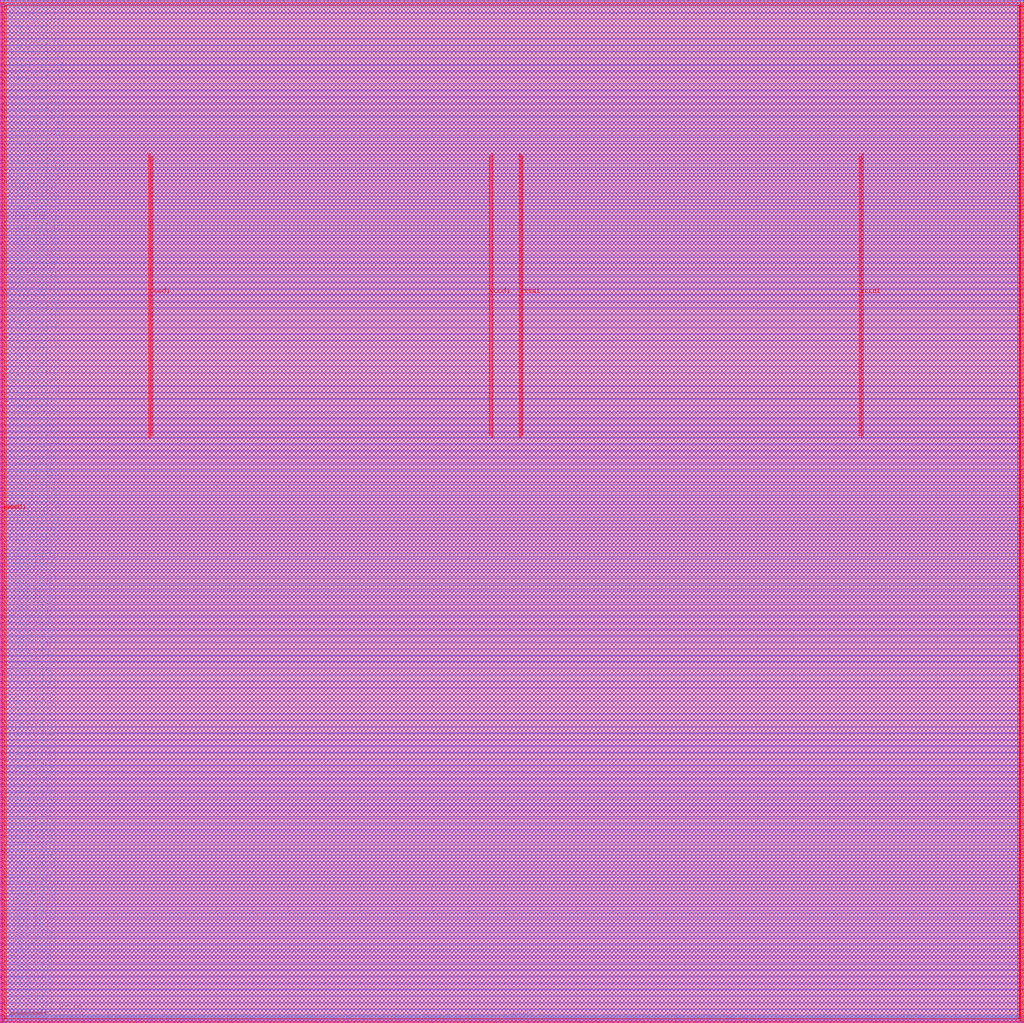
<source format=lef>
##
## LEF for PtnCells ;
## created by Innovus v20.10-p004_1 on Fri Jun  3 01:22:46 2022
##

VERSION 5.8 ;

BUSBITCHARS "[]" ;
DIVIDERCHAR "/" ;

MACRO soc_now_caravel_top
  CLASS BLOCK ;
  SIZE 1420.020000 BY 1419.840000 ;
  FOREIGN soc_now_caravel_top 0.000000 0.000000 ;
  ORIGIN 0 0 ;
  SYMMETRY X Y R90 ;
  PIN wb_clk_i
    DIRECTION INPUT ;
    USE SIGNAL ;
    PORT
      LAYER met3 ;
        RECT 482.160000 1419.040000 482.460000 1419.840000 ;
    END
  END wb_clk_i
  PIN wb_rst_i
    DIRECTION INPUT ;
    USE SIGNAL ;
    PORT
      LAYER met3 ;
        RECT 490.900000 1419.040000 491.200000 1419.840000 ;
    END
  END wb_rst_i
  PIN wbs_stb_i
    DIRECTION INPUT ;
    USE SIGNAL ;
    PORT
      LAYER met3 ;
        RECT 1410.440000 1419.040000 1410.740000 1419.840000 ;
    END
  END wbs_stb_i
  PIN wbs_cyc_i
    DIRECTION INPUT ;
    USE SIGNAL ;
    PORT
      LAYER met3 ;
        RECT 794.500000 1419.040000 794.800000 1419.840000 ;
    END
  END wbs_cyc_i
  PIN wbs_we_i
    DIRECTION INPUT ;
    USE SIGNAL ;
    PORT
      LAYER met3 ;
        RECT 1419.640000 1419.040000 1419.940000 1419.840000 ;
    END
  END wbs_we_i
  PIN wbs_sel_i[3]
    DIRECTION INPUT ;
    USE SIGNAL ;
    PORT
      LAYER met3 ;
        RECT 1401.700000 1419.040000 1402.000000 1419.840000 ;
    END
  END wbs_sel_i[3]
  PIN wbs_sel_i[2]
    DIRECTION INPUT ;
    USE SIGNAL ;
    PORT
      LAYER met3 ;
        RECT 1392.500000 1419.040000 1392.800000 1419.840000 ;
    END
  END wbs_sel_i[2]
  PIN wbs_sel_i[1]
    DIRECTION INPUT ;
    USE SIGNAL ;
    PORT
      LAYER met3 ;
        RECT 1383.760000 1419.040000 1384.060000 1419.840000 ;
    END
  END wbs_sel_i[1]
  PIN wbs_sel_i[0]
    DIRECTION INPUT ;
    USE SIGNAL ;
    PORT
      LAYER met3 ;
        RECT 1374.560000 1419.040000 1374.860000 1419.840000 ;
    END
  END wbs_sel_i[0]
  PIN wbs_dat_i[31]
    DIRECTION INPUT ;
    USE SIGNAL ;
    PORT
      LAYER met3 ;
        RECT 1080.160000 1419.040000 1080.460000 1419.840000 ;
    END
  END wbs_dat_i[31]
  PIN wbs_dat_i[30]
    DIRECTION INPUT ;
    USE SIGNAL ;
    PORT
      LAYER met3 ;
        RECT 1071.420000 1419.040000 1071.720000 1419.840000 ;
    END
  END wbs_dat_i[30]
  PIN wbs_dat_i[29]
    DIRECTION INPUT ;
    USE SIGNAL ;
    PORT
      LAYER met3 ;
        RECT 1062.220000 1419.040000 1062.520000 1419.840000 ;
    END
  END wbs_dat_i[29]
  PIN wbs_dat_i[28]
    DIRECTION INPUT ;
    USE SIGNAL ;
    PORT
      LAYER met3 ;
        RECT 1053.480000 1419.040000 1053.780000 1419.840000 ;
    END
  END wbs_dat_i[28]
  PIN wbs_dat_i[27]
    DIRECTION INPUT ;
    USE SIGNAL ;
    PORT
      LAYER met3 ;
        RECT 1044.280000 1419.040000 1044.580000 1419.840000 ;
    END
  END wbs_dat_i[27]
  PIN wbs_dat_i[26]
    DIRECTION INPUT ;
    USE SIGNAL ;
    PORT
      LAYER met3 ;
        RECT 1035.540000 1419.040000 1035.840000 1419.840000 ;
    END
  END wbs_dat_i[26]
  PIN wbs_dat_i[25]
    DIRECTION INPUT ;
    USE SIGNAL ;
    PORT
      LAYER met3 ;
        RECT 1026.800000 1419.040000 1027.100000 1419.840000 ;
    END
  END wbs_dat_i[25]
  PIN wbs_dat_i[24]
    DIRECTION INPUT ;
    USE SIGNAL ;
    PORT
      LAYER met3 ;
        RECT 1017.600000 1419.040000 1017.900000 1419.840000 ;
    END
  END wbs_dat_i[24]
  PIN wbs_dat_i[23]
    DIRECTION INPUT ;
    USE SIGNAL ;
    PORT
      LAYER met3 ;
        RECT 1008.860000 1419.040000 1009.160000 1419.840000 ;
    END
  END wbs_dat_i[23]
  PIN wbs_dat_i[22]
    DIRECTION INPUT ;
    USE SIGNAL ;
    PORT
      LAYER met3 ;
        RECT 999.660000 1419.040000 999.960000 1419.840000 ;
    END
  END wbs_dat_i[22]
  PIN wbs_dat_i[21]
    DIRECTION INPUT ;
    USE SIGNAL ;
    PORT
      LAYER met3 ;
        RECT 990.920000 1419.040000 991.220000 1419.840000 ;
    END
  END wbs_dat_i[21]
  PIN wbs_dat_i[20]
    DIRECTION INPUT ;
    USE SIGNAL ;
    PORT
      LAYER met3 ;
        RECT 981.720000 1419.040000 982.020000 1419.840000 ;
    END
  END wbs_dat_i[20]
  PIN wbs_dat_i[19]
    DIRECTION INPUT ;
    USE SIGNAL ;
    PORT
      LAYER met3 ;
        RECT 972.980000 1419.040000 973.280000 1419.840000 ;
    END
  END wbs_dat_i[19]
  PIN wbs_dat_i[18]
    DIRECTION INPUT ;
    USE SIGNAL ;
    PORT
      LAYER met3 ;
        RECT 964.240000 1419.040000 964.540000 1419.840000 ;
    END
  END wbs_dat_i[18]
  PIN wbs_dat_i[17]
    DIRECTION INPUT ;
    USE SIGNAL ;
    PORT
      LAYER met3 ;
        RECT 955.040000 1419.040000 955.340000 1419.840000 ;
    END
  END wbs_dat_i[17]
  PIN wbs_dat_i[16]
    DIRECTION INPUT ;
    USE SIGNAL ;
    PORT
      LAYER met3 ;
        RECT 946.300000 1419.040000 946.600000 1419.840000 ;
    END
  END wbs_dat_i[16]
  PIN wbs_dat_i[15]
    DIRECTION INPUT ;
    USE SIGNAL ;
    PORT
      LAYER met3 ;
        RECT 937.100000 1419.040000 937.400000 1419.840000 ;
    END
  END wbs_dat_i[15]
  PIN wbs_dat_i[14]
    DIRECTION INPUT ;
    USE SIGNAL ;
    PORT
      LAYER met3 ;
        RECT 928.360000 1419.040000 928.660000 1419.840000 ;
    END
  END wbs_dat_i[14]
  PIN wbs_dat_i[13]
    DIRECTION INPUT ;
    USE SIGNAL ;
    PORT
      LAYER met3 ;
        RECT 919.620000 1419.040000 919.920000 1419.840000 ;
    END
  END wbs_dat_i[13]
  PIN wbs_dat_i[12]
    DIRECTION INPUT ;
    USE SIGNAL ;
    PORT
      LAYER met3 ;
        RECT 910.420000 1419.040000 910.720000 1419.840000 ;
    END
  END wbs_dat_i[12]
  PIN wbs_dat_i[11]
    DIRECTION INPUT ;
    USE SIGNAL ;
    PORT
      LAYER met3 ;
        RECT 901.680000 1419.040000 901.980000 1419.840000 ;
    END
  END wbs_dat_i[11]
  PIN wbs_dat_i[10]
    DIRECTION INPUT ;
    USE SIGNAL ;
    PORT
      LAYER met3 ;
        RECT 892.480000 1419.040000 892.780000 1419.840000 ;
    END
  END wbs_dat_i[10]
  PIN wbs_dat_i[9]
    DIRECTION INPUT ;
    USE SIGNAL ;
    PORT
      LAYER met3 ;
        RECT 883.740000 1419.040000 884.040000 1419.840000 ;
    END
  END wbs_dat_i[9]
  PIN wbs_dat_i[8]
    DIRECTION INPUT ;
    USE SIGNAL ;
    PORT
      LAYER met3 ;
        RECT 875.000000 1419.040000 875.300000 1419.840000 ;
    END
  END wbs_dat_i[8]
  PIN wbs_dat_i[7]
    DIRECTION INPUT ;
    USE SIGNAL ;
    PORT
      LAYER met3 ;
        RECT 865.800000 1419.040000 866.100000 1419.840000 ;
    END
  END wbs_dat_i[7]
  PIN wbs_dat_i[6]
    DIRECTION INPUT ;
    USE SIGNAL ;
    PORT
      LAYER met3 ;
        RECT 857.060000 1419.040000 857.360000 1419.840000 ;
    END
  END wbs_dat_i[6]
  PIN wbs_dat_i[5]
    DIRECTION INPUT ;
    USE SIGNAL ;
    PORT
      LAYER met3 ;
        RECT 847.860000 1419.040000 848.160000 1419.840000 ;
    END
  END wbs_dat_i[5]
  PIN wbs_dat_i[4]
    DIRECTION INPUT ;
    USE SIGNAL ;
    PORT
      LAYER met3 ;
        RECT 839.120000 1419.040000 839.420000 1419.840000 ;
    END
  END wbs_dat_i[4]
  PIN wbs_dat_i[3]
    DIRECTION INPUT ;
    USE SIGNAL ;
    PORT
      LAYER met3 ;
        RECT 830.380000 1419.040000 830.680000 1419.840000 ;
    END
  END wbs_dat_i[3]
  PIN wbs_dat_i[2]
    DIRECTION INPUT ;
    USE SIGNAL ;
    PORT
      LAYER met3 ;
        RECT 821.180000 1419.040000 821.480000 1419.840000 ;
    END
  END wbs_dat_i[2]
  PIN wbs_dat_i[1]
    DIRECTION INPUT ;
    USE SIGNAL ;
    PORT
      LAYER met3 ;
        RECT 812.440000 1419.040000 812.740000 1419.840000 ;
    END
  END wbs_dat_i[1]
  PIN wbs_dat_i[0]
    DIRECTION INPUT ;
    USE SIGNAL ;
    PORT
      LAYER met3 ;
        RECT 803.240000 1419.040000 803.540000 1419.840000 ;
    END
  END wbs_dat_i[0]
  PIN wbs_adr_i[31]
    DIRECTION INPUT ;
    USE SIGNAL ;
    PORT
      LAYER met3 ;
        RECT 785.300000 1419.040000 785.600000 1419.840000 ;
    END
  END wbs_adr_i[31]
  PIN wbs_adr_i[30]
    DIRECTION INPUT ;
    USE SIGNAL ;
    PORT
      LAYER met3 ;
        RECT 776.560000 1419.040000 776.860000 1419.840000 ;
    END
  END wbs_adr_i[30]
  PIN wbs_adr_i[29]
    DIRECTION INPUT ;
    USE SIGNAL ;
    PORT
      LAYER met3 ;
        RECT 767.820000 1419.040000 768.120000 1419.840000 ;
    END
  END wbs_adr_i[29]
  PIN wbs_adr_i[28]
    DIRECTION INPUT ;
    USE SIGNAL ;
    PORT
      LAYER met3 ;
        RECT 758.620000 1419.040000 758.920000 1419.840000 ;
    END
  END wbs_adr_i[28]
  PIN wbs_adr_i[27]
    DIRECTION INPUT ;
    USE SIGNAL ;
    PORT
      LAYER met3 ;
        RECT 749.880000 1419.040000 750.180000 1419.840000 ;
    END
  END wbs_adr_i[27]
  PIN wbs_adr_i[26]
    DIRECTION INPUT ;
    USE SIGNAL ;
    PORT
      LAYER met3 ;
        RECT 740.680000 1419.040000 740.980000 1419.840000 ;
    END
  END wbs_adr_i[26]
  PIN wbs_adr_i[25]
    DIRECTION INPUT ;
    USE SIGNAL ;
    PORT
      LAYER met3 ;
        RECT 731.940000 1419.040000 732.240000 1419.840000 ;
    END
  END wbs_adr_i[25]
  PIN wbs_adr_i[24]
    DIRECTION INPUT ;
    USE SIGNAL ;
    PORT
      LAYER met3 ;
        RECT 723.200000 1419.040000 723.500000 1419.840000 ;
    END
  END wbs_adr_i[24]
  PIN wbs_adr_i[23]
    DIRECTION INPUT ;
    USE SIGNAL ;
    PORT
      LAYER met3 ;
        RECT 714.000000 1419.040000 714.300000 1419.840000 ;
    END
  END wbs_adr_i[23]
  PIN wbs_adr_i[22]
    DIRECTION INPUT ;
    USE SIGNAL ;
    PORT
      LAYER met3 ;
        RECT 705.260000 1419.040000 705.560000 1419.840000 ;
    END
  END wbs_adr_i[22]
  PIN wbs_adr_i[21]
    DIRECTION INPUT ;
    USE SIGNAL ;
    PORT
      LAYER met3 ;
        RECT 696.060000 1419.040000 696.360000 1419.840000 ;
    END
  END wbs_adr_i[21]
  PIN wbs_adr_i[20]
    DIRECTION INPUT ;
    USE SIGNAL ;
    PORT
      LAYER met3 ;
        RECT 687.320000 1419.040000 687.620000 1419.840000 ;
    END
  END wbs_adr_i[20]
  PIN wbs_adr_i[19]
    DIRECTION INPUT ;
    USE SIGNAL ;
    PORT
      LAYER met3 ;
        RECT 678.580000 1419.040000 678.880000 1419.840000 ;
    END
  END wbs_adr_i[19]
  PIN wbs_adr_i[18]
    DIRECTION INPUT ;
    USE SIGNAL ;
    PORT
      LAYER met3 ;
        RECT 669.380000 1419.040000 669.680000 1419.840000 ;
    END
  END wbs_adr_i[18]
  PIN wbs_adr_i[17]
    DIRECTION INPUT ;
    USE SIGNAL ;
    PORT
      LAYER met3 ;
        RECT 660.640000 1419.040000 660.940000 1419.840000 ;
    END
  END wbs_adr_i[17]
  PIN wbs_adr_i[16]
    DIRECTION INPUT ;
    USE SIGNAL ;
    PORT
      LAYER met3 ;
        RECT 651.440000 1419.040000 651.740000 1419.840000 ;
    END
  END wbs_adr_i[16]
  PIN wbs_adr_i[15]
    DIRECTION INPUT ;
    USE SIGNAL ;
    PORT
      LAYER met3 ;
        RECT 642.700000 1419.040000 643.000000 1419.840000 ;
    END
  END wbs_adr_i[15]
  PIN wbs_adr_i[14]
    DIRECTION INPUT ;
    USE SIGNAL ;
    PORT
      LAYER met3 ;
        RECT 633.960000 1419.040000 634.260000 1419.840000 ;
    END
  END wbs_adr_i[14]
  PIN wbs_adr_i[13]
    DIRECTION INPUT ;
    USE SIGNAL ;
    PORT
      LAYER met3 ;
        RECT 624.760000 1419.040000 625.060000 1419.840000 ;
    END
  END wbs_adr_i[13]
  PIN wbs_adr_i[12]
    DIRECTION INPUT ;
    USE SIGNAL ;
    PORT
      LAYER met3 ;
        RECT 616.020000 1419.040000 616.320000 1419.840000 ;
    END
  END wbs_adr_i[12]
  PIN wbs_adr_i[11]
    DIRECTION INPUT ;
    USE SIGNAL ;
    PORT
      LAYER met3 ;
        RECT 606.820000 1419.040000 607.120000 1419.840000 ;
    END
  END wbs_adr_i[11]
  PIN wbs_adr_i[10]
    DIRECTION INPUT ;
    USE SIGNAL ;
    PORT
      LAYER met3 ;
        RECT 598.080000 1419.040000 598.380000 1419.840000 ;
    END
  END wbs_adr_i[10]
  PIN wbs_adr_i[9]
    DIRECTION INPUT ;
    USE SIGNAL ;
    PORT
      LAYER met3 ;
        RECT 588.880000 1419.040000 589.180000 1419.840000 ;
    END
  END wbs_adr_i[9]
  PIN wbs_adr_i[8]
    DIRECTION INPUT ;
    USE SIGNAL ;
    PORT
      LAYER met3 ;
        RECT 580.140000 1419.040000 580.440000 1419.840000 ;
    END
  END wbs_adr_i[8]
  PIN wbs_adr_i[7]
    DIRECTION INPUT ;
    USE SIGNAL ;
    PORT
      LAYER met3 ;
        RECT 571.400000 1419.040000 571.700000 1419.840000 ;
    END
  END wbs_adr_i[7]
  PIN wbs_adr_i[6]
    DIRECTION INPUT ;
    USE SIGNAL ;
    PORT
      LAYER met3 ;
        RECT 562.200000 1419.040000 562.500000 1419.840000 ;
    END
  END wbs_adr_i[6]
  PIN wbs_adr_i[5]
    DIRECTION INPUT ;
    USE SIGNAL ;
    PORT
      LAYER met3 ;
        RECT 553.460000 1419.040000 553.760000 1419.840000 ;
    END
  END wbs_adr_i[5]
  PIN wbs_adr_i[4]
    DIRECTION INPUT ;
    USE SIGNAL ;
    PORT
      LAYER met3 ;
        RECT 544.260000 1419.040000 544.560000 1419.840000 ;
    END
  END wbs_adr_i[4]
  PIN wbs_adr_i[3]
    DIRECTION INPUT ;
    USE SIGNAL ;
    PORT
      LAYER met3 ;
        RECT 535.520000 1419.040000 535.820000 1419.840000 ;
    END
  END wbs_adr_i[3]
  PIN wbs_adr_i[2]
    DIRECTION INPUT ;
    USE SIGNAL ;
    PORT
      LAYER met3 ;
        RECT 526.780000 1419.040000 527.080000 1419.840000 ;
    END
  END wbs_adr_i[2]
  PIN wbs_adr_i[1]
    DIRECTION INPUT ;
    USE SIGNAL ;
    PORT
      LAYER met3 ;
        RECT 517.580000 1419.040000 517.880000 1419.840000 ;
    END
  END wbs_adr_i[1]
  PIN wbs_adr_i[0]
    DIRECTION INPUT ;
    USE SIGNAL ;
    PORT
      LAYER met3 ;
        RECT 508.840000 1419.040000 509.140000 1419.840000 ;
    END
  END wbs_adr_i[0]
  PIN wbs_ack_o
    DIRECTION OUTPUT ;
    USE SIGNAL ;
    PORT
      LAYER met3 ;
        RECT 499.640000 1419.040000 499.940000 1419.840000 ;
    END
  END wbs_ack_o
  PIN wbs_dat_o[31]
    DIRECTION OUTPUT ;
    USE SIGNAL ;
    PORT
      LAYER met3 ;
        RECT 1365.820000 1419.040000 1366.120000 1419.840000 ;
    END
  END wbs_dat_o[31]
  PIN wbs_dat_o[30]
    DIRECTION OUTPUT ;
    USE SIGNAL ;
    PORT
      LAYER met3 ;
        RECT 1357.080000 1419.040000 1357.380000 1419.840000 ;
    END
  END wbs_dat_o[30]
  PIN wbs_dat_o[29]
    DIRECTION OUTPUT ;
    USE SIGNAL ;
    PORT
      LAYER met3 ;
        RECT 1347.880000 1419.040000 1348.180000 1419.840000 ;
    END
  END wbs_dat_o[29]
  PIN wbs_dat_o[28]
    DIRECTION OUTPUT ;
    USE SIGNAL ;
    PORT
      LAYER met3 ;
        RECT 1339.140000 1419.040000 1339.440000 1419.840000 ;
    END
  END wbs_dat_o[28]
  PIN wbs_dat_o[27]
    DIRECTION OUTPUT ;
    USE SIGNAL ;
    PORT
      LAYER met3 ;
        RECT 1329.940000 1419.040000 1330.240000 1419.840000 ;
    END
  END wbs_dat_o[27]
  PIN wbs_dat_o[26]
    DIRECTION OUTPUT ;
    USE SIGNAL ;
    PORT
      LAYER met3 ;
        RECT 1321.200000 1419.040000 1321.500000 1419.840000 ;
    END
  END wbs_dat_o[26]
  PIN wbs_dat_o[25]
    DIRECTION OUTPUT ;
    USE SIGNAL ;
    PORT
      LAYER met3 ;
        RECT 1312.460000 1419.040000 1312.760000 1419.840000 ;
    END
  END wbs_dat_o[25]
  PIN wbs_dat_o[24]
    DIRECTION OUTPUT ;
    USE SIGNAL ;
    PORT
      LAYER met3 ;
        RECT 1303.260000 1419.040000 1303.560000 1419.840000 ;
    END
  END wbs_dat_o[24]
  PIN wbs_dat_o[23]
    DIRECTION OUTPUT ;
    USE SIGNAL ;
    PORT
      LAYER met3 ;
        RECT 1294.520000 1419.040000 1294.820000 1419.840000 ;
    END
  END wbs_dat_o[23]
  PIN wbs_dat_o[22]
    DIRECTION OUTPUT ;
    USE SIGNAL ;
    PORT
      LAYER met3 ;
        RECT 1285.320000 1419.040000 1285.620000 1419.840000 ;
    END
  END wbs_dat_o[22]
  PIN wbs_dat_o[21]
    DIRECTION OUTPUT ;
    USE SIGNAL ;
    PORT
      LAYER met3 ;
        RECT 1276.580000 1419.040000 1276.880000 1419.840000 ;
    END
  END wbs_dat_o[21]
  PIN wbs_dat_o[20]
    DIRECTION OUTPUT ;
    USE SIGNAL ;
    PORT
      LAYER met3 ;
        RECT 1267.840000 1419.040000 1268.140000 1419.840000 ;
    END
  END wbs_dat_o[20]
  PIN wbs_dat_o[19]
    DIRECTION OUTPUT ;
    USE SIGNAL ;
    PORT
      LAYER met3 ;
        RECT 1258.640000 1419.040000 1258.940000 1419.840000 ;
    END
  END wbs_dat_o[19]
  PIN wbs_dat_o[18]
    DIRECTION OUTPUT ;
    USE SIGNAL ;
    PORT
      LAYER met3 ;
        RECT 1249.900000 1419.040000 1250.200000 1419.840000 ;
    END
  END wbs_dat_o[18]
  PIN wbs_dat_o[17]
    DIRECTION OUTPUT ;
    USE SIGNAL ;
    PORT
      LAYER met3 ;
        RECT 1240.700000 1419.040000 1241.000000 1419.840000 ;
    END
  END wbs_dat_o[17]
  PIN wbs_dat_o[16]
    DIRECTION OUTPUT ;
    USE SIGNAL ;
    PORT
      LAYER met3 ;
        RECT 1231.960000 1419.040000 1232.260000 1419.840000 ;
    END
  END wbs_dat_o[16]
  PIN wbs_dat_o[15]
    DIRECTION OUTPUT ;
    USE SIGNAL ;
    PORT
      LAYER met3 ;
        RECT 1223.220000 1419.040000 1223.520000 1419.840000 ;
    END
  END wbs_dat_o[15]
  PIN wbs_dat_o[14]
    DIRECTION OUTPUT ;
    USE SIGNAL ;
    PORT
      LAYER met3 ;
        RECT 1214.020000 1419.040000 1214.320000 1419.840000 ;
    END
  END wbs_dat_o[14]
  PIN wbs_dat_o[13]
    DIRECTION OUTPUT ;
    USE SIGNAL ;
    PORT
      LAYER met3 ;
        RECT 1205.280000 1419.040000 1205.580000 1419.840000 ;
    END
  END wbs_dat_o[13]
  PIN wbs_dat_o[12]
    DIRECTION OUTPUT ;
    USE SIGNAL ;
    PORT
      LAYER met3 ;
        RECT 1196.080000 1419.040000 1196.380000 1419.840000 ;
    END
  END wbs_dat_o[12]
  PIN wbs_dat_o[11]
    DIRECTION OUTPUT ;
    USE SIGNAL ;
    PORT
      LAYER met3 ;
        RECT 1187.340000 1419.040000 1187.640000 1419.840000 ;
    END
  END wbs_dat_o[11]
  PIN wbs_dat_o[10]
    DIRECTION OUTPUT ;
    USE SIGNAL ;
    PORT
      LAYER met3 ;
        RECT 1178.140000 1419.040000 1178.440000 1419.840000 ;
    END
  END wbs_dat_o[10]
  PIN wbs_dat_o[9]
    DIRECTION OUTPUT ;
    USE SIGNAL ;
    PORT
      LAYER met3 ;
        RECT 1169.400000 1419.040000 1169.700000 1419.840000 ;
    END
  END wbs_dat_o[9]
  PIN wbs_dat_o[8]
    DIRECTION OUTPUT ;
    USE SIGNAL ;
    PORT
      LAYER met3 ;
        RECT 1160.660000 1419.040000 1160.960000 1419.840000 ;
    END
  END wbs_dat_o[8]
  PIN wbs_dat_o[7]
    DIRECTION OUTPUT ;
    USE SIGNAL ;
    PORT
      LAYER met3 ;
        RECT 1151.460000 1419.040000 1151.760000 1419.840000 ;
    END
  END wbs_dat_o[7]
  PIN wbs_dat_o[6]
    DIRECTION OUTPUT ;
    USE SIGNAL ;
    PORT
      LAYER met3 ;
        RECT 1142.720000 1419.040000 1143.020000 1419.840000 ;
    END
  END wbs_dat_o[6]
  PIN wbs_dat_o[5]
    DIRECTION OUTPUT ;
    USE SIGNAL ;
    PORT
      LAYER met3 ;
        RECT 1133.520000 1419.040000 1133.820000 1419.840000 ;
    END
  END wbs_dat_o[5]
  PIN wbs_dat_o[4]
    DIRECTION OUTPUT ;
    USE SIGNAL ;
    PORT
      LAYER met3 ;
        RECT 1124.780000 1419.040000 1125.080000 1419.840000 ;
    END
  END wbs_dat_o[4]
  PIN wbs_dat_o[3]
    DIRECTION OUTPUT ;
    USE SIGNAL ;
    PORT
      LAYER met3 ;
        RECT 1116.040000 1419.040000 1116.340000 1419.840000 ;
    END
  END wbs_dat_o[3]
  PIN wbs_dat_o[2]
    DIRECTION OUTPUT ;
    USE SIGNAL ;
    PORT
      LAYER met3 ;
        RECT 1106.840000 1419.040000 1107.140000 1419.840000 ;
    END
  END wbs_dat_o[2]
  PIN wbs_dat_o[1]
    DIRECTION OUTPUT ;
    USE SIGNAL ;
    PORT
      LAYER met3 ;
        RECT 1098.100000 1419.040000 1098.400000 1419.840000 ;
    END
  END wbs_dat_o[1]
  PIN wbs_dat_o[0]
    DIRECTION OUTPUT ;
    USE SIGNAL ;
    PORT
      LAYER met3 ;
        RECT 1088.900000 1419.040000 1089.200000 1419.840000 ;
    END
  END wbs_dat_o[0]
  PIN la_data_in[127]
    DIRECTION INPUT ;
    USE SIGNAL ;
    PORT
      LAYER met3 ;
        RECT 472.960000 1419.040000 473.260000 1419.840000 ;
    END
  END la_data_in[127]
  PIN la_data_in[126]
    DIRECTION INPUT ;
    USE SIGNAL ;
    PORT
      LAYER met3 ;
        RECT 464.220000 1419.040000 464.520000 1419.840000 ;
    END
  END la_data_in[126]
  PIN la_data_in[125]
    DIRECTION INPUT ;
    USE SIGNAL ;
    PORT
      LAYER met3 ;
        RECT 455.020000 1419.040000 455.320000 1419.840000 ;
    END
  END la_data_in[125]
  PIN la_data_in[124]
    DIRECTION INPUT ;
    USE SIGNAL ;
    PORT
      LAYER met3 ;
        RECT 446.280000 1419.040000 446.580000 1419.840000 ;
    END
  END la_data_in[124]
  PIN la_data_in[123]
    DIRECTION INPUT ;
    USE SIGNAL ;
    PORT
      LAYER met3 ;
        RECT 437.540000 1419.040000 437.840000 1419.840000 ;
    END
  END la_data_in[123]
  PIN la_data_in[122]
    DIRECTION INPUT ;
    USE SIGNAL ;
    PORT
      LAYER met3 ;
        RECT 428.340000 1419.040000 428.640000 1419.840000 ;
    END
  END la_data_in[122]
  PIN la_data_in[121]
    DIRECTION INPUT ;
    USE SIGNAL ;
    PORT
      LAYER met3 ;
        RECT 419.600000 1419.040000 419.900000 1419.840000 ;
    END
  END la_data_in[121]
  PIN la_data_in[120]
    DIRECTION INPUT ;
    USE SIGNAL ;
    PORT
      LAYER met3 ;
        RECT 410.400000 1419.040000 410.700000 1419.840000 ;
    END
  END la_data_in[120]
  PIN la_data_in[119]
    DIRECTION INPUT ;
    USE SIGNAL ;
    PORT
      LAYER met3 ;
        RECT 401.660000 1419.040000 401.960000 1419.840000 ;
    END
  END la_data_in[119]
  PIN la_data_in[118]
    DIRECTION INPUT ;
    USE SIGNAL ;
    PORT
      LAYER met3 ;
        RECT 392.460000 1419.040000 392.760000 1419.840000 ;
    END
  END la_data_in[118]
  PIN la_data_in[117]
    DIRECTION INPUT ;
    USE SIGNAL ;
    PORT
      LAYER met3 ;
        RECT 383.720000 1419.040000 384.020000 1419.840000 ;
    END
  END la_data_in[117]
  PIN la_data_in[116]
    DIRECTION INPUT ;
    USE SIGNAL ;
    PORT
      LAYER met3 ;
        RECT 374.980000 1419.040000 375.280000 1419.840000 ;
    END
  END la_data_in[116]
  PIN la_data_in[115]
    DIRECTION INPUT ;
    USE SIGNAL ;
    PORT
      LAYER met3 ;
        RECT 365.780000 1419.040000 366.080000 1419.840000 ;
    END
  END la_data_in[115]
  PIN la_data_in[114]
    DIRECTION INPUT ;
    USE SIGNAL ;
    PORT
      LAYER met3 ;
        RECT 357.040000 1419.040000 357.340000 1419.840000 ;
    END
  END la_data_in[114]
  PIN la_data_in[113]
    DIRECTION INPUT ;
    USE SIGNAL ;
    PORT
      LAYER met3 ;
        RECT 347.840000 1419.040000 348.140000 1419.840000 ;
    END
  END la_data_in[113]
  PIN la_data_in[112]
    DIRECTION INPUT ;
    USE SIGNAL ;
    PORT
      LAYER met3 ;
        RECT 339.100000 1419.040000 339.400000 1419.840000 ;
    END
  END la_data_in[112]
  PIN la_data_in[111]
    DIRECTION INPUT ;
    USE SIGNAL ;
    PORT
      LAYER met3 ;
        RECT 330.360000 1419.040000 330.660000 1419.840000 ;
    END
  END la_data_in[111]
  PIN la_data_in[110]
    DIRECTION INPUT ;
    USE SIGNAL ;
    PORT
      LAYER met3 ;
        RECT 321.160000 1419.040000 321.460000 1419.840000 ;
    END
  END la_data_in[110]
  PIN la_data_in[109]
    DIRECTION INPUT ;
    USE SIGNAL ;
    PORT
      LAYER met3 ;
        RECT 312.420000 1419.040000 312.720000 1419.840000 ;
    END
  END la_data_in[109]
  PIN la_data_in[108]
    DIRECTION INPUT ;
    USE SIGNAL ;
    PORT
      LAYER met3 ;
        RECT 303.220000 1419.040000 303.520000 1419.840000 ;
    END
  END la_data_in[108]
  PIN la_data_in[107]
    DIRECTION INPUT ;
    USE SIGNAL ;
    PORT
      LAYER met3 ;
        RECT 294.480000 1419.040000 294.780000 1419.840000 ;
    END
  END la_data_in[107]
  PIN la_data_in[106]
    DIRECTION INPUT ;
    USE SIGNAL ;
    PORT
      LAYER met3 ;
        RECT 285.740000 1419.040000 286.040000 1419.840000 ;
    END
  END la_data_in[106]
  PIN la_data_in[105]
    DIRECTION INPUT ;
    USE SIGNAL ;
    PORT
      LAYER met3 ;
        RECT 276.540000 1419.040000 276.840000 1419.840000 ;
    END
  END la_data_in[105]
  PIN la_data_in[104]
    DIRECTION INPUT ;
    USE SIGNAL ;
    PORT
      LAYER met3 ;
        RECT 267.800000 1419.040000 268.100000 1419.840000 ;
    END
  END la_data_in[104]
  PIN la_data_in[103]
    DIRECTION INPUT ;
    USE SIGNAL ;
    PORT
      LAYER met3 ;
        RECT 258.600000 1419.040000 258.900000 1419.840000 ;
    END
  END la_data_in[103]
  PIN la_data_in[102]
    DIRECTION INPUT ;
    USE SIGNAL ;
    PORT
      LAYER met3 ;
        RECT 249.860000 1419.040000 250.160000 1419.840000 ;
    END
  END la_data_in[102]
  PIN la_data_in[101]
    DIRECTION INPUT ;
    USE SIGNAL ;
    PORT
      LAYER met3 ;
        RECT 241.120000 1419.040000 241.420000 1419.840000 ;
    END
  END la_data_in[101]
  PIN la_data_in[100]
    DIRECTION INPUT ;
    USE SIGNAL ;
    PORT
      LAYER met3 ;
        RECT 231.920000 1419.040000 232.220000 1419.840000 ;
    END
  END la_data_in[100]
  PIN la_data_in[99]
    DIRECTION INPUT ;
    USE SIGNAL ;
    PORT
      LAYER met3 ;
        RECT 223.180000 1419.040000 223.480000 1419.840000 ;
    END
  END la_data_in[99]
  PIN la_data_in[98]
    DIRECTION INPUT ;
    USE SIGNAL ;
    PORT
      LAYER met3 ;
        RECT 213.980000 1419.040000 214.280000 1419.840000 ;
    END
  END la_data_in[98]
  PIN la_data_in[97]
    DIRECTION INPUT ;
    USE SIGNAL ;
    PORT
      LAYER met3 ;
        RECT 205.240000 1419.040000 205.540000 1419.840000 ;
    END
  END la_data_in[97]
  PIN la_data_in[96]
    DIRECTION INPUT ;
    USE SIGNAL ;
    PORT
      LAYER met3 ;
        RECT 196.040000 1419.040000 196.340000 1419.840000 ;
    END
  END la_data_in[96]
  PIN la_data_in[95]
    DIRECTION INPUT ;
    USE SIGNAL ;
    PORT
      LAYER met3 ;
        RECT 187.300000 1419.040000 187.600000 1419.840000 ;
    END
  END la_data_in[95]
  PIN la_data_in[94]
    DIRECTION INPUT ;
    USE SIGNAL ;
    PORT
      LAYER met3 ;
        RECT 178.560000 1419.040000 178.860000 1419.840000 ;
    END
  END la_data_in[94]
  PIN la_data_in[93]
    DIRECTION INPUT ;
    USE SIGNAL ;
    PORT
      LAYER met3 ;
        RECT 169.360000 1419.040000 169.660000 1419.840000 ;
    END
  END la_data_in[93]
  PIN la_data_in[92]
    DIRECTION INPUT ;
    USE SIGNAL ;
    PORT
      LAYER met3 ;
        RECT 160.620000 1419.040000 160.920000 1419.840000 ;
    END
  END la_data_in[92]
  PIN la_data_in[91]
    DIRECTION INPUT ;
    USE SIGNAL ;
    PORT
      LAYER met3 ;
        RECT 151.420000 1419.040000 151.720000 1419.840000 ;
    END
  END la_data_in[91]
  PIN la_data_in[90]
    DIRECTION INPUT ;
    USE SIGNAL ;
    PORT
      LAYER met3 ;
        RECT 142.680000 1419.040000 142.980000 1419.840000 ;
    END
  END la_data_in[90]
  PIN la_data_in[89]
    DIRECTION INPUT ;
    USE SIGNAL ;
    PORT
      LAYER met3 ;
        RECT 133.940000 1419.040000 134.240000 1419.840000 ;
    END
  END la_data_in[89]
  PIN la_data_in[88]
    DIRECTION INPUT ;
    USE SIGNAL ;
    PORT
      LAYER met3 ;
        RECT 124.740000 1419.040000 125.040000 1419.840000 ;
    END
  END la_data_in[88]
  PIN la_data_in[87]
    DIRECTION INPUT ;
    USE SIGNAL ;
    PORT
      LAYER met3 ;
        RECT 116.000000 1419.040000 116.300000 1419.840000 ;
    END
  END la_data_in[87]
  PIN la_data_in[86]
    DIRECTION INPUT ;
    USE SIGNAL ;
    PORT
      LAYER met3 ;
        RECT 106.800000 1419.040000 107.100000 1419.840000 ;
    END
  END la_data_in[86]
  PIN la_data_in[85]
    DIRECTION INPUT ;
    USE SIGNAL ;
    PORT
      LAYER met3 ;
        RECT 98.060000 1419.040000 98.360000 1419.840000 ;
    END
  END la_data_in[85]
  PIN la_data_in[84]
    DIRECTION INPUT ;
    USE SIGNAL ;
    PORT
      LAYER met3 ;
        RECT 89.320000 1419.040000 89.620000 1419.840000 ;
    END
  END la_data_in[84]
  PIN la_data_in[83]
    DIRECTION INPUT ;
    USE SIGNAL ;
    PORT
      LAYER met3 ;
        RECT 80.120000 1419.040000 80.420000 1419.840000 ;
    END
  END la_data_in[83]
  PIN la_data_in[82]
    DIRECTION INPUT ;
    USE SIGNAL ;
    PORT
      LAYER met3 ;
        RECT 71.380000 1419.040000 71.680000 1419.840000 ;
    END
  END la_data_in[82]
  PIN la_data_in[81]
    DIRECTION INPUT ;
    USE SIGNAL ;
    PORT
      LAYER met3 ;
        RECT 62.180000 1419.040000 62.480000 1419.840000 ;
    END
  END la_data_in[81]
  PIN la_data_in[80]
    DIRECTION INPUT ;
    USE SIGNAL ;
    PORT
      LAYER met3 ;
        RECT 53.440000 1419.040000 53.740000 1419.840000 ;
    END
  END la_data_in[80]
  PIN la_data_in[79]
    DIRECTION INPUT ;
    USE SIGNAL ;
    PORT
      LAYER met3 ;
        RECT 44.700000 1419.040000 45.000000 1419.840000 ;
    END
  END la_data_in[79]
  PIN la_data_in[78]
    DIRECTION INPUT ;
    USE SIGNAL ;
    PORT
      LAYER met3 ;
        RECT 35.500000 1419.040000 35.800000 1419.840000 ;
    END
  END la_data_in[78]
  PIN la_data_in[77]
    DIRECTION INPUT ;
    USE SIGNAL ;
    PORT
      LAYER met3 ;
        RECT 26.760000 1419.040000 27.060000 1419.840000 ;
    END
  END la_data_in[77]
  PIN la_data_in[76]
    DIRECTION INPUT ;
    USE SIGNAL ;
    PORT
      LAYER met3 ;
        RECT 17.560000 1419.040000 17.860000 1419.840000 ;
    END
  END la_data_in[76]
  PIN la_data_in[75]
    DIRECTION INPUT ;
    USE SIGNAL ;
    PORT
      LAYER met3 ;
        RECT 8.820000 1419.040000 9.120000 1419.840000 ;
    END
  END la_data_in[75]
  PIN la_data_in[74]
    DIRECTION INPUT ;
    USE SIGNAL ;
    PORT
      LAYER met3 ;
        RECT 0.080000 1419.040000 0.380000 1419.840000 ;
    END
  END la_data_in[74]
  PIN la_data_in[73]
    DIRECTION INPUT ;
    USE SIGNAL ;
    PORT
      LAYER met3 ;
        RECT 0.000000 651.600000 0.800000 651.900000 ;
    END
  END la_data_in[73]
  PIN la_data_in[72]
    DIRECTION INPUT ;
    USE SIGNAL ;
    PORT
      LAYER met3 ;
        RECT 0.000000 643.060000 0.800000 643.360000 ;
    END
  END la_data_in[72]
  PIN la_data_in[71]
    DIRECTION INPUT ;
    USE SIGNAL ;
    PORT
      LAYER met3 ;
        RECT 0.000000 633.910000 0.800000 634.210000 ;
    END
  END la_data_in[71]
  PIN la_data_in[70]
    DIRECTION INPUT ;
    USE SIGNAL ;
    PORT
      LAYER met3 ;
        RECT 0.000000 625.370000 0.800000 625.670000 ;
    END
  END la_data_in[70]
  PIN la_data_in[69]
    DIRECTION INPUT ;
    USE SIGNAL ;
    PORT
      LAYER met3 ;
        RECT 0.000000 616.220000 0.800000 616.520000 ;
    END
  END la_data_in[69]
  PIN la_data_in[68]
    DIRECTION INPUT ;
    USE SIGNAL ;
    PORT
      LAYER met3 ;
        RECT 0.000000 607.070000 0.800000 607.370000 ;
    END
  END la_data_in[68]
  PIN la_data_in[67]
    DIRECTION INPUT ;
    USE SIGNAL ;
    PORT
      LAYER met3 ;
        RECT 0.000000 598.530000 0.800000 598.830000 ;
    END
  END la_data_in[67]
  PIN la_data_in[66]
    DIRECTION INPUT ;
    USE SIGNAL ;
    PORT
      LAYER met3 ;
        RECT 0.000000 589.380000 0.800000 589.680000 ;
    END
  END la_data_in[66]
  PIN la_data_in[65]
    DIRECTION INPUT ;
    USE SIGNAL ;
    PORT
      LAYER met3 ;
        RECT 0.000000 580.230000 0.800000 580.530000 ;
    END
  END la_data_in[65]
  PIN la_data_in[64]
    DIRECTION INPUT ;
    USE SIGNAL ;
    PORT
      LAYER met3 ;
        RECT 0.000000 571.690000 0.800000 571.990000 ;
    END
  END la_data_in[64]
  PIN la_data_in[63]
    DIRECTION INPUT ;
    USE SIGNAL ;
    PORT
      LAYER met3 ;
        RECT 0.000000 562.540000 0.800000 562.840000 ;
    END
  END la_data_in[63]
  PIN la_data_in[62]
    DIRECTION INPUT ;
    USE SIGNAL ;
    PORT
      LAYER met3 ;
        RECT 0.000000 553.390000 0.800000 553.690000 ;
    END
  END la_data_in[62]
  PIN la_data_in[61]
    DIRECTION INPUT ;
    USE SIGNAL ;
    PORT
      LAYER met3 ;
        RECT 0.000000 544.850000 0.800000 545.150000 ;
    END
  END la_data_in[61]
  PIN la_data_in[60]
    DIRECTION INPUT ;
    USE SIGNAL ;
    PORT
      LAYER met3 ;
        RECT 0.000000 535.700000 0.800000 536.000000 ;
    END
  END la_data_in[60]
  PIN la_data_in[59]
    DIRECTION INPUT ;
    USE SIGNAL ;
    PORT
      LAYER met3 ;
        RECT 0.000000 527.160000 0.800000 527.460000 ;
    END
  END la_data_in[59]
  PIN la_data_in[58]
    DIRECTION INPUT ;
    USE SIGNAL ;
    PORT
      LAYER met3 ;
        RECT 0.000000 518.010000 0.800000 518.310000 ;
    END
  END la_data_in[58]
  PIN la_data_in[57]
    DIRECTION INPUT ;
    USE SIGNAL ;
    PORT
      LAYER met3 ;
        RECT 0.000000 508.860000 0.800000 509.160000 ;
    END
  END la_data_in[57]
  PIN la_data_in[56]
    DIRECTION INPUT ;
    USE SIGNAL ;
    PORT
      LAYER met3 ;
        RECT 0.000000 500.320000 0.800000 500.620000 ;
    END
  END la_data_in[56]
  PIN la_data_in[55]
    DIRECTION INPUT ;
    USE SIGNAL ;
    PORT
      LAYER met3 ;
        RECT 0.000000 491.170000 0.800000 491.470000 ;
    END
  END la_data_in[55]
  PIN la_data_in[54]
    DIRECTION INPUT ;
    USE SIGNAL ;
    PORT
      LAYER met3 ;
        RECT 0.000000 482.020000 0.800000 482.320000 ;
    END
  END la_data_in[54]
  PIN la_data_in[53]
    DIRECTION INPUT ;
    USE SIGNAL ;
    PORT
      LAYER met3 ;
        RECT 0.000000 473.480000 0.800000 473.780000 ;
    END
  END la_data_in[53]
  PIN la_data_in[52]
    DIRECTION INPUT ;
    USE SIGNAL ;
    PORT
      LAYER met3 ;
        RECT 0.000000 464.330000 0.800000 464.630000 ;
    END
  END la_data_in[52]
  PIN la_data_in[51]
    DIRECTION INPUT ;
    USE SIGNAL ;
    PORT
      LAYER met3 ;
        RECT 0.000000 455.790000 0.800000 456.090000 ;
    END
  END la_data_in[51]
  PIN la_data_in[50]
    DIRECTION INPUT ;
    USE SIGNAL ;
    PORT
      LAYER met3 ;
        RECT 0.000000 446.640000 0.800000 446.940000 ;
    END
  END la_data_in[50]
  PIN la_data_in[49]
    DIRECTION INPUT ;
    USE SIGNAL ;
    PORT
      LAYER met3 ;
        RECT 0.000000 437.490000 0.800000 437.790000 ;
    END
  END la_data_in[49]
  PIN la_data_in[48]
    DIRECTION INPUT ;
    USE SIGNAL ;
    PORT
      LAYER met3 ;
        RECT 0.000000 428.950000 0.800000 429.250000 ;
    END
  END la_data_in[48]
  PIN la_data_in[47]
    DIRECTION INPUT ;
    USE SIGNAL ;
    PORT
      LAYER met3 ;
        RECT 0.000000 419.800000 0.800000 420.100000 ;
    END
  END la_data_in[47]
  PIN la_data_in[46]
    DIRECTION INPUT ;
    USE SIGNAL ;
    PORT
      LAYER met3 ;
        RECT 0.000000 410.650000 0.800000 410.950000 ;
    END
  END la_data_in[46]
  PIN la_data_in[45]
    DIRECTION INPUT ;
    USE SIGNAL ;
    PORT
      LAYER met3 ;
        RECT 0.000000 402.110000 0.800000 402.410000 ;
    END
  END la_data_in[45]
  PIN la_data_in[44]
    DIRECTION INPUT ;
    USE SIGNAL ;
    PORT
      LAYER met3 ;
        RECT 0.000000 392.960000 0.800000 393.260000 ;
    END
  END la_data_in[44]
  PIN la_data_in[43]
    DIRECTION INPUT ;
    USE SIGNAL ;
    PORT
      LAYER met3 ;
        RECT 0.000000 384.420000 0.800000 384.720000 ;
    END
  END la_data_in[43]
  PIN la_data_in[42]
    DIRECTION INPUT ;
    USE SIGNAL ;
    PORT
      LAYER met3 ;
        RECT 0.000000 375.270000 0.800000 375.570000 ;
    END
  END la_data_in[42]
  PIN la_data_in[41]
    DIRECTION INPUT ;
    USE SIGNAL ;
    PORT
      LAYER met3 ;
        RECT 0.000000 366.120000 0.800000 366.420000 ;
    END
  END la_data_in[41]
  PIN la_data_in[40]
    DIRECTION INPUT ;
    USE SIGNAL ;
    PORT
      LAYER met3 ;
        RECT 0.000000 357.580000 0.800000 357.880000 ;
    END
  END la_data_in[40]
  PIN la_data_in[39]
    DIRECTION INPUT ;
    USE SIGNAL ;
    PORT
      LAYER met3 ;
        RECT 0.000000 348.430000 0.800000 348.730000 ;
    END
  END la_data_in[39]
  PIN la_data_in[38]
    DIRECTION INPUT ;
    USE SIGNAL ;
    PORT
      LAYER met3 ;
        RECT 0.000000 339.280000 0.800000 339.580000 ;
    END
  END la_data_in[38]
  PIN la_data_in[37]
    DIRECTION INPUT ;
    USE SIGNAL ;
    PORT
      LAYER met3 ;
        RECT 0.000000 330.740000 0.800000 331.040000 ;
    END
  END la_data_in[37]
  PIN la_data_in[36]
    DIRECTION INPUT ;
    USE SIGNAL ;
    PORT
      LAYER met3 ;
        RECT 0.000000 321.590000 0.800000 321.890000 ;
    END
  END la_data_in[36]
  PIN la_data_in[35]
    DIRECTION INPUT ;
    USE SIGNAL ;
    PORT
      LAYER met3 ;
        RECT 0.000000 313.050000 0.800000 313.350000 ;
    END
  END la_data_in[35]
  PIN la_data_in[34]
    DIRECTION INPUT ;
    USE SIGNAL ;
    PORT
      LAYER met3 ;
        RECT 0.000000 303.900000 0.800000 304.200000 ;
    END
  END la_data_in[34]
  PIN la_data_in[33]
    DIRECTION INPUT ;
    USE SIGNAL ;
    PORT
      LAYER met3 ;
        RECT 0.000000 294.750000 0.800000 295.050000 ;
    END
  END la_data_in[33]
  PIN la_data_in[32]
    DIRECTION INPUT ;
    USE SIGNAL ;
    PORT
      LAYER met3 ;
        RECT 0.000000 286.210000 0.800000 286.510000 ;
    END
  END la_data_in[32]
  PIN la_data_in[31]
    DIRECTION INPUT ;
    USE SIGNAL ;
    PORT
      LAYER met3 ;
        RECT 0.000000 277.060000 0.800000 277.360000 ;
    END
  END la_data_in[31]
  PIN la_data_in[30]
    DIRECTION INPUT ;
    USE SIGNAL ;
    PORT
      LAYER met3 ;
        RECT 0.000000 267.910000 0.800000 268.210000 ;
    END
  END la_data_in[30]
  PIN la_data_in[29]
    DIRECTION INPUT ;
    USE SIGNAL ;
    PORT
      LAYER met3 ;
        RECT 0.000000 259.370000 0.800000 259.670000 ;
    END
  END la_data_in[29]
  PIN la_data_in[28]
    DIRECTION INPUT ;
    USE SIGNAL ;
    PORT
      LAYER met3 ;
        RECT 0.000000 250.220000 0.800000 250.520000 ;
    END
  END la_data_in[28]
  PIN la_data_in[27]
    DIRECTION INPUT ;
    USE SIGNAL ;
    PORT
      LAYER met3 ;
        RECT 0.000000 241.070000 0.800000 241.370000 ;
    END
  END la_data_in[27]
  PIN la_data_in[26]
    DIRECTION INPUT ;
    USE SIGNAL ;
    PORT
      LAYER met3 ;
        RECT 0.000000 232.530000 0.800000 232.830000 ;
    END
  END la_data_in[26]
  PIN la_data_in[25]
    DIRECTION INPUT ;
    USE SIGNAL ;
    PORT
      LAYER met3 ;
        RECT 0.000000 223.380000 0.800000 223.680000 ;
    END
  END la_data_in[25]
  PIN la_data_in[24]
    DIRECTION INPUT ;
    USE SIGNAL ;
    PORT
      LAYER met3 ;
        RECT 0.000000 214.840000 0.800000 215.140000 ;
    END
  END la_data_in[24]
  PIN la_data_in[23]
    DIRECTION INPUT ;
    USE SIGNAL ;
    PORT
      LAYER met3 ;
        RECT 0.000000 205.690000 0.800000 205.990000 ;
    END
  END la_data_in[23]
  PIN la_data_in[22]
    DIRECTION INPUT ;
    USE SIGNAL ;
    PORT
      LAYER met3 ;
        RECT 0.000000 196.540000 0.800000 196.840000 ;
    END
  END la_data_in[22]
  PIN la_data_in[21]
    DIRECTION INPUT ;
    USE SIGNAL ;
    PORT
      LAYER met3 ;
        RECT 0.000000 188.000000 0.800000 188.300000 ;
    END
  END la_data_in[21]
  PIN la_data_in[20]
    DIRECTION INPUT ;
    USE SIGNAL ;
    PORT
      LAYER met3 ;
        RECT 0.000000 178.850000 0.800000 179.150000 ;
    END
  END la_data_in[20]
  PIN la_data_in[19]
    DIRECTION INPUT ;
    USE SIGNAL ;
    PORT
      LAYER met3 ;
        RECT 0.000000 169.700000 0.800000 170.000000 ;
    END
  END la_data_in[19]
  PIN la_data_in[18]
    DIRECTION INPUT ;
    USE SIGNAL ;
    PORT
      LAYER met3 ;
        RECT 0.000000 161.160000 0.800000 161.460000 ;
    END
  END la_data_in[18]
  PIN la_data_in[17]
    DIRECTION INPUT ;
    USE SIGNAL ;
    PORT
      LAYER met3 ;
        RECT 0.000000 152.010000 0.800000 152.310000 ;
    END
  END la_data_in[17]
  PIN la_data_in[16]
    DIRECTION INPUT ;
    USE SIGNAL ;
    PORT
      LAYER met3 ;
        RECT 0.000000 143.470000 0.800000 143.770000 ;
    END
  END la_data_in[16]
  PIN la_data_in[15]
    DIRECTION INPUT ;
    USE SIGNAL ;
    PORT
      LAYER met3 ;
        RECT 0.000000 134.320000 0.800000 134.620000 ;
    END
  END la_data_in[15]
  PIN la_data_in[14]
    DIRECTION INPUT ;
    USE SIGNAL ;
    PORT
      LAYER met3 ;
        RECT 0.000000 125.170000 0.800000 125.470000 ;
    END
  END la_data_in[14]
  PIN la_data_in[13]
    DIRECTION INPUT ;
    USE SIGNAL ;
    PORT
      LAYER met3 ;
        RECT 0.000000 116.630000 0.800000 116.930000 ;
    END
  END la_data_in[13]
  PIN la_data_in[12]
    DIRECTION INPUT ;
    USE SIGNAL ;
    PORT
      LAYER met3 ;
        RECT 0.000000 107.480000 0.800000 107.780000 ;
    END
  END la_data_in[12]
  PIN la_data_in[11]
    DIRECTION INPUT ;
    USE SIGNAL ;
    PORT
      LAYER met3 ;
        RECT 0.000000 98.330000 0.800000 98.630000 ;
    END
  END la_data_in[11]
  PIN la_data_in[10]
    DIRECTION INPUT ;
    USE SIGNAL ;
    PORT
      LAYER met3 ;
        RECT 0.000000 89.790000 0.800000 90.090000 ;
    END
  END la_data_in[10]
  PIN la_data_in[9]
    DIRECTION INPUT ;
    USE SIGNAL ;
    PORT
      LAYER met3 ;
        RECT 0.000000 80.640000 0.800000 80.940000 ;
    END
  END la_data_in[9]
  PIN la_data_in[8]
    DIRECTION INPUT ;
    USE SIGNAL ;
    PORT
      LAYER met3 ;
        RECT 0.000000 72.100000 0.800000 72.400000 ;
    END
  END la_data_in[8]
  PIN la_data_in[7]
    DIRECTION INPUT ;
    USE SIGNAL ;
    PORT
      LAYER met3 ;
        RECT 0.000000 62.950000 0.800000 63.250000 ;
    END
  END la_data_in[7]
  PIN la_data_in[6]
    DIRECTION INPUT ;
    USE SIGNAL ;
    PORT
      LAYER met3 ;
        RECT 0.000000 53.800000 0.800000 54.100000 ;
    END
  END la_data_in[6]
  PIN la_data_in[5]
    DIRECTION INPUT ;
    USE SIGNAL ;
    PORT
      LAYER met3 ;
        RECT 0.000000 45.260000 0.800000 45.560000 ;
    END
  END la_data_in[5]
  PIN la_data_in[4]
    DIRECTION INPUT ;
    USE SIGNAL ;
    PORT
      LAYER met3 ;
        RECT 0.000000 36.110000 0.800000 36.410000 ;
    END
  END la_data_in[4]
  PIN la_data_in[3]
    DIRECTION INPUT ;
    USE SIGNAL ;
    PORT
      LAYER met3 ;
        RECT 0.000000 26.960000 0.800000 27.260000 ;
    END
  END la_data_in[3]
  PIN la_data_in[2]
    DIRECTION INPUT ;
    USE SIGNAL ;
    PORT
      LAYER met3 ;
        RECT 0.000000 18.420000 0.800000 18.720000 ;
    END
  END la_data_in[2]
  PIN la_data_in[1]
    DIRECTION INPUT ;
    USE SIGNAL ;
    PORT
      LAYER met3 ;
        RECT 0.000000 9.270000 0.800000 9.570000 ;
    END
  END la_data_in[1]
  PIN la_data_in[0]
    DIRECTION INPUT ;
    USE SIGNAL ;
    PORT
      LAYER met3 ;
        RECT 0.000000 1.340000 0.800000 1.640000 ;
    END
  END la_data_in[0]
  PIN la_data_out[127]
    DIRECTION OUTPUT ;
    USE SIGNAL ;
    PORT
      LAYER met3 ;
        RECT 0.000000 1418.370000 0.800000 1418.670000 ;
    END
  END la_data_out[127]
  PIN la_data_out[126]
    DIRECTION OUTPUT ;
    USE SIGNAL ;
    PORT
      LAYER met3 ;
        RECT 0.000000 1410.440000 0.800000 1410.740000 ;
    END
  END la_data_out[126]
  PIN la_data_out[125]
    DIRECTION OUTPUT ;
    USE SIGNAL ;
    PORT
      LAYER met3 ;
        RECT 0.000000 1401.290000 0.800000 1401.590000 ;
    END
  END la_data_out[125]
  PIN la_data_out[124]
    DIRECTION OUTPUT ;
    USE SIGNAL ;
    PORT
      LAYER met3 ;
        RECT 0.000000 1392.750000 0.800000 1393.050000 ;
    END
  END la_data_out[124]
  PIN la_data_out[123]
    DIRECTION OUTPUT ;
    USE SIGNAL ;
    PORT
      LAYER met3 ;
        RECT 0.000000 1383.600000 0.800000 1383.900000 ;
    END
  END la_data_out[123]
  PIN la_data_out[122]
    DIRECTION OUTPUT ;
    USE SIGNAL ;
    PORT
      LAYER met3 ;
        RECT 0.000000 1374.450000 0.800000 1374.750000 ;
    END
  END la_data_out[122]
  PIN la_data_out[121]
    DIRECTION OUTPUT ;
    USE SIGNAL ;
    PORT
      LAYER met3 ;
        RECT 0.000000 1365.910000 0.800000 1366.210000 ;
    END
  END la_data_out[121]
  PIN la_data_out[120]
    DIRECTION OUTPUT ;
    USE SIGNAL ;
    PORT
      LAYER met3 ;
        RECT 0.000000 1356.760000 0.800000 1357.060000 ;
    END
  END la_data_out[120]
  PIN la_data_out[119]
    DIRECTION OUTPUT ;
    USE SIGNAL ;
    PORT
      LAYER met3 ;
        RECT 0.000000 1347.610000 0.800000 1347.910000 ;
    END
  END la_data_out[119]
  PIN la_data_out[118]
    DIRECTION OUTPUT ;
    USE SIGNAL ;
    PORT
      LAYER met3 ;
        RECT 0.000000 1339.070000 0.800000 1339.370000 ;
    END
  END la_data_out[118]
  PIN la_data_out[117]
    DIRECTION OUTPUT ;
    USE SIGNAL ;
    PORT
      LAYER met3 ;
        RECT 0.000000 1329.920000 0.800000 1330.220000 ;
    END
  END la_data_out[117]
  PIN la_data_out[116]
    DIRECTION OUTPUT ;
    USE SIGNAL ;
    PORT
      LAYER met3 ;
        RECT 0.000000 1321.380000 0.800000 1321.680000 ;
    END
  END la_data_out[116]
  PIN la_data_out[115]
    DIRECTION OUTPUT ;
    USE SIGNAL ;
    PORT
      LAYER met3 ;
        RECT 0.000000 1312.230000 0.800000 1312.530000 ;
    END
  END la_data_out[115]
  PIN la_data_out[114]
    DIRECTION OUTPUT ;
    USE SIGNAL ;
    PORT
      LAYER met3 ;
        RECT 0.000000 1303.080000 0.800000 1303.380000 ;
    END
  END la_data_out[114]
  PIN la_data_out[113]
    DIRECTION OUTPUT ;
    USE SIGNAL ;
    PORT
      LAYER met3 ;
        RECT 0.000000 1294.540000 0.800000 1294.840000 ;
    END
  END la_data_out[113]
  PIN la_data_out[112]
    DIRECTION OUTPUT ;
    USE SIGNAL ;
    PORT
      LAYER met3 ;
        RECT 0.000000 1285.390000 0.800000 1285.690000 ;
    END
  END la_data_out[112]
  PIN la_data_out[111]
    DIRECTION OUTPUT ;
    USE SIGNAL ;
    PORT
      LAYER met3 ;
        RECT 0.000000 1276.240000 0.800000 1276.540000 ;
    END
  END la_data_out[111]
  PIN la_data_out[110]
    DIRECTION OUTPUT ;
    USE SIGNAL ;
    PORT
      LAYER met3 ;
        RECT 0.000000 1267.700000 0.800000 1268.000000 ;
    END
  END la_data_out[110]
  PIN la_data_out[109]
    DIRECTION OUTPUT ;
    USE SIGNAL ;
    PORT
      LAYER met3 ;
        RECT 0.000000 1258.550000 0.800000 1258.850000 ;
    END
  END la_data_out[109]
  PIN la_data_out[108]
    DIRECTION OUTPUT ;
    USE SIGNAL ;
    PORT
      LAYER met3 ;
        RECT 0.000000 1250.010000 0.800000 1250.310000 ;
    END
  END la_data_out[108]
  PIN la_data_out[107]
    DIRECTION OUTPUT ;
    USE SIGNAL ;
    PORT
      LAYER met3 ;
        RECT 0.000000 1240.860000 0.800000 1241.160000 ;
    END
  END la_data_out[107]
  PIN la_data_out[106]
    DIRECTION OUTPUT ;
    USE SIGNAL ;
    PORT
      LAYER met3 ;
        RECT 0.000000 1231.710000 0.800000 1232.010000 ;
    END
  END la_data_out[106]
  PIN la_data_out[105]
    DIRECTION OUTPUT ;
    USE SIGNAL ;
    PORT
      LAYER met3 ;
        RECT 0.000000 1223.170000 0.800000 1223.470000 ;
    END
  END la_data_out[105]
  PIN la_data_out[104]
    DIRECTION OUTPUT ;
    USE SIGNAL ;
    PORT
      LAYER met3 ;
        RECT 0.000000 1214.020000 0.800000 1214.320000 ;
    END
  END la_data_out[104]
  PIN la_data_out[103]
    DIRECTION OUTPUT ;
    USE SIGNAL ;
    PORT
      LAYER met3 ;
        RECT 0.000000 1204.870000 0.800000 1205.170000 ;
    END
  END la_data_out[103]
  PIN la_data_out[102]
    DIRECTION OUTPUT ;
    USE SIGNAL ;
    PORT
      LAYER met3 ;
        RECT 0.000000 1196.330000 0.800000 1196.630000 ;
    END
  END la_data_out[102]
  PIN la_data_out[101]
    DIRECTION OUTPUT ;
    USE SIGNAL ;
    PORT
      LAYER met3 ;
        RECT 0.000000 1187.180000 0.800000 1187.480000 ;
    END
  END la_data_out[101]
  PIN la_data_out[100]
    DIRECTION OUTPUT ;
    USE SIGNAL ;
    PORT
      LAYER met3 ;
        RECT 0.000000 1178.640000 0.800000 1178.940000 ;
    END
  END la_data_out[100]
  PIN la_data_out[99]
    DIRECTION OUTPUT ;
    USE SIGNAL ;
    PORT
      LAYER met3 ;
        RECT 0.000000 1169.490000 0.800000 1169.790000 ;
    END
  END la_data_out[99]
  PIN la_data_out[98]
    DIRECTION OUTPUT ;
    USE SIGNAL ;
    PORT
      LAYER met3 ;
        RECT 0.000000 1160.340000 0.800000 1160.640000 ;
    END
  END la_data_out[98]
  PIN la_data_out[97]
    DIRECTION OUTPUT ;
    USE SIGNAL ;
    PORT
      LAYER met3 ;
        RECT 0.000000 1151.800000 0.800000 1152.100000 ;
    END
  END la_data_out[97]
  PIN la_data_out[96]
    DIRECTION OUTPUT ;
    USE SIGNAL ;
    PORT
      LAYER met3 ;
        RECT 0.000000 1142.650000 0.800000 1142.950000 ;
    END
  END la_data_out[96]
  PIN la_data_out[95]
    DIRECTION OUTPUT ;
    USE SIGNAL ;
    PORT
      LAYER met3 ;
        RECT 0.000000 1133.500000 0.800000 1133.800000 ;
    END
  END la_data_out[95]
  PIN la_data_out[94]
    DIRECTION OUTPUT ;
    USE SIGNAL ;
    PORT
      LAYER met3 ;
        RECT 0.000000 1124.960000 0.800000 1125.260000 ;
    END
  END la_data_out[94]
  PIN la_data_out[93]
    DIRECTION OUTPUT ;
    USE SIGNAL ;
    PORT
      LAYER met3 ;
        RECT 0.000000 1115.810000 0.800000 1116.110000 ;
    END
  END la_data_out[93]
  PIN la_data_out[92]
    DIRECTION OUTPUT ;
    USE SIGNAL ;
    PORT
      LAYER met3 ;
        RECT 0.000000 1106.660000 0.800000 1106.960000 ;
    END
  END la_data_out[92]
  PIN la_data_out[91]
    DIRECTION OUTPUT ;
    USE SIGNAL ;
    PORT
      LAYER met3 ;
        RECT 0.000000 1098.120000 0.800000 1098.420000 ;
    END
  END la_data_out[91]
  PIN la_data_out[90]
    DIRECTION OUTPUT ;
    USE SIGNAL ;
    PORT
      LAYER met3 ;
        RECT 0.000000 1088.970000 0.800000 1089.270000 ;
    END
  END la_data_out[90]
  PIN la_data_out[89]
    DIRECTION OUTPUT ;
    USE SIGNAL ;
    PORT
      LAYER met3 ;
        RECT 0.000000 1080.430000 0.800000 1080.730000 ;
    END
  END la_data_out[89]
  PIN la_data_out[88]
    DIRECTION OUTPUT ;
    USE SIGNAL ;
    PORT
      LAYER met3 ;
        RECT 0.000000 1071.280000 0.800000 1071.580000 ;
    END
  END la_data_out[88]
  PIN la_data_out[87]
    DIRECTION OUTPUT ;
    USE SIGNAL ;
    PORT
      LAYER met3 ;
        RECT 0.000000 1062.130000 0.800000 1062.430000 ;
    END
  END la_data_out[87]
  PIN la_data_out[86]
    DIRECTION OUTPUT ;
    USE SIGNAL ;
    PORT
      LAYER met3 ;
        RECT 0.000000 1053.590000 0.800000 1053.890000 ;
    END
  END la_data_out[86]
  PIN la_data_out[85]
    DIRECTION OUTPUT ;
    USE SIGNAL ;
    PORT
      LAYER met3 ;
        RECT 0.000000 1044.440000 0.800000 1044.740000 ;
    END
  END la_data_out[85]
  PIN la_data_out[84]
    DIRECTION OUTPUT ;
    USE SIGNAL ;
    PORT
      LAYER met3 ;
        RECT 0.000000 1035.290000 0.800000 1035.590000 ;
    END
  END la_data_out[84]
  PIN la_data_out[83]
    DIRECTION OUTPUT ;
    USE SIGNAL ;
    PORT
      LAYER met3 ;
        RECT 0.000000 1026.750000 0.800000 1027.050000 ;
    END
  END la_data_out[83]
  PIN la_data_out[82]
    DIRECTION OUTPUT ;
    USE SIGNAL ;
    PORT
      LAYER met3 ;
        RECT 0.000000 1017.600000 0.800000 1017.900000 ;
    END
  END la_data_out[82]
  PIN la_data_out[81]
    DIRECTION OUTPUT ;
    USE SIGNAL ;
    PORT
      LAYER met3 ;
        RECT 0.000000 1009.060000 0.800000 1009.360000 ;
    END
  END la_data_out[81]
  PIN la_data_out[80]
    DIRECTION OUTPUT ;
    USE SIGNAL ;
    PORT
      LAYER met3 ;
        RECT 0.000000 999.910000 0.800000 1000.210000 ;
    END
  END la_data_out[80]
  PIN la_data_out[79]
    DIRECTION OUTPUT ;
    USE SIGNAL ;
    PORT
      LAYER met3 ;
        RECT 0.000000 990.760000 0.800000 991.060000 ;
    END
  END la_data_out[79]
  PIN la_data_out[78]
    DIRECTION OUTPUT ;
    USE SIGNAL ;
    PORT
      LAYER met3 ;
        RECT 0.000000 982.220000 0.800000 982.520000 ;
    END
  END la_data_out[78]
  PIN la_data_out[77]
    DIRECTION OUTPUT ;
    USE SIGNAL ;
    PORT
      LAYER met3 ;
        RECT 0.000000 973.070000 0.800000 973.370000 ;
    END
  END la_data_out[77]
  PIN la_data_out[76]
    DIRECTION OUTPUT ;
    USE SIGNAL ;
    PORT
      LAYER met3 ;
        RECT 0.000000 963.920000 0.800000 964.220000 ;
    END
  END la_data_out[76]
  PIN la_data_out[75]
    DIRECTION OUTPUT ;
    USE SIGNAL ;
    PORT
      LAYER met3 ;
        RECT 0.000000 955.380000 0.800000 955.680000 ;
    END
  END la_data_out[75]
  PIN la_data_out[74]
    DIRECTION OUTPUT ;
    USE SIGNAL ;
    PORT
      LAYER met3 ;
        RECT 0.000000 946.230000 0.800000 946.530000 ;
    END
  END la_data_out[74]
  PIN la_data_out[73]
    DIRECTION OUTPUT ;
    USE SIGNAL ;
    PORT
      LAYER met3 ;
        RECT 0.000000 937.690000 0.800000 937.990000 ;
    END
  END la_data_out[73]
  PIN la_data_out[72]
    DIRECTION OUTPUT ;
    USE SIGNAL ;
    PORT
      LAYER met3 ;
        RECT 0.000000 928.540000 0.800000 928.840000 ;
    END
  END la_data_out[72]
  PIN la_data_out[71]
    DIRECTION OUTPUT ;
    USE SIGNAL ;
    PORT
      LAYER met3 ;
        RECT 0.000000 919.390000 0.800000 919.690000 ;
    END
  END la_data_out[71]
  PIN la_data_out[70]
    DIRECTION OUTPUT ;
    USE SIGNAL ;
    PORT
      LAYER met3 ;
        RECT 0.000000 910.850000 0.800000 911.150000 ;
    END
  END la_data_out[70]
  PIN la_data_out[69]
    DIRECTION OUTPUT ;
    USE SIGNAL ;
    PORT
      LAYER met3 ;
        RECT 0.000000 901.700000 0.800000 902.000000 ;
    END
  END la_data_out[69]
  PIN la_data_out[68]
    DIRECTION OUTPUT ;
    USE SIGNAL ;
    PORT
      LAYER met3 ;
        RECT 0.000000 892.550000 0.800000 892.850000 ;
    END
  END la_data_out[68]
  PIN la_data_out[67]
    DIRECTION OUTPUT ;
    USE SIGNAL ;
    PORT
      LAYER met3 ;
        RECT 0.000000 884.010000 0.800000 884.310000 ;
    END
  END la_data_out[67]
  PIN la_data_out[66]
    DIRECTION OUTPUT ;
    USE SIGNAL ;
    PORT
      LAYER met3 ;
        RECT 0.000000 874.860000 0.800000 875.160000 ;
    END
  END la_data_out[66]
  PIN la_data_out[65]
    DIRECTION OUTPUT ;
    USE SIGNAL ;
    PORT
      LAYER met3 ;
        RECT 0.000000 866.320000 0.800000 866.620000 ;
    END
  END la_data_out[65]
  PIN la_data_out[64]
    DIRECTION OUTPUT ;
    USE SIGNAL ;
    PORT
      LAYER met3 ;
        RECT 0.000000 857.170000 0.800000 857.470000 ;
    END
  END la_data_out[64]
  PIN la_data_out[63]
    DIRECTION OUTPUT ;
    USE SIGNAL ;
    PORT
      LAYER met3 ;
        RECT 0.000000 848.020000 0.800000 848.320000 ;
    END
  END la_data_out[63]
  PIN la_data_out[62]
    DIRECTION OUTPUT ;
    USE SIGNAL ;
    PORT
      LAYER met3 ;
        RECT 0.000000 839.480000 0.800000 839.780000 ;
    END
  END la_data_out[62]
  PIN la_data_out[61]
    DIRECTION OUTPUT ;
    USE SIGNAL ;
    PORT
      LAYER met3 ;
        RECT 0.000000 830.330000 0.800000 830.630000 ;
    END
  END la_data_out[61]
  PIN la_data_out[60]
    DIRECTION OUTPUT ;
    USE SIGNAL ;
    PORT
      LAYER met3 ;
        RECT 0.000000 821.180000 0.800000 821.480000 ;
    END
  END la_data_out[60]
  PIN la_data_out[59]
    DIRECTION OUTPUT ;
    USE SIGNAL ;
    PORT
      LAYER met3 ;
        RECT 0.000000 812.640000 0.800000 812.940000 ;
    END
  END la_data_out[59]
  PIN la_data_out[58]
    DIRECTION OUTPUT ;
    USE SIGNAL ;
    PORT
      LAYER met3 ;
        RECT 0.000000 803.490000 0.800000 803.790000 ;
    END
  END la_data_out[58]
  PIN la_data_out[57]
    DIRECTION OUTPUT ;
    USE SIGNAL ;
    PORT
      LAYER met3 ;
        RECT 0.000000 794.340000 0.800000 794.640000 ;
    END
  END la_data_out[57]
  PIN la_data_out[56]
    DIRECTION OUTPUT ;
    USE SIGNAL ;
    PORT
      LAYER met3 ;
        RECT 0.000000 785.800000 0.800000 786.100000 ;
    END
  END la_data_out[56]
  PIN la_data_out[55]
    DIRECTION OUTPUT ;
    USE SIGNAL ;
    PORT
      LAYER met3 ;
        RECT 0.000000 776.650000 0.800000 776.950000 ;
    END
  END la_data_out[55]
  PIN la_data_out[54]
    DIRECTION OUTPUT ;
    USE SIGNAL ;
    PORT
      LAYER met3 ;
        RECT 0.000000 768.110000 0.800000 768.410000 ;
    END
  END la_data_out[54]
  PIN la_data_out[53]
    DIRECTION OUTPUT ;
    USE SIGNAL ;
    PORT
      LAYER met3 ;
        RECT 0.000000 758.960000 0.800000 759.260000 ;
    END
  END la_data_out[53]
  PIN la_data_out[52]
    DIRECTION OUTPUT ;
    USE SIGNAL ;
    PORT
      LAYER met3 ;
        RECT 0.000000 749.810000 0.800000 750.110000 ;
    END
  END la_data_out[52]
  PIN la_data_out[51]
    DIRECTION OUTPUT ;
    USE SIGNAL ;
    PORT
      LAYER met3 ;
        RECT 0.000000 741.270000 0.800000 741.570000 ;
    END
  END la_data_out[51]
  PIN la_data_out[50]
    DIRECTION OUTPUT ;
    USE SIGNAL ;
    PORT
      LAYER met3 ;
        RECT 0.000000 732.120000 0.800000 732.420000 ;
    END
  END la_data_out[50]
  PIN la_data_out[49]
    DIRECTION OUTPUT ;
    USE SIGNAL ;
    PORT
      LAYER met3 ;
        RECT 0.000000 722.970000 0.800000 723.270000 ;
    END
  END la_data_out[49]
  PIN la_data_out[48]
    DIRECTION OUTPUT ;
    USE SIGNAL ;
    PORT
      LAYER met3 ;
        RECT 0.000000 714.430000 0.800000 714.730000 ;
    END
  END la_data_out[48]
  PIN la_data_out[47]
    DIRECTION OUTPUT ;
    USE SIGNAL ;
    PORT
      LAYER met3 ;
        RECT 0.000000 705.280000 0.800000 705.580000 ;
    END
  END la_data_out[47]
  PIN la_data_out[46]
    DIRECTION OUTPUT ;
    USE SIGNAL ;
    PORT
      LAYER met3 ;
        RECT 0.000000 696.740000 0.800000 697.040000 ;
    END
  END la_data_out[46]
  PIN la_data_out[45]
    DIRECTION OUTPUT ;
    USE SIGNAL ;
    PORT
      LAYER met3 ;
        RECT 0.000000 687.590000 0.800000 687.890000 ;
    END
  END la_data_out[45]
  PIN la_data_out[44]
    DIRECTION OUTPUT ;
    USE SIGNAL ;
    PORT
      LAYER met3 ;
        RECT 0.000000 678.440000 0.800000 678.740000 ;
    END
  END la_data_out[44]
  PIN la_data_out[43]
    DIRECTION OUTPUT ;
    USE SIGNAL ;
    PORT
      LAYER met3 ;
        RECT 0.000000 669.900000 0.800000 670.200000 ;
    END
  END la_data_out[43]
  PIN la_data_out[42]
    DIRECTION OUTPUT ;
    USE SIGNAL ;
    PORT
      LAYER met3 ;
        RECT 0.000000 660.750000 0.800000 661.050000 ;
    END
  END la_data_out[42]
  PIN la_data_out[41]
    DIRECTION OUTPUT ;
    USE SIGNAL ;
    PORT
      LAYER met3 ;
        RECT 1053.940000 0.000000 1054.240000 0.800000 ;
    END
  END la_data_out[41]
  PIN la_data_out[40]
    DIRECTION OUTPUT ;
    USE SIGNAL ;
    PORT
      LAYER met3 ;
        RECT 1062.680000 0.000000 1062.980000 0.800000 ;
    END
  END la_data_out[40]
  PIN la_data_out[39]
    DIRECTION OUTPUT ;
    USE SIGNAL ;
    PORT
      LAYER met3 ;
        RECT 1071.880000 0.000000 1072.180000 0.800000 ;
    END
  END la_data_out[39]
  PIN la_data_out[38]
    DIRECTION OUTPUT ;
    USE SIGNAL ;
    PORT
      LAYER met3 ;
        RECT 1080.620000 0.000000 1080.920000 0.800000 ;
    END
  END la_data_out[38]
  PIN la_data_out[37]
    DIRECTION OUTPUT ;
    USE SIGNAL ;
    PORT
      LAYER met3 ;
        RECT 1089.360000 0.000000 1089.660000 0.800000 ;
    END
  END la_data_out[37]
  PIN la_data_out[36]
    DIRECTION OUTPUT ;
    USE SIGNAL ;
    PORT
      LAYER met3 ;
        RECT 1098.560000 0.000000 1098.860000 0.800000 ;
    END
  END la_data_out[36]
  PIN la_data_out[35]
    DIRECTION OUTPUT ;
    USE SIGNAL ;
    PORT
      LAYER met3 ;
        RECT 1107.300000 0.000000 1107.600000 0.800000 ;
    END
  END la_data_out[35]
  PIN la_data_out[34]
    DIRECTION OUTPUT ;
    USE SIGNAL ;
    PORT
      LAYER met3 ;
        RECT 1116.500000 0.000000 1116.800000 0.800000 ;
    END
  END la_data_out[34]
  PIN la_data_out[33]
    DIRECTION OUTPUT ;
    USE SIGNAL ;
    PORT
      LAYER met3 ;
        RECT 1125.240000 0.000000 1125.540000 0.800000 ;
    END
  END la_data_out[33]
  PIN la_data_out[32]
    DIRECTION OUTPUT ;
    USE SIGNAL ;
    PORT
      LAYER met3 ;
        RECT 1133.980000 0.000000 1134.280000 0.800000 ;
    END
  END la_data_out[32]
  PIN la_data_out[31]
    DIRECTION OUTPUT ;
    USE SIGNAL ;
    PORT
      LAYER met3 ;
        RECT 1143.180000 0.000000 1143.480000 0.800000 ;
    END
  END la_data_out[31]
  PIN la_data_out[30]
    DIRECTION OUTPUT ;
    USE SIGNAL ;
    PORT
      LAYER met3 ;
        RECT 1151.920000 0.000000 1152.220000 0.800000 ;
    END
  END la_data_out[30]
  PIN la_data_out[29]
    DIRECTION OUTPUT ;
    USE SIGNAL ;
    PORT
      LAYER met3 ;
        RECT 1161.120000 0.000000 1161.420000 0.800000 ;
    END
  END la_data_out[29]
  PIN la_data_out[28]
    DIRECTION OUTPUT ;
    USE SIGNAL ;
    PORT
      LAYER met3 ;
        RECT 1169.860000 0.000000 1170.160000 0.800000 ;
    END
  END la_data_out[28]
  PIN la_data_out[27]
    DIRECTION OUTPUT ;
    USE SIGNAL ;
    PORT
      LAYER met3 ;
        RECT 1178.600000 0.000000 1178.900000 0.800000 ;
    END
  END la_data_out[27]
  PIN la_data_out[26]
    DIRECTION OUTPUT ;
    USE SIGNAL ;
    PORT
      LAYER met3 ;
        RECT 1187.800000 0.000000 1188.100000 0.800000 ;
    END
  END la_data_out[26]
  PIN la_data_out[25]
    DIRECTION OUTPUT ;
    USE SIGNAL ;
    PORT
      LAYER met3 ;
        RECT 1196.540000 0.000000 1196.840000 0.800000 ;
    END
  END la_data_out[25]
  PIN la_data_out[24]
    DIRECTION OUTPUT ;
    USE SIGNAL ;
    PORT
      LAYER met3 ;
        RECT 1205.740000 0.000000 1206.040000 0.800000 ;
    END
  END la_data_out[24]
  PIN la_data_out[23]
    DIRECTION OUTPUT ;
    USE SIGNAL ;
    PORT
      LAYER met3 ;
        RECT 1214.480000 0.000000 1214.780000 0.800000 ;
    END
  END la_data_out[23]
  PIN la_data_out[22]
    DIRECTION OUTPUT ;
    USE SIGNAL ;
    PORT
      LAYER met3 ;
        RECT 1223.680000 0.000000 1223.980000 0.800000 ;
    END
  END la_data_out[22]
  PIN la_data_out[21]
    DIRECTION OUTPUT ;
    USE SIGNAL ;
    PORT
      LAYER met3 ;
        RECT 1232.420000 0.000000 1232.720000 0.800000 ;
    END
  END la_data_out[21]
  PIN la_data_out[20]
    DIRECTION OUTPUT ;
    USE SIGNAL ;
    PORT
      LAYER met3 ;
        RECT 1241.160000 0.000000 1241.460000 0.800000 ;
    END
  END la_data_out[20]
  PIN la_data_out[19]
    DIRECTION OUTPUT ;
    USE SIGNAL ;
    PORT
      LAYER met3 ;
        RECT 1250.360000 0.000000 1250.660000 0.800000 ;
    END
  END la_data_out[19]
  PIN la_data_out[18]
    DIRECTION OUTPUT ;
    USE SIGNAL ;
    PORT
      LAYER met3 ;
        RECT 1259.100000 0.000000 1259.400000 0.800000 ;
    END
  END la_data_out[18]
  PIN la_data_out[17]
    DIRECTION OUTPUT ;
    USE SIGNAL ;
    PORT
      LAYER met3 ;
        RECT 1268.300000 0.000000 1268.600000 0.800000 ;
    END
  END la_data_out[17]
  PIN la_data_out[16]
    DIRECTION OUTPUT ;
    USE SIGNAL ;
    PORT
      LAYER met3 ;
        RECT 1277.040000 0.000000 1277.340000 0.800000 ;
    END
  END la_data_out[16]
  PIN la_data_out[15]
    DIRECTION OUTPUT ;
    USE SIGNAL ;
    PORT
      LAYER met3 ;
        RECT 1285.780000 0.000000 1286.080000 0.800000 ;
    END
  END la_data_out[15]
  PIN la_data_out[14]
    DIRECTION OUTPUT ;
    USE SIGNAL ;
    PORT
      LAYER met3 ;
        RECT 1294.980000 0.000000 1295.280000 0.800000 ;
    END
  END la_data_out[14]
  PIN la_data_out[13]
    DIRECTION OUTPUT ;
    USE SIGNAL ;
    PORT
      LAYER met3 ;
        RECT 1303.720000 0.000000 1304.020000 0.800000 ;
    END
  END la_data_out[13]
  PIN la_data_out[12]
    DIRECTION OUTPUT ;
    USE SIGNAL ;
    PORT
      LAYER met3 ;
        RECT 1312.920000 0.000000 1313.220000 0.800000 ;
    END
  END la_data_out[12]
  PIN la_data_out[11]
    DIRECTION OUTPUT ;
    USE SIGNAL ;
    PORT
      LAYER met3 ;
        RECT 1321.660000 0.000000 1321.960000 0.800000 ;
    END
  END la_data_out[11]
  PIN la_data_out[10]
    DIRECTION OUTPUT ;
    USE SIGNAL ;
    PORT
      LAYER met3 ;
        RECT 1330.400000 0.000000 1330.700000 0.800000 ;
    END
  END la_data_out[10]
  PIN la_data_out[9]
    DIRECTION OUTPUT ;
    USE SIGNAL ;
    PORT
      LAYER met3 ;
        RECT 1339.600000 0.000000 1339.900000 0.800000 ;
    END
  END la_data_out[9]
  PIN la_data_out[8]
    DIRECTION OUTPUT ;
    USE SIGNAL ;
    PORT
      LAYER met3 ;
        RECT 1348.340000 0.000000 1348.640000 0.800000 ;
    END
  END la_data_out[8]
  PIN la_data_out[7]
    DIRECTION OUTPUT ;
    USE SIGNAL ;
    PORT
      LAYER met3 ;
        RECT 1357.540000 0.000000 1357.840000 0.800000 ;
    END
  END la_data_out[7]
  PIN la_data_out[6]
    DIRECTION OUTPUT ;
    USE SIGNAL ;
    PORT
      LAYER met3 ;
        RECT 1366.280000 0.000000 1366.580000 0.800000 ;
    END
  END la_data_out[6]
  PIN la_data_out[5]
    DIRECTION OUTPUT ;
    USE SIGNAL ;
    PORT
      LAYER met3 ;
        RECT 1375.020000 0.000000 1375.320000 0.800000 ;
    END
  END la_data_out[5]
  PIN la_data_out[4]
    DIRECTION OUTPUT ;
    USE SIGNAL ;
    PORT
      LAYER met3 ;
        RECT 1384.220000 0.000000 1384.520000 0.800000 ;
    END
  END la_data_out[4]
  PIN la_data_out[3]
    DIRECTION OUTPUT ;
    USE SIGNAL ;
    PORT
      LAYER met3 ;
        RECT 1392.960000 0.000000 1393.260000 0.800000 ;
    END
  END la_data_out[3]
  PIN la_data_out[2]
    DIRECTION OUTPUT ;
    USE SIGNAL ;
    PORT
      LAYER met3 ;
        RECT 1402.160000 0.000000 1402.460000 0.800000 ;
    END
  END la_data_out[2]
  PIN la_data_out[1]
    DIRECTION OUTPUT ;
    USE SIGNAL ;
    PORT
      LAYER met3 ;
        RECT 1410.900000 0.000000 1411.200000 0.800000 ;
    END
  END la_data_out[1]
  PIN la_data_out[0]
    DIRECTION OUTPUT ;
    USE SIGNAL ;
    PORT
      LAYER met3 ;
        RECT 1419.640000 0.000000 1419.940000 0.800000 ;
    END
  END la_data_out[0]
  PIN la_oenb[127]
    DIRECTION INPUT ;
    USE SIGNAL ;
    PORT
      LAYER met3 ;
        RECT 0.080000 0.000000 0.380000 0.800000 ;
    END
  END la_oenb[127]
  PIN la_oenb[126]
    DIRECTION INPUT ;
    USE SIGNAL ;
    PORT
      LAYER met3 ;
        RECT 9.280000 0.000000 9.580000 0.800000 ;
    END
  END la_oenb[126]
  PIN la_oenb[125]
    DIRECTION INPUT ;
    USE SIGNAL ;
    PORT
      LAYER met3 ;
        RECT 18.020000 0.000000 18.320000 0.800000 ;
    END
  END la_oenb[125]
  PIN la_oenb[124]
    DIRECTION INPUT ;
    USE SIGNAL ;
    PORT
      LAYER met3 ;
        RECT 27.220000 0.000000 27.520000 0.800000 ;
    END
  END la_oenb[124]
  PIN la_oenb[123]
    DIRECTION INPUT ;
    USE SIGNAL ;
    PORT
      LAYER met3 ;
        RECT 35.960000 0.000000 36.260000 0.800000 ;
    END
  END la_oenb[123]
  PIN la_oenb[122]
    DIRECTION INPUT ;
    USE SIGNAL ;
    PORT
      LAYER met3 ;
        RECT 45.160000 0.000000 45.460000 0.800000 ;
    END
  END la_oenb[122]
  PIN la_oenb[121]
    DIRECTION INPUT ;
    USE SIGNAL ;
    PORT
      LAYER met3 ;
        RECT 53.900000 0.000000 54.200000 0.800000 ;
    END
  END la_oenb[121]
  PIN la_oenb[120]
    DIRECTION INPUT ;
    USE SIGNAL ;
    PORT
      LAYER met3 ;
        RECT 62.640000 0.000000 62.940000 0.800000 ;
    END
  END la_oenb[120]
  PIN la_oenb[119]
    DIRECTION INPUT ;
    USE SIGNAL ;
    PORT
      LAYER met3 ;
        RECT 71.840000 0.000000 72.140000 0.800000 ;
    END
  END la_oenb[119]
  PIN la_oenb[118]
    DIRECTION INPUT ;
    USE SIGNAL ;
    PORT
      LAYER met3 ;
        RECT 80.580000 0.000000 80.880000 0.800000 ;
    END
  END la_oenb[118]
  PIN la_oenb[117]
    DIRECTION INPUT ;
    USE SIGNAL ;
    PORT
      LAYER met3 ;
        RECT 89.780000 0.000000 90.080000 0.800000 ;
    END
  END la_oenb[117]
  PIN la_oenb[116]
    DIRECTION INPUT ;
    USE SIGNAL ;
    PORT
      LAYER met3 ;
        RECT 98.520000 0.000000 98.820000 0.800000 ;
    END
  END la_oenb[116]
  PIN la_oenb[115]
    DIRECTION INPUT ;
    USE SIGNAL ;
    PORT
      LAYER met3 ;
        RECT 107.260000 0.000000 107.560000 0.800000 ;
    END
  END la_oenb[115]
  PIN la_oenb[114]
    DIRECTION INPUT ;
    USE SIGNAL ;
    PORT
      LAYER met3 ;
        RECT 116.460000 0.000000 116.760000 0.800000 ;
    END
  END la_oenb[114]
  PIN la_oenb[113]
    DIRECTION INPUT ;
    USE SIGNAL ;
    PORT
      LAYER met3 ;
        RECT 125.200000 0.000000 125.500000 0.800000 ;
    END
  END la_oenb[113]
  PIN la_oenb[112]
    DIRECTION INPUT ;
    USE SIGNAL ;
    PORT
      LAYER met3 ;
        RECT 134.400000 0.000000 134.700000 0.800000 ;
    END
  END la_oenb[112]
  PIN la_oenb[111]
    DIRECTION INPUT ;
    USE SIGNAL ;
    PORT
      LAYER met3 ;
        RECT 143.140000 0.000000 143.440000 0.800000 ;
    END
  END la_oenb[111]
  PIN la_oenb[110]
    DIRECTION INPUT ;
    USE SIGNAL ;
    PORT
      LAYER met3 ;
        RECT 151.880000 0.000000 152.180000 0.800000 ;
    END
  END la_oenb[110]
  PIN la_oenb[109]
    DIRECTION INPUT ;
    USE SIGNAL ;
    PORT
      LAYER met3 ;
        RECT 161.080000 0.000000 161.380000 0.800000 ;
    END
  END la_oenb[109]
  PIN la_oenb[108]
    DIRECTION INPUT ;
    USE SIGNAL ;
    PORT
      LAYER met3 ;
        RECT 169.820000 0.000000 170.120000 0.800000 ;
    END
  END la_oenb[108]
  PIN la_oenb[107]
    DIRECTION INPUT ;
    USE SIGNAL ;
    PORT
      LAYER met3 ;
        RECT 179.020000 0.000000 179.320000 0.800000 ;
    END
  END la_oenb[107]
  PIN la_oenb[106]
    DIRECTION INPUT ;
    USE SIGNAL ;
    PORT
      LAYER met3 ;
        RECT 187.760000 0.000000 188.060000 0.800000 ;
    END
  END la_oenb[106]
  PIN la_oenb[105]
    DIRECTION INPUT ;
    USE SIGNAL ;
    PORT
      LAYER met3 ;
        RECT 196.500000 0.000000 196.800000 0.800000 ;
    END
  END la_oenb[105]
  PIN la_oenb[104]
    DIRECTION INPUT ;
    USE SIGNAL ;
    PORT
      LAYER met3 ;
        RECT 205.700000 0.000000 206.000000 0.800000 ;
    END
  END la_oenb[104]
  PIN la_oenb[103]
    DIRECTION INPUT ;
    USE SIGNAL ;
    PORT
      LAYER met3 ;
        RECT 214.440000 0.000000 214.740000 0.800000 ;
    END
  END la_oenb[103]
  PIN la_oenb[102]
    DIRECTION INPUT ;
    USE SIGNAL ;
    PORT
      LAYER met3 ;
        RECT 223.640000 0.000000 223.940000 0.800000 ;
    END
  END la_oenb[102]
  PIN la_oenb[101]
    DIRECTION INPUT ;
    USE SIGNAL ;
    PORT
      LAYER met3 ;
        RECT 232.380000 0.000000 232.680000 0.800000 ;
    END
  END la_oenb[101]
  PIN la_oenb[100]
    DIRECTION INPUT ;
    USE SIGNAL ;
    PORT
      LAYER met3 ;
        RECT 241.580000 0.000000 241.880000 0.800000 ;
    END
  END la_oenb[100]
  PIN la_oenb[99]
    DIRECTION INPUT ;
    USE SIGNAL ;
    PORT
      LAYER met3 ;
        RECT 250.320000 0.000000 250.620000 0.800000 ;
    END
  END la_oenb[99]
  PIN la_oenb[98]
    DIRECTION INPUT ;
    USE SIGNAL ;
    PORT
      LAYER met3 ;
        RECT 259.060000 0.000000 259.360000 0.800000 ;
    END
  END la_oenb[98]
  PIN la_oenb[97]
    DIRECTION INPUT ;
    USE SIGNAL ;
    PORT
      LAYER met3 ;
        RECT 268.260000 0.000000 268.560000 0.800000 ;
    END
  END la_oenb[97]
  PIN la_oenb[96]
    DIRECTION INPUT ;
    USE SIGNAL ;
    PORT
      LAYER met3 ;
        RECT 277.000000 0.000000 277.300000 0.800000 ;
    END
  END la_oenb[96]
  PIN la_oenb[95]
    DIRECTION INPUT ;
    USE SIGNAL ;
    PORT
      LAYER met3 ;
        RECT 286.200000 0.000000 286.500000 0.800000 ;
    END
  END la_oenb[95]
  PIN la_oenb[94]
    DIRECTION INPUT ;
    USE SIGNAL ;
    PORT
      LAYER met3 ;
        RECT 294.940000 0.000000 295.240000 0.800000 ;
    END
  END la_oenb[94]
  PIN la_oenb[93]
    DIRECTION INPUT ;
    USE SIGNAL ;
    PORT
      LAYER met3 ;
        RECT 303.680000 0.000000 303.980000 0.800000 ;
    END
  END la_oenb[93]
  PIN la_oenb[92]
    DIRECTION INPUT ;
    USE SIGNAL ;
    PORT
      LAYER met3 ;
        RECT 312.880000 0.000000 313.180000 0.800000 ;
    END
  END la_oenb[92]
  PIN la_oenb[91]
    DIRECTION INPUT ;
    USE SIGNAL ;
    PORT
      LAYER met3 ;
        RECT 321.620000 0.000000 321.920000 0.800000 ;
    END
  END la_oenb[91]
  PIN la_oenb[90]
    DIRECTION INPUT ;
    USE SIGNAL ;
    PORT
      LAYER met3 ;
        RECT 330.820000 0.000000 331.120000 0.800000 ;
    END
  END la_oenb[90]
  PIN la_oenb[89]
    DIRECTION INPUT ;
    USE SIGNAL ;
    PORT
      LAYER met3 ;
        RECT 339.560000 0.000000 339.860000 0.800000 ;
    END
  END la_oenb[89]
  PIN la_oenb[88]
    DIRECTION INPUT ;
    USE SIGNAL ;
    PORT
      LAYER met3 ;
        RECT 348.300000 0.000000 348.600000 0.800000 ;
    END
  END la_oenb[88]
  PIN la_oenb[87]
    DIRECTION INPUT ;
    USE SIGNAL ;
    PORT
      LAYER met3 ;
        RECT 357.500000 0.000000 357.800000 0.800000 ;
    END
  END la_oenb[87]
  PIN la_oenb[86]
    DIRECTION INPUT ;
    USE SIGNAL ;
    PORT
      LAYER met3 ;
        RECT 366.240000 0.000000 366.540000 0.800000 ;
    END
  END la_oenb[86]
  PIN la_oenb[85]
    DIRECTION INPUT ;
    USE SIGNAL ;
    PORT
      LAYER met3 ;
        RECT 375.440000 0.000000 375.740000 0.800000 ;
    END
  END la_oenb[85]
  PIN la_oenb[84]
    DIRECTION INPUT ;
    USE SIGNAL ;
    PORT
      LAYER met3 ;
        RECT 384.180000 0.000000 384.480000 0.800000 ;
    END
  END la_oenb[84]
  PIN la_oenb[83]
    DIRECTION INPUT ;
    USE SIGNAL ;
    PORT
      LAYER met3 ;
        RECT 392.920000 0.000000 393.220000 0.800000 ;
    END
  END la_oenb[83]
  PIN la_oenb[82]
    DIRECTION INPUT ;
    USE SIGNAL ;
    PORT
      LAYER met3 ;
        RECT 402.120000 0.000000 402.420000 0.800000 ;
    END
  END la_oenb[82]
  PIN la_oenb[81]
    DIRECTION INPUT ;
    USE SIGNAL ;
    PORT
      LAYER met3 ;
        RECT 410.860000 0.000000 411.160000 0.800000 ;
    END
  END la_oenb[81]
  PIN la_oenb[80]
    DIRECTION INPUT ;
    USE SIGNAL ;
    PORT
      LAYER met3 ;
        RECT 420.060000 0.000000 420.360000 0.800000 ;
    END
  END la_oenb[80]
  PIN la_oenb[79]
    DIRECTION INPUT ;
    USE SIGNAL ;
    PORT
      LAYER met3 ;
        RECT 428.800000 0.000000 429.100000 0.800000 ;
    END
  END la_oenb[79]
  PIN la_oenb[78]
    DIRECTION INPUT ;
    USE SIGNAL ;
    PORT
      LAYER met3 ;
        RECT 438.000000 0.000000 438.300000 0.800000 ;
    END
  END la_oenb[78]
  PIN la_oenb[77]
    DIRECTION INPUT ;
    USE SIGNAL ;
    PORT
      LAYER met3 ;
        RECT 446.740000 0.000000 447.040000 0.800000 ;
    END
  END la_oenb[77]
  PIN la_oenb[76]
    DIRECTION INPUT ;
    USE SIGNAL ;
    PORT
      LAYER met3 ;
        RECT 455.480000 0.000000 455.780000 0.800000 ;
    END
  END la_oenb[76]
  PIN la_oenb[75]
    DIRECTION INPUT ;
    USE SIGNAL ;
    PORT
      LAYER met3 ;
        RECT 464.680000 0.000000 464.980000 0.800000 ;
    END
  END la_oenb[75]
  PIN la_oenb[74]
    DIRECTION INPUT ;
    USE SIGNAL ;
    PORT
      LAYER met3 ;
        RECT 473.420000 0.000000 473.720000 0.800000 ;
    END
  END la_oenb[74]
  PIN la_oenb[73]
    DIRECTION INPUT ;
    USE SIGNAL ;
    PORT
      LAYER met3 ;
        RECT 482.620000 0.000000 482.920000 0.800000 ;
    END
  END la_oenb[73]
  PIN la_oenb[72]
    DIRECTION INPUT ;
    USE SIGNAL ;
    PORT
      LAYER met3 ;
        RECT 491.360000 0.000000 491.660000 0.800000 ;
    END
  END la_oenb[72]
  PIN la_oenb[71]
    DIRECTION INPUT ;
    USE SIGNAL ;
    PORT
      LAYER met3 ;
        RECT 500.100000 0.000000 500.400000 0.800000 ;
    END
  END la_oenb[71]
  PIN la_oenb[70]
    DIRECTION INPUT ;
    USE SIGNAL ;
    PORT
      LAYER met3 ;
        RECT 509.300000 0.000000 509.600000 0.800000 ;
    END
  END la_oenb[70]
  PIN la_oenb[69]
    DIRECTION INPUT ;
    USE SIGNAL ;
    PORT
      LAYER met3 ;
        RECT 518.040000 0.000000 518.340000 0.800000 ;
    END
  END la_oenb[69]
  PIN la_oenb[68]
    DIRECTION INPUT ;
    USE SIGNAL ;
    PORT
      LAYER met3 ;
        RECT 527.240000 0.000000 527.540000 0.800000 ;
    END
  END la_oenb[68]
  PIN la_oenb[67]
    DIRECTION INPUT ;
    USE SIGNAL ;
    PORT
      LAYER met3 ;
        RECT 535.980000 0.000000 536.280000 0.800000 ;
    END
  END la_oenb[67]
  PIN la_oenb[66]
    DIRECTION INPUT ;
    USE SIGNAL ;
    PORT
      LAYER met3 ;
        RECT 544.720000 0.000000 545.020000 0.800000 ;
    END
  END la_oenb[66]
  PIN la_oenb[65]
    DIRECTION INPUT ;
    USE SIGNAL ;
    PORT
      LAYER met3 ;
        RECT 553.920000 0.000000 554.220000 0.800000 ;
    END
  END la_oenb[65]
  PIN la_oenb[64]
    DIRECTION INPUT ;
    USE SIGNAL ;
    PORT
      LAYER met3 ;
        RECT 562.660000 0.000000 562.960000 0.800000 ;
    END
  END la_oenb[64]
  PIN la_oenb[63]
    DIRECTION INPUT ;
    USE SIGNAL ;
    PORT
      LAYER met3 ;
        RECT 571.860000 0.000000 572.160000 0.800000 ;
    END
  END la_oenb[63]
  PIN la_oenb[62]
    DIRECTION INPUT ;
    USE SIGNAL ;
    PORT
      LAYER met3 ;
        RECT 580.600000 0.000000 580.900000 0.800000 ;
    END
  END la_oenb[62]
  PIN la_oenb[61]
    DIRECTION INPUT ;
    USE SIGNAL ;
    PORT
      LAYER met3 ;
        RECT 589.340000 0.000000 589.640000 0.800000 ;
    END
  END la_oenb[61]
  PIN la_oenb[60]
    DIRECTION INPUT ;
    USE SIGNAL ;
    PORT
      LAYER met3 ;
        RECT 598.540000 0.000000 598.840000 0.800000 ;
    END
  END la_oenb[60]
  PIN la_oenb[59]
    DIRECTION INPUT ;
    USE SIGNAL ;
    PORT
      LAYER met3 ;
        RECT 607.280000 0.000000 607.580000 0.800000 ;
    END
  END la_oenb[59]
  PIN la_oenb[58]
    DIRECTION INPUT ;
    USE SIGNAL ;
    PORT
      LAYER met3 ;
        RECT 616.480000 0.000000 616.780000 0.800000 ;
    END
  END la_oenb[58]
  PIN la_oenb[57]
    DIRECTION INPUT ;
    USE SIGNAL ;
    PORT
      LAYER met3 ;
        RECT 625.220000 0.000000 625.520000 0.800000 ;
    END
  END la_oenb[57]
  PIN la_oenb[56]
    DIRECTION INPUT ;
    USE SIGNAL ;
    PORT
      LAYER met3 ;
        RECT 634.420000 0.000000 634.720000 0.800000 ;
    END
  END la_oenb[56]
  PIN la_oenb[55]
    DIRECTION INPUT ;
    USE SIGNAL ;
    PORT
      LAYER met3 ;
        RECT 643.160000 0.000000 643.460000 0.800000 ;
    END
  END la_oenb[55]
  PIN la_oenb[54]
    DIRECTION INPUT ;
    USE SIGNAL ;
    PORT
      LAYER met3 ;
        RECT 651.900000 0.000000 652.200000 0.800000 ;
    END
  END la_oenb[54]
  PIN la_oenb[53]
    DIRECTION INPUT ;
    USE SIGNAL ;
    PORT
      LAYER met3 ;
        RECT 661.100000 0.000000 661.400000 0.800000 ;
    END
  END la_oenb[53]
  PIN la_oenb[52]
    DIRECTION INPUT ;
    USE SIGNAL ;
    PORT
      LAYER met3 ;
        RECT 669.840000 0.000000 670.140000 0.800000 ;
    END
  END la_oenb[52]
  PIN la_oenb[51]
    DIRECTION INPUT ;
    USE SIGNAL ;
    PORT
      LAYER met3 ;
        RECT 679.040000 0.000000 679.340000 0.800000 ;
    END
  END la_oenb[51]
  PIN la_oenb[50]
    DIRECTION INPUT ;
    USE SIGNAL ;
    PORT
      LAYER met3 ;
        RECT 687.780000 0.000000 688.080000 0.800000 ;
    END
  END la_oenb[50]
  PIN la_oenb[49]
    DIRECTION INPUT ;
    USE SIGNAL ;
    PORT
      LAYER met3 ;
        RECT 696.520000 0.000000 696.820000 0.800000 ;
    END
  END la_oenb[49]
  PIN la_oenb[48]
    DIRECTION INPUT ;
    USE SIGNAL ;
    PORT
      LAYER met3 ;
        RECT 705.720000 0.000000 706.020000 0.800000 ;
    END
  END la_oenb[48]
  PIN la_oenb[47]
    DIRECTION INPUT ;
    USE SIGNAL ;
    PORT
      LAYER met3 ;
        RECT 714.460000 0.000000 714.760000 0.800000 ;
    END
  END la_oenb[47]
  PIN la_oenb[46]
    DIRECTION INPUT ;
    USE SIGNAL ;
    PORT
      LAYER met3 ;
        RECT 723.660000 0.000000 723.960000 0.800000 ;
    END
  END la_oenb[46]
  PIN la_oenb[45]
    DIRECTION INPUT ;
    USE SIGNAL ;
    PORT
      LAYER met3 ;
        RECT 732.400000 0.000000 732.700000 0.800000 ;
    END
  END la_oenb[45]
  PIN la_oenb[44]
    DIRECTION INPUT ;
    USE SIGNAL ;
    PORT
      LAYER met3 ;
        RECT 741.140000 0.000000 741.440000 0.800000 ;
    END
  END la_oenb[44]
  PIN la_oenb[43]
    DIRECTION INPUT ;
    USE SIGNAL ;
    PORT
      LAYER met3 ;
        RECT 750.340000 0.000000 750.640000 0.800000 ;
    END
  END la_oenb[43]
  PIN la_oenb[42]
    DIRECTION INPUT ;
    USE SIGNAL ;
    PORT
      LAYER met3 ;
        RECT 759.080000 0.000000 759.380000 0.800000 ;
    END
  END la_oenb[42]
  PIN la_oenb[41]
    DIRECTION INPUT ;
    USE SIGNAL ;
    PORT
      LAYER met3 ;
        RECT 768.280000 0.000000 768.580000 0.800000 ;
    END
  END la_oenb[41]
  PIN la_oenb[40]
    DIRECTION INPUT ;
    USE SIGNAL ;
    PORT
      LAYER met3 ;
        RECT 777.020000 0.000000 777.320000 0.800000 ;
    END
  END la_oenb[40]
  PIN la_oenb[39]
    DIRECTION INPUT ;
    USE SIGNAL ;
    PORT
      LAYER met3 ;
        RECT 785.760000 0.000000 786.060000 0.800000 ;
    END
  END la_oenb[39]
  PIN la_oenb[38]
    DIRECTION INPUT ;
    USE SIGNAL ;
    PORT
      LAYER met3 ;
        RECT 794.960000 0.000000 795.260000 0.800000 ;
    END
  END la_oenb[38]
  PIN la_oenb[37]
    DIRECTION INPUT ;
    USE SIGNAL ;
    PORT
      LAYER met3 ;
        RECT 803.700000 0.000000 804.000000 0.800000 ;
    END
  END la_oenb[37]
  PIN la_oenb[36]
    DIRECTION INPUT ;
    USE SIGNAL ;
    PORT
      LAYER met3 ;
        RECT 812.900000 0.000000 813.200000 0.800000 ;
    END
  END la_oenb[36]
  PIN la_oenb[35]
    DIRECTION INPUT ;
    USE SIGNAL ;
    PORT
      LAYER met3 ;
        RECT 821.640000 0.000000 821.940000 0.800000 ;
    END
  END la_oenb[35]
  PIN la_oenb[34]
    DIRECTION INPUT ;
    USE SIGNAL ;
    PORT
      LAYER met3 ;
        RECT 830.840000 0.000000 831.140000 0.800000 ;
    END
  END la_oenb[34]
  PIN la_oenb[33]
    DIRECTION INPUT ;
    USE SIGNAL ;
    PORT
      LAYER met3 ;
        RECT 839.580000 0.000000 839.880000 0.800000 ;
    END
  END la_oenb[33]
  PIN la_oenb[32]
    DIRECTION INPUT ;
    USE SIGNAL ;
    PORT
      LAYER met3 ;
        RECT 848.320000 0.000000 848.620000 0.800000 ;
    END
  END la_oenb[32]
  PIN la_oenb[31]
    DIRECTION INPUT ;
    USE SIGNAL ;
    PORT
      LAYER met3 ;
        RECT 857.520000 0.000000 857.820000 0.800000 ;
    END
  END la_oenb[31]
  PIN la_oenb[30]
    DIRECTION INPUT ;
    USE SIGNAL ;
    PORT
      LAYER met3 ;
        RECT 866.260000 0.000000 866.560000 0.800000 ;
    END
  END la_oenb[30]
  PIN la_oenb[29]
    DIRECTION INPUT ;
    USE SIGNAL ;
    PORT
      LAYER met3 ;
        RECT 875.460000 0.000000 875.760000 0.800000 ;
    END
  END la_oenb[29]
  PIN la_oenb[28]
    DIRECTION INPUT ;
    USE SIGNAL ;
    PORT
      LAYER met3 ;
        RECT 884.200000 0.000000 884.500000 0.800000 ;
    END
  END la_oenb[28]
  PIN la_oenb[27]
    DIRECTION INPUT ;
    USE SIGNAL ;
    PORT
      LAYER met3 ;
        RECT 892.940000 0.000000 893.240000 0.800000 ;
    END
  END la_oenb[27]
  PIN la_oenb[26]
    DIRECTION INPUT ;
    USE SIGNAL ;
    PORT
      LAYER met3 ;
        RECT 902.140000 0.000000 902.440000 0.800000 ;
    END
  END la_oenb[26]
  PIN la_oenb[25]
    DIRECTION INPUT ;
    USE SIGNAL ;
    PORT
      LAYER met3 ;
        RECT 910.880000 0.000000 911.180000 0.800000 ;
    END
  END la_oenb[25]
  PIN la_oenb[24]
    DIRECTION INPUT ;
    USE SIGNAL ;
    PORT
      LAYER met3 ;
        RECT 920.080000 0.000000 920.380000 0.800000 ;
    END
  END la_oenb[24]
  PIN la_oenb[23]
    DIRECTION INPUT ;
    USE SIGNAL ;
    PORT
      LAYER met3 ;
        RECT 928.820000 0.000000 929.120000 0.800000 ;
    END
  END la_oenb[23]
  PIN la_oenb[22]
    DIRECTION INPUT ;
    USE SIGNAL ;
    PORT
      LAYER met3 ;
        RECT 937.560000 0.000000 937.860000 0.800000 ;
    END
  END la_oenb[22]
  PIN la_oenb[21]
    DIRECTION INPUT ;
    USE SIGNAL ;
    PORT
      LAYER met3 ;
        RECT 946.760000 0.000000 947.060000 0.800000 ;
    END
  END la_oenb[21]
  PIN la_oenb[20]
    DIRECTION INPUT ;
    USE SIGNAL ;
    PORT
      LAYER met3 ;
        RECT 955.500000 0.000000 955.800000 0.800000 ;
    END
  END la_oenb[20]
  PIN la_oenb[19]
    DIRECTION INPUT ;
    USE SIGNAL ;
    PORT
      LAYER met3 ;
        RECT 964.700000 0.000000 965.000000 0.800000 ;
    END
  END la_oenb[19]
  PIN la_oenb[18]
    DIRECTION INPUT ;
    USE SIGNAL ;
    PORT
      LAYER met3 ;
        RECT 973.440000 0.000000 973.740000 0.800000 ;
    END
  END la_oenb[18]
  PIN la_oenb[17]
    DIRECTION INPUT ;
    USE SIGNAL ;
    PORT
      LAYER met3 ;
        RECT 982.180000 0.000000 982.480000 0.800000 ;
    END
  END la_oenb[17]
  PIN la_oenb[16]
    DIRECTION INPUT ;
    USE SIGNAL ;
    PORT
      LAYER met3 ;
        RECT 991.380000 0.000000 991.680000 0.800000 ;
    END
  END la_oenb[16]
  PIN la_oenb[15]
    DIRECTION INPUT ;
    USE SIGNAL ;
    PORT
      LAYER met3 ;
        RECT 1000.120000 0.000000 1000.420000 0.800000 ;
    END
  END la_oenb[15]
  PIN la_oenb[14]
    DIRECTION INPUT ;
    USE SIGNAL ;
    PORT
      LAYER met3 ;
        RECT 1009.320000 0.000000 1009.620000 0.800000 ;
    END
  END la_oenb[14]
  PIN la_oenb[13]
    DIRECTION INPUT ;
    USE SIGNAL ;
    PORT
      LAYER met3 ;
        RECT 1018.060000 0.000000 1018.360000 0.800000 ;
    END
  END la_oenb[13]
  PIN la_oenb[12]
    DIRECTION INPUT ;
    USE SIGNAL ;
    PORT
      LAYER met3 ;
        RECT 1027.260000 0.000000 1027.560000 0.800000 ;
    END
  END la_oenb[12]
  PIN la_oenb[11]
    DIRECTION INPUT ;
    USE SIGNAL ;
    PORT
      LAYER met3 ;
        RECT 1036.000000 0.000000 1036.300000 0.800000 ;
    END
  END la_oenb[11]
  PIN la_oenb[10]
    DIRECTION INPUT ;
    USE SIGNAL ;
    PORT
      LAYER met3 ;
        RECT 1044.740000 0.000000 1045.040000 0.800000 ;
    END
  END la_oenb[10]
  PIN la_oenb[9]
    DIRECTION INPUT ;
    USE SIGNAL ;
    PORT
      LAYER met3 ;
        RECT 1419.220000 37.330000 1420.020000 37.630000 ;
    END
  END la_oenb[9]
  PIN la_oenb[8]
    DIRECTION INPUT ;
    USE SIGNAL ;
    PORT
      LAYER met3 ;
        RECT 1419.220000 46.480000 1420.020000 46.780000 ;
    END
  END la_oenb[8]
  PIN la_oenb[7]
    DIRECTION INPUT ;
    USE SIGNAL ;
    PORT
      LAYER met3 ;
        RECT 1419.220000 55.630000 1420.020000 55.930000 ;
    END
  END la_oenb[7]
  PIN la_oenb[6]
    DIRECTION INPUT ;
    USE SIGNAL ;
    PORT
      LAYER met3 ;
        RECT 1419.220000 64.780000 1420.020000 65.080000 ;
    END
  END la_oenb[6]
  PIN la_oenb[5]
    DIRECTION INPUT ;
    USE SIGNAL ;
    PORT
      LAYER met3 ;
        RECT 1419.220000 73.930000 1420.020000 74.230000 ;
    END
  END la_oenb[5]
  PIN la_oenb[4]
    DIRECTION INPUT ;
    USE SIGNAL ;
    PORT
      LAYER met3 ;
        RECT 1419.220000 83.080000 1420.020000 83.380000 ;
    END
  END la_oenb[4]
  PIN la_oenb[3]
    DIRECTION INPUT ;
    USE SIGNAL ;
    PORT
      LAYER met3 ;
        RECT 1419.220000 92.230000 1420.020000 92.530000 ;
    END
  END la_oenb[3]
  PIN la_oenb[2]
    DIRECTION INPUT ;
    USE SIGNAL ;
    PORT
      LAYER met3 ;
        RECT 1419.220000 101.380000 1420.020000 101.680000 ;
    END
  END la_oenb[2]
  PIN la_oenb[1]
    DIRECTION INPUT ;
    USE SIGNAL ;
    PORT
      LAYER met3 ;
        RECT 1419.220000 109.920000 1420.020000 110.220000 ;
    END
  END la_oenb[1]
  PIN la_oenb[0]
    DIRECTION INPUT ;
    USE SIGNAL ;
    PORT
      LAYER met3 ;
        RECT 1419.220000 119.070000 1420.020000 119.370000 ;
    END
  END la_oenb[0]
  PIN io_in[37]
    DIRECTION INPUT ;
    USE SIGNAL ;
    PORT
      LAYER met3 ;
        RECT 1419.220000 819.350000 1420.020000 819.650000 ;
    END
  END io_in[37]
  PIN io_in[36]
    DIRECTION INPUT ;
    USE SIGNAL ;
    PORT
      LAYER met3 ;
        RECT 1419.220000 828.500000 1420.020000 828.800000 ;
    END
  END io_in[36]
  PIN io_in[35]
    DIRECTION INPUT ;
    USE SIGNAL ;
    PORT
      LAYER met3 ;
        RECT 1419.220000 837.650000 1420.020000 837.950000 ;
    END
  END io_in[35]
  PIN io_in[34]
    DIRECTION INPUT ;
    USE SIGNAL ;
    PORT
      LAYER met3 ;
        RECT 1419.220000 846.800000 1420.020000 847.100000 ;
    END
  END io_in[34]
  PIN io_in[33]
    DIRECTION INPUT ;
    USE SIGNAL ;
    PORT
      LAYER met3 ;
        RECT 1419.220000 855.950000 1420.020000 856.250000 ;
    END
  END io_in[33]
  PIN io_in[32]
    DIRECTION INPUT ;
    USE SIGNAL ;
    PORT
      LAYER met3 ;
        RECT 1419.220000 865.100000 1420.020000 865.400000 ;
    END
  END io_in[32]
  PIN io_in[31]
    DIRECTION INPUT ;
    USE SIGNAL ;
    PORT
      LAYER met3 ;
        RECT 1419.220000 874.250000 1420.020000 874.550000 ;
    END
  END io_in[31]
  PIN io_in[30]
    DIRECTION INPUT ;
    USE SIGNAL ;
    PORT
      LAYER met3 ;
        RECT 1419.220000 883.400000 1420.020000 883.700000 ;
    END
  END io_in[30]
  PIN io_in[29]
    DIRECTION INPUT ;
    USE SIGNAL ;
    PORT
      LAYER met3 ;
        RECT 1419.220000 892.550000 1420.020000 892.850000 ;
    END
  END io_in[29]
  PIN io_in[28]
    DIRECTION INPUT ;
    USE SIGNAL ;
    PORT
      LAYER met3 ;
        RECT 1419.220000 901.700000 1420.020000 902.000000 ;
    END
  END io_in[28]
  PIN io_in[27]
    DIRECTION INPUT ;
    USE SIGNAL ;
    PORT
      LAYER met3 ;
        RECT 1419.220000 910.850000 1420.020000 911.150000 ;
    END
  END io_in[27]
  PIN io_in[26]
    DIRECTION INPUT ;
    USE SIGNAL ;
    PORT
      LAYER met3 ;
        RECT 1419.220000 919.390000 1420.020000 919.690000 ;
    END
  END io_in[26]
  PIN io_in[25]
    DIRECTION INPUT ;
    USE SIGNAL ;
    PORT
      LAYER met3 ;
        RECT 1419.220000 928.540000 1420.020000 928.840000 ;
    END
  END io_in[25]
  PIN io_in[24]
    DIRECTION INPUT ;
    USE SIGNAL ;
    PORT
      LAYER met3 ;
        RECT 1419.220000 937.690000 1420.020000 937.990000 ;
    END
  END io_in[24]
  PIN io_in[23]
    DIRECTION INPUT ;
    USE SIGNAL ;
    PORT
      LAYER met3 ;
        RECT 1419.220000 946.840000 1420.020000 947.140000 ;
    END
  END io_in[23]
  PIN io_in[22]
    DIRECTION INPUT ;
    USE SIGNAL ;
    PORT
      LAYER met3 ;
        RECT 1419.220000 955.990000 1420.020000 956.290000 ;
    END
  END io_in[22]
  PIN io_in[21]
    DIRECTION INPUT ;
    USE SIGNAL ;
    PORT
      LAYER met3 ;
        RECT 1419.220000 965.140000 1420.020000 965.440000 ;
    END
  END io_in[21]
  PIN io_in[20]
    DIRECTION INPUT ;
    USE SIGNAL ;
    PORT
      LAYER met3 ;
        RECT 1419.220000 974.290000 1420.020000 974.590000 ;
    END
  END io_in[20]
  PIN io_in[19]
    DIRECTION INPUT ;
    USE SIGNAL ;
    PORT
      LAYER met3 ;
        RECT 1419.220000 983.440000 1420.020000 983.740000 ;
    END
  END io_in[19]
  PIN io_in[18]
    DIRECTION INPUT ;
    USE SIGNAL ;
    PORT
      LAYER met3 ;
        RECT 1419.220000 992.590000 1420.020000 992.890000 ;
    END
  END io_in[18]
  PIN io_in[17]
    DIRECTION INPUT ;
    USE SIGNAL ;
    PORT
      LAYER met3 ;
        RECT 1419.220000 1001.740000 1420.020000 1002.040000 ;
    END
  END io_in[17]
  PIN io_in[16]
    DIRECTION INPUT ;
    USE SIGNAL ;
    PORT
      LAYER met3 ;
        RECT 1419.220000 1010.890000 1420.020000 1011.190000 ;
    END
  END io_in[16]
  PIN io_in[15]
    DIRECTION INPUT ;
    USE SIGNAL ;
    PORT
      LAYER met3 ;
        RECT 1419.220000 1019.430000 1420.020000 1019.730000 ;
    END
  END io_in[15]
  PIN io_in[14]
    DIRECTION INPUT ;
    USE SIGNAL ;
    PORT
      LAYER met3 ;
        RECT 1419.220000 1028.580000 1420.020000 1028.880000 ;
    END
  END io_in[14]
  PIN io_in[13]
    DIRECTION INPUT ;
    USE SIGNAL ;
    PORT
      LAYER met3 ;
        RECT 1419.220000 1037.730000 1420.020000 1038.030000 ;
    END
  END io_in[13]
  PIN io_in[12]
    DIRECTION INPUT ;
    USE SIGNAL ;
    PORT
      LAYER met3 ;
        RECT 1419.220000 1046.880000 1420.020000 1047.180000 ;
    END
  END io_in[12]
  PIN io_in[11]
    DIRECTION INPUT ;
    USE SIGNAL ;
    PORT
      LAYER met3 ;
        RECT 1419.220000 1056.030000 1420.020000 1056.330000 ;
    END
  END io_in[11]
  PIN io_in[10]
    DIRECTION INPUT ;
    USE SIGNAL ;
    PORT
      LAYER met3 ;
        RECT 1419.220000 1065.180000 1420.020000 1065.480000 ;
    END
  END io_in[10]
  PIN io_in[9]
    DIRECTION INPUT ;
    USE SIGNAL ;
    PORT
      LAYER met3 ;
        RECT 1419.220000 1074.330000 1420.020000 1074.630000 ;
    END
  END io_in[9]
  PIN io_in[8]
    DIRECTION INPUT ;
    USE SIGNAL ;
    PORT
      LAYER met3 ;
        RECT 1419.220000 1083.480000 1420.020000 1083.780000 ;
    END
  END io_in[8]
  PIN io_in[7]
    DIRECTION INPUT ;
    USE SIGNAL ;
    PORT
      LAYER met3 ;
        RECT 1419.220000 1092.630000 1420.020000 1092.930000 ;
    END
  END io_in[7]
  PIN io_in[6]
    DIRECTION INPUT ;
    USE SIGNAL ;
    PORT
      LAYER met3 ;
        RECT 1419.220000 1101.780000 1420.020000 1102.080000 ;
    END
  END io_in[6]
  PIN io_in[5]
    DIRECTION INPUT ;
    USE SIGNAL ;
    PORT
      LAYER met3 ;
        RECT 1419.220000 1110.930000 1420.020000 1111.230000 ;
    END
  END io_in[5]
  PIN io_in[4]
    DIRECTION INPUT ;
    USE SIGNAL ;
    PORT
      LAYER met3 ;
        RECT 1419.220000 1119.470000 1420.020000 1119.770000 ;
    END
  END io_in[4]
  PIN io_in[3]
    DIRECTION INPUT ;
    USE SIGNAL ;
    PORT
      LAYER met3 ;
        RECT 1419.220000 1128.620000 1420.020000 1128.920000 ;
    END
  END io_in[3]
  PIN io_in[2]
    DIRECTION INPUT ;
    USE SIGNAL ;
    PORT
      LAYER met3 ;
        RECT 1419.220000 1137.770000 1420.020000 1138.070000 ;
    END
  END io_in[2]
  PIN io_in[1]
    DIRECTION INPUT ;
    USE SIGNAL ;
    PORT
      LAYER met3 ;
        RECT 1419.220000 1146.920000 1420.020000 1147.220000 ;
    END
  END io_in[1]
  PIN io_in[0]
    DIRECTION INPUT ;
    USE SIGNAL ;
    PORT
      LAYER met3 ;
        RECT 1419.220000 1156.070000 1420.020000 1156.370000 ;
    END
  END io_in[0]
  PIN io_out[37]
    DIRECTION OUTPUT ;
    USE SIGNAL ;
    PORT
      LAYER met3 ;
        RECT 1419.220000 128.220000 1420.020000 128.520000 ;
    END
  END io_out[37]
  PIN io_out[36]
    DIRECTION OUTPUT ;
    USE SIGNAL ;
    PORT
      LAYER met3 ;
        RECT 1419.220000 137.370000 1420.020000 137.670000 ;
    END
  END io_out[36]
  PIN io_out[35]
    DIRECTION OUTPUT ;
    USE SIGNAL ;
    PORT
      LAYER met3 ;
        RECT 1419.220000 146.520000 1420.020000 146.820000 ;
    END
  END io_out[35]
  PIN io_out[34]
    DIRECTION OUTPUT ;
    USE SIGNAL ;
    PORT
      LAYER met3 ;
        RECT 1419.220000 155.670000 1420.020000 155.970000 ;
    END
  END io_out[34]
  PIN io_out[33]
    DIRECTION OUTPUT ;
    USE SIGNAL ;
    PORT
      LAYER met3 ;
        RECT 1419.220000 164.820000 1420.020000 165.120000 ;
    END
  END io_out[33]
  PIN io_out[32]
    DIRECTION OUTPUT ;
    USE SIGNAL ;
    PORT
      LAYER met3 ;
        RECT 1419.220000 173.970000 1420.020000 174.270000 ;
    END
  END io_out[32]
  PIN io_out[31]
    DIRECTION OUTPUT ;
    USE SIGNAL ;
    PORT
      LAYER met3 ;
        RECT 1419.220000 183.120000 1420.020000 183.420000 ;
    END
  END io_out[31]
  PIN io_out[30]
    DIRECTION OUTPUT ;
    USE SIGNAL ;
    PORT
      LAYER met3 ;
        RECT 1419.220000 192.270000 1420.020000 192.570000 ;
    END
  END io_out[30]
  PIN io_out[29]
    DIRECTION OUTPUT ;
    USE SIGNAL ;
    PORT
      LAYER met3 ;
        RECT 1419.220000 201.420000 1420.020000 201.720000 ;
    END
  END io_out[29]
  PIN io_out[28]
    DIRECTION OUTPUT ;
    USE SIGNAL ;
    PORT
      LAYER met3 ;
        RECT 1419.220000 209.960000 1420.020000 210.260000 ;
    END
  END io_out[28]
  PIN io_out[27]
    DIRECTION OUTPUT ;
    USE SIGNAL ;
    PORT
      LAYER met3 ;
        RECT 1419.220000 219.110000 1420.020000 219.410000 ;
    END
  END io_out[27]
  PIN io_out[26]
    DIRECTION OUTPUT ;
    USE SIGNAL ;
    PORT
      LAYER met3 ;
        RECT 1419.220000 228.260000 1420.020000 228.560000 ;
    END
  END io_out[26]
  PIN io_out[25]
    DIRECTION OUTPUT ;
    USE SIGNAL ;
    PORT
      LAYER met3 ;
        RECT 1419.220000 237.410000 1420.020000 237.710000 ;
    END
  END io_out[25]
  PIN io_out[24]
    DIRECTION OUTPUT ;
    USE SIGNAL ;
    PORT
      LAYER met3 ;
        RECT 1419.220000 246.560000 1420.020000 246.860000 ;
    END
  END io_out[24]
  PIN io_out[23]
    DIRECTION OUTPUT ;
    USE SIGNAL ;
    PORT
      LAYER met3 ;
        RECT 1419.220000 255.710000 1420.020000 256.010000 ;
    END
  END io_out[23]
  PIN io_out[22]
    DIRECTION OUTPUT ;
    USE SIGNAL ;
    PORT
      LAYER met3 ;
        RECT 1419.220000 264.860000 1420.020000 265.160000 ;
    END
  END io_out[22]
  PIN io_out[21]
    DIRECTION OUTPUT ;
    USE SIGNAL ;
    PORT
      LAYER met3 ;
        RECT 1419.220000 274.010000 1420.020000 274.310000 ;
    END
  END io_out[21]
  PIN io_out[20]
    DIRECTION OUTPUT ;
    USE SIGNAL ;
    PORT
      LAYER met3 ;
        RECT 1419.220000 283.160000 1420.020000 283.460000 ;
    END
  END io_out[20]
  PIN io_out[19]
    DIRECTION OUTPUT ;
    USE SIGNAL ;
    PORT
      LAYER met3 ;
        RECT 1419.220000 292.310000 1420.020000 292.610000 ;
    END
  END io_out[19]
  PIN io_out[18]
    DIRECTION OUTPUT ;
    USE SIGNAL ;
    PORT
      LAYER met3 ;
        RECT 1419.220000 301.460000 1420.020000 301.760000 ;
    END
  END io_out[18]
  PIN io_out[17]
    DIRECTION OUTPUT ;
    USE SIGNAL ;
    PORT
      LAYER met3 ;
        RECT 1419.220000 310.000000 1420.020000 310.300000 ;
    END
  END io_out[17]
  PIN io_out[16]
    DIRECTION OUTPUT ;
    USE SIGNAL ;
    PORT
      LAYER met3 ;
        RECT 1419.220000 319.150000 1420.020000 319.450000 ;
    END
  END io_out[16]
  PIN io_out[15]
    DIRECTION OUTPUT ;
    USE SIGNAL ;
    PORT
      LAYER met3 ;
        RECT 1419.220000 328.300000 1420.020000 328.600000 ;
    END
  END io_out[15]
  PIN io_out[14]
    DIRECTION OUTPUT ;
    USE SIGNAL ;
    PORT
      LAYER met3 ;
        RECT 1419.220000 337.450000 1420.020000 337.750000 ;
    END
  END io_out[14]
  PIN io_out[13]
    DIRECTION OUTPUT ;
    USE SIGNAL ;
    PORT
      LAYER met3 ;
        RECT 1419.220000 346.600000 1420.020000 346.900000 ;
    END
  END io_out[13]
  PIN io_out[12]
    DIRECTION OUTPUT ;
    USE SIGNAL ;
    PORT
      LAYER met3 ;
        RECT 1419.220000 355.750000 1420.020000 356.050000 ;
    END
  END io_out[12]
  PIN io_out[11]
    DIRECTION OUTPUT ;
    USE SIGNAL ;
    PORT
      LAYER met3 ;
        RECT 1419.220000 364.900000 1420.020000 365.200000 ;
    END
  END io_out[11]
  PIN io_out[10]
    DIRECTION OUTPUT ;
    USE SIGNAL ;
    PORT
      LAYER met3 ;
        RECT 1419.220000 374.050000 1420.020000 374.350000 ;
    END
  END io_out[10]
  PIN io_out[9]
    DIRECTION OUTPUT ;
    USE SIGNAL ;
    PORT
      LAYER met3 ;
        RECT 1419.220000 383.200000 1420.020000 383.500000 ;
    END
  END io_out[9]
  PIN io_out[8]
    DIRECTION OUTPUT ;
    USE SIGNAL ;
    PORT
      LAYER met3 ;
        RECT 1419.220000 392.350000 1420.020000 392.650000 ;
    END
  END io_out[8]
  PIN io_out[7]
    DIRECTION OUTPUT ;
    USE SIGNAL ;
    PORT
      LAYER met3 ;
        RECT 1419.220000 401.500000 1420.020000 401.800000 ;
    END
  END io_out[7]
  PIN io_out[6]
    DIRECTION OUTPUT ;
    USE SIGNAL ;
    PORT
      LAYER met3 ;
        RECT 1419.220000 410.040000 1420.020000 410.340000 ;
    END
  END io_out[6]
  PIN io_out[5]
    DIRECTION OUTPUT ;
    USE SIGNAL ;
    PORT
      LAYER met3 ;
        RECT 1419.220000 419.190000 1420.020000 419.490000 ;
    END
  END io_out[5]
  PIN io_out[4]
    DIRECTION OUTPUT ;
    USE SIGNAL ;
    PORT
      LAYER met3 ;
        RECT 1419.220000 428.340000 1420.020000 428.640000 ;
    END
  END io_out[4]
  PIN io_out[3]
    DIRECTION OUTPUT ;
    USE SIGNAL ;
    PORT
      LAYER met3 ;
        RECT 1419.220000 437.490000 1420.020000 437.790000 ;
    END
  END io_out[3]
  PIN io_out[2]
    DIRECTION OUTPUT ;
    USE SIGNAL ;
    PORT
      LAYER met3 ;
        RECT 1419.220000 446.640000 1420.020000 446.940000 ;
    END
  END io_out[2]
  PIN io_out[1]
    DIRECTION OUTPUT ;
    USE SIGNAL ;
    PORT
      LAYER met3 ;
        RECT 1419.220000 455.790000 1420.020000 456.090000 ;
    END
  END io_out[1]
  PIN io_out[0]
    DIRECTION OUTPUT ;
    USE SIGNAL ;
    PORT
      LAYER met3 ;
        RECT 1419.220000 464.940000 1420.020000 465.240000 ;
    END
  END io_out[0]
  PIN io_oeb[37]
    DIRECTION OUTPUT ;
    USE SIGNAL ;
    PORT
      LAYER met3 ;
        RECT 1419.220000 474.090000 1420.020000 474.390000 ;
    END
  END io_oeb[37]
  PIN io_oeb[36]
    DIRECTION OUTPUT ;
    USE SIGNAL ;
    PORT
      LAYER met3 ;
        RECT 1419.220000 483.240000 1420.020000 483.540000 ;
    END
  END io_oeb[36]
  PIN io_oeb[35]
    DIRECTION OUTPUT ;
    USE SIGNAL ;
    PORT
      LAYER met3 ;
        RECT 1419.220000 492.390000 1420.020000 492.690000 ;
    END
  END io_oeb[35]
  PIN io_oeb[34]
    DIRECTION OUTPUT ;
    USE SIGNAL ;
    PORT
      LAYER met3 ;
        RECT 1419.220000 501.540000 1420.020000 501.840000 ;
    END
  END io_oeb[34]
  PIN io_oeb[33]
    DIRECTION OUTPUT ;
    USE SIGNAL ;
    PORT
      LAYER met3 ;
        RECT 1419.220000 510.080000 1420.020000 510.380000 ;
    END
  END io_oeb[33]
  PIN io_oeb[32]
    DIRECTION OUTPUT ;
    USE SIGNAL ;
    PORT
      LAYER met3 ;
        RECT 1419.220000 519.230000 1420.020000 519.530000 ;
    END
  END io_oeb[32]
  PIN io_oeb[31]
    DIRECTION OUTPUT ;
    USE SIGNAL ;
    PORT
      LAYER met3 ;
        RECT 1419.220000 528.380000 1420.020000 528.680000 ;
    END
  END io_oeb[31]
  PIN io_oeb[30]
    DIRECTION OUTPUT ;
    USE SIGNAL ;
    PORT
      LAYER met3 ;
        RECT 1419.220000 537.530000 1420.020000 537.830000 ;
    END
  END io_oeb[30]
  PIN io_oeb[29]
    DIRECTION OUTPUT ;
    USE SIGNAL ;
    PORT
      LAYER met3 ;
        RECT 1419.220000 546.680000 1420.020000 546.980000 ;
    END
  END io_oeb[29]
  PIN io_oeb[28]
    DIRECTION OUTPUT ;
    USE SIGNAL ;
    PORT
      LAYER met3 ;
        RECT 1419.220000 555.830000 1420.020000 556.130000 ;
    END
  END io_oeb[28]
  PIN io_oeb[27]
    DIRECTION OUTPUT ;
    USE SIGNAL ;
    PORT
      LAYER met3 ;
        RECT 1419.220000 564.980000 1420.020000 565.280000 ;
    END
  END io_oeb[27]
  PIN io_oeb[26]
    DIRECTION OUTPUT ;
    USE SIGNAL ;
    PORT
      LAYER met3 ;
        RECT 1419.220000 574.130000 1420.020000 574.430000 ;
    END
  END io_oeb[26]
  PIN io_oeb[25]
    DIRECTION OUTPUT ;
    USE SIGNAL ;
    PORT
      LAYER met3 ;
        RECT 1419.220000 583.280000 1420.020000 583.580000 ;
    END
  END io_oeb[25]
  PIN io_oeb[24]
    DIRECTION OUTPUT ;
    USE SIGNAL ;
    PORT
      LAYER met3 ;
        RECT 1419.220000 592.430000 1420.020000 592.730000 ;
    END
  END io_oeb[24]
  PIN io_oeb[23]
    DIRECTION OUTPUT ;
    USE SIGNAL ;
    PORT
      LAYER met3 ;
        RECT 1419.220000 601.580000 1420.020000 601.880000 ;
    END
  END io_oeb[23]
  PIN io_oeb[22]
    DIRECTION OUTPUT ;
    USE SIGNAL ;
    PORT
      LAYER met3 ;
        RECT 1419.220000 610.120000 1420.020000 610.420000 ;
    END
  END io_oeb[22]
  PIN io_oeb[21]
    DIRECTION OUTPUT ;
    USE SIGNAL ;
    PORT
      LAYER met3 ;
        RECT 1419.220000 619.270000 1420.020000 619.570000 ;
    END
  END io_oeb[21]
  PIN io_oeb[20]
    DIRECTION OUTPUT ;
    USE SIGNAL ;
    PORT
      LAYER met3 ;
        RECT 1419.220000 628.420000 1420.020000 628.720000 ;
    END
  END io_oeb[20]
  PIN io_oeb[19]
    DIRECTION OUTPUT ;
    USE SIGNAL ;
    PORT
      LAYER met3 ;
        RECT 1419.220000 637.570000 1420.020000 637.870000 ;
    END
  END io_oeb[19]
  PIN io_oeb[18]
    DIRECTION OUTPUT ;
    USE SIGNAL ;
    PORT
      LAYER met3 ;
        RECT 1419.220000 646.720000 1420.020000 647.020000 ;
    END
  END io_oeb[18]
  PIN io_oeb[17]
    DIRECTION OUTPUT ;
    USE SIGNAL ;
    PORT
      LAYER met3 ;
        RECT 1419.220000 655.870000 1420.020000 656.170000 ;
    END
  END io_oeb[17]
  PIN io_oeb[16]
    DIRECTION OUTPUT ;
    USE SIGNAL ;
    PORT
      LAYER met3 ;
        RECT 1419.220000 665.020000 1420.020000 665.320000 ;
    END
  END io_oeb[16]
  PIN io_oeb[15]
    DIRECTION OUTPUT ;
    USE SIGNAL ;
    PORT
      LAYER met3 ;
        RECT 1419.220000 674.170000 1420.020000 674.470000 ;
    END
  END io_oeb[15]
  PIN io_oeb[14]
    DIRECTION OUTPUT ;
    USE SIGNAL ;
    PORT
      LAYER met3 ;
        RECT 1419.220000 683.320000 1420.020000 683.620000 ;
    END
  END io_oeb[14]
  PIN io_oeb[13]
    DIRECTION OUTPUT ;
    USE SIGNAL ;
    PORT
      LAYER met3 ;
        RECT 1419.220000 692.470000 1420.020000 692.770000 ;
    END
  END io_oeb[13]
  PIN io_oeb[12]
    DIRECTION OUTPUT ;
    USE SIGNAL ;
    PORT
      LAYER met3 ;
        RECT 1419.220000 701.620000 1420.020000 701.920000 ;
    END
  END io_oeb[12]
  PIN io_oeb[11]
    DIRECTION OUTPUT ;
    USE SIGNAL ;
    PORT
      LAYER met3 ;
        RECT 1419.220000 710.160000 1420.020000 710.460000 ;
    END
  END io_oeb[11]
  PIN io_oeb[10]
    DIRECTION OUTPUT ;
    USE SIGNAL ;
    PORT
      LAYER met3 ;
        RECT 1419.220000 719.310000 1420.020000 719.610000 ;
    END
  END io_oeb[10]
  PIN io_oeb[9]
    DIRECTION OUTPUT ;
    USE SIGNAL ;
    PORT
      LAYER met3 ;
        RECT 1419.220000 728.460000 1420.020000 728.760000 ;
    END
  END io_oeb[9]
  PIN io_oeb[8]
    DIRECTION OUTPUT ;
    USE SIGNAL ;
    PORT
      LAYER met3 ;
        RECT 1419.220000 737.610000 1420.020000 737.910000 ;
    END
  END io_oeb[8]
  PIN io_oeb[7]
    DIRECTION OUTPUT ;
    USE SIGNAL ;
    PORT
      LAYER met3 ;
        RECT 1419.220000 746.760000 1420.020000 747.060000 ;
    END
  END io_oeb[7]
  PIN io_oeb[6]
    DIRECTION OUTPUT ;
    USE SIGNAL ;
    PORT
      LAYER met3 ;
        RECT 1419.220000 755.910000 1420.020000 756.210000 ;
    END
  END io_oeb[6]
  PIN io_oeb[5]
    DIRECTION OUTPUT ;
    USE SIGNAL ;
    PORT
      LAYER met3 ;
        RECT 1419.220000 765.060000 1420.020000 765.360000 ;
    END
  END io_oeb[5]
  PIN io_oeb[4]
    DIRECTION OUTPUT ;
    USE SIGNAL ;
    PORT
      LAYER met3 ;
        RECT 1419.220000 774.210000 1420.020000 774.510000 ;
    END
  END io_oeb[4]
  PIN io_oeb[3]
    DIRECTION OUTPUT ;
    USE SIGNAL ;
    PORT
      LAYER met3 ;
        RECT 1419.220000 783.360000 1420.020000 783.660000 ;
    END
  END io_oeb[3]
  PIN io_oeb[2]
    DIRECTION OUTPUT ;
    USE SIGNAL ;
    PORT
      LAYER met3 ;
        RECT 1419.220000 792.510000 1420.020000 792.810000 ;
    END
  END io_oeb[2]
  PIN io_oeb[1]
    DIRECTION OUTPUT ;
    USE SIGNAL ;
    PORT
      LAYER met3 ;
        RECT 1419.220000 801.660000 1420.020000 801.960000 ;
    END
  END io_oeb[1]
  PIN io_oeb[0]
    DIRECTION OUTPUT ;
    USE SIGNAL ;
    PORT
      LAYER met3 ;
        RECT 1419.220000 810.810000 1420.020000 811.110000 ;
    END
  END io_oeb[0]
  PIN analog_io[28]
    DIRECTION INOUT ;
    USE SIGNAL ;
    PORT
      LAYER met3 ;
        RECT 1419.220000 1165.220000 1420.020000 1165.520000 ;
    END
  END analog_io[28]
  PIN analog_io[27]
    DIRECTION INOUT ;
    USE SIGNAL ;
    PORT
      LAYER met3 ;
        RECT 1419.220000 1174.370000 1420.020000 1174.670000 ;
    END
  END analog_io[27]
  PIN analog_io[26]
    DIRECTION INOUT ;
    USE SIGNAL ;
    PORT
      LAYER met3 ;
        RECT 1419.220000 1183.520000 1420.020000 1183.820000 ;
    END
  END analog_io[26]
  PIN analog_io[25]
    DIRECTION INOUT ;
    USE SIGNAL ;
    PORT
      LAYER met3 ;
        RECT 1419.220000 1192.670000 1420.020000 1192.970000 ;
    END
  END analog_io[25]
  PIN analog_io[24]
    DIRECTION INOUT ;
    USE SIGNAL ;
    PORT
      LAYER met3 ;
        RECT 1419.220000 1201.820000 1420.020000 1202.120000 ;
    END
  END analog_io[24]
  PIN analog_io[23]
    DIRECTION INOUT ;
    USE SIGNAL ;
    PORT
      LAYER met3 ;
        RECT 1419.220000 1210.970000 1420.020000 1211.270000 ;
    END
  END analog_io[23]
  PIN analog_io[22]
    DIRECTION INOUT ;
    USE SIGNAL ;
    PORT
      LAYER met3 ;
        RECT 1419.220000 1219.510000 1420.020000 1219.810000 ;
    END
  END analog_io[22]
  PIN analog_io[21]
    DIRECTION INOUT ;
    USE SIGNAL ;
    PORT
      LAYER met3 ;
        RECT 1419.220000 1228.660000 1420.020000 1228.960000 ;
    END
  END analog_io[21]
  PIN analog_io[20]
    DIRECTION INOUT ;
    USE SIGNAL ;
    PORT
      LAYER met3 ;
        RECT 1419.220000 1237.810000 1420.020000 1238.110000 ;
    END
  END analog_io[20]
  PIN analog_io[19]
    DIRECTION INOUT ;
    USE SIGNAL ;
    PORT
      LAYER met3 ;
        RECT 1419.220000 1246.960000 1420.020000 1247.260000 ;
    END
  END analog_io[19]
  PIN analog_io[18]
    DIRECTION INOUT ;
    USE SIGNAL ;
    PORT
      LAYER met3 ;
        RECT 1419.220000 1256.110000 1420.020000 1256.410000 ;
    END
  END analog_io[18]
  PIN analog_io[17]
    DIRECTION INOUT ;
    USE SIGNAL ;
    PORT
      LAYER met3 ;
        RECT 1419.220000 1265.260000 1420.020000 1265.560000 ;
    END
  END analog_io[17]
  PIN analog_io[16]
    DIRECTION INOUT ;
    USE SIGNAL ;
    PORT
      LAYER met3 ;
        RECT 1419.220000 1274.410000 1420.020000 1274.710000 ;
    END
  END analog_io[16]
  PIN analog_io[15]
    DIRECTION INOUT ;
    USE SIGNAL ;
    PORT
      LAYER met3 ;
        RECT 1419.220000 1283.560000 1420.020000 1283.860000 ;
    END
  END analog_io[15]
  PIN analog_io[14]
    DIRECTION INOUT ;
    USE SIGNAL ;
    PORT
      LAYER met3 ;
        RECT 1419.220000 1292.710000 1420.020000 1293.010000 ;
    END
  END analog_io[14]
  PIN analog_io[13]
    DIRECTION INOUT ;
    USE SIGNAL ;
    PORT
      LAYER met3 ;
        RECT 1419.220000 1301.860000 1420.020000 1302.160000 ;
    END
  END analog_io[13]
  PIN analog_io[12]
    DIRECTION INOUT ;
    USE SIGNAL ;
    PORT
      LAYER met3 ;
        RECT 1419.220000 1311.010000 1420.020000 1311.310000 ;
    END
  END analog_io[12]
  PIN analog_io[11]
    DIRECTION INOUT ;
    USE SIGNAL ;
    PORT
      LAYER met3 ;
        RECT 1419.220000 1319.550000 1420.020000 1319.850000 ;
    END
  END analog_io[11]
  PIN analog_io[10]
    DIRECTION INOUT ;
    USE SIGNAL ;
    PORT
      LAYER met3 ;
        RECT 1419.220000 1328.700000 1420.020000 1329.000000 ;
    END
  END analog_io[10]
  PIN analog_io[9]
    DIRECTION INOUT ;
    USE SIGNAL ;
    PORT
      LAYER met3 ;
        RECT 1419.220000 1337.850000 1420.020000 1338.150000 ;
    END
  END analog_io[9]
  PIN analog_io[8]
    DIRECTION INOUT ;
    USE SIGNAL ;
    PORT
      LAYER met3 ;
        RECT 1419.220000 1347.000000 1420.020000 1347.300000 ;
    END
  END analog_io[8]
  PIN analog_io[7]
    DIRECTION INOUT ;
    USE SIGNAL ;
    PORT
      LAYER met3 ;
        RECT 1419.220000 1356.150000 1420.020000 1356.450000 ;
    END
  END analog_io[7]
  PIN analog_io[6]
    DIRECTION INOUT ;
    USE SIGNAL ;
    PORT
      LAYER met3 ;
        RECT 1419.220000 1365.300000 1420.020000 1365.600000 ;
    END
  END analog_io[6]
  PIN analog_io[5]
    DIRECTION INOUT ;
    USE SIGNAL ;
    PORT
      LAYER met3 ;
        RECT 1419.220000 1374.450000 1420.020000 1374.750000 ;
    END
  END analog_io[5]
  PIN analog_io[4]
    DIRECTION INOUT ;
    USE SIGNAL ;
    PORT
      LAYER met3 ;
        RECT 1419.220000 1383.600000 1420.020000 1383.900000 ;
    END
  END analog_io[4]
  PIN analog_io[3]
    DIRECTION INOUT ;
    USE SIGNAL ;
    PORT
      LAYER met3 ;
        RECT 1419.220000 1392.750000 1420.020000 1393.050000 ;
    END
  END analog_io[3]
  PIN analog_io[2]
    DIRECTION INOUT ;
    USE SIGNAL ;
    PORT
      LAYER met3 ;
        RECT 1419.220000 1401.900000 1420.020000 1402.200000 ;
    END
  END analog_io[2]
  PIN analog_io[1]
    DIRECTION INOUT ;
    USE SIGNAL ;
    PORT
      LAYER met3 ;
        RECT 1419.220000 1411.050000 1420.020000 1411.350000 ;
    END
  END analog_io[1]
  PIN analog_io[0]
    DIRECTION INOUT ;
    USE SIGNAL ;
    PORT
      LAYER met3 ;
        RECT 1419.220000 1418.370000 1420.020000 1418.670000 ;
    END
  END analog_io[0]
  PIN user_clock2
    DIRECTION INPUT ;
    USE SIGNAL ;
    PORT
      LAYER met3 ;
        RECT 1419.220000 28.180000 1420.020000 28.480000 ;
    END
  END user_clock2
  PIN user_irq[2]
    DIRECTION OUTPUT ;
    USE SIGNAL ;
    PORT
      LAYER met3 ;
        RECT 1419.220000 1.340000 1420.020000 1.640000 ;
    END
  END user_irq[2]
  PIN user_irq[1]
    DIRECTION OUTPUT ;
    USE SIGNAL ;
    PORT
      LAYER met3 ;
        RECT 1419.220000 9.880000 1420.020000 10.180000 ;
    END
  END user_irq[1]
  PIN user_irq[0]
    DIRECTION OUTPUT ;
    USE SIGNAL ;
    PORT
      LAYER met3 ;
        RECT 1419.220000 19.030000 1420.020000 19.330000 ;
    END
  END user_irq[0]
  PIN vssd1
    DIRECTION INOUT ;
    USE GROUND ;
    PORT
      LAYER met3 ;
        RECT 2.520000 2.260000 1417.500000 4.260000 ;
    END
    PORT
      LAYER met3 ;
        RECT 2.520000 1413.540000 1417.500000 1415.540000 ;
    END
    PORT
      LAYER met4 ;
        RECT 1415.500000 2.260000 1417.500000 1415.540000 ;
    END
    PORT
      LAYER met4 ;
        RECT 2.520000 2.260000 4.520000 1415.540000 ;
    END
    PORT
      LAYER li1 ;
        RECT 2.520000 2.260000 4.520000 1415.540000 ;
    END

# P/G pin shape extracted from block 'sky130_sram_1kbyte_1rw1r_32x256_8'
    PORT
      LAYER met4 ;
        RECT 1195.325000 811.465000 1197.065000 1206.245000 ;
      LAYER met4 ;
        RECT 720.005000 811.465000 721.745000 1206.245000 ;
    END
# end of P/G pin shape extracted from block 'sky130_sram_1kbyte_1rw1r_32x256_8'


# P/G pin shape extracted from block 'sky130_sram_1kbyte_1rw1r_32x256_8'
    PORT
      LAYER met4 ;
        RECT 681.545000 811.465000 683.285000 1206.245000 ;
      LAYER met4 ;
        RECT 206.225000 811.465000 207.965000 1206.245000 ;
    END
# end of P/G pin shape extracted from block 'sky130_sram_1kbyte_1rw1r_32x256_8'

  END vssd1
  PIN vccd1
    DIRECTION INOUT ;
    USE POWER ;
    PORT
      LAYER met3 ;
        RECT 6.320000 6.060000 1413.700000 8.060000 ;
    END
    PORT
      LAYER met3 ;
        RECT 6.320000 1409.740000 1413.700000 1411.740000 ;
    END
    PORT
      LAYER met4 ;
        RECT 1411.700000 6.060000 1413.700000 1411.740000 ;
    END
    PORT
      LAYER met4 ;
        RECT 6.320000 6.060000 8.320000 1411.740000 ;
    END

# P/G pin shape extracted from block 'sky130_sram_1kbyte_1rw1r_32x256_8'
    PORT
      LAYER met4 ;
        RECT 723.405000 814.865000 725.145000 1202.845000 ;
      LAYER met4 ;
        RECT 1191.925000 814.865000 1193.665000 1202.845000 ;
    END
# end of P/G pin shape extracted from block 'sky130_sram_1kbyte_1rw1r_32x256_8'


# P/G pin shape extracted from block 'sky130_sram_1kbyte_1rw1r_32x256_8'
    PORT
      LAYER met4 ;
        RECT 209.625000 814.865000 211.365000 1202.845000 ;
      LAYER met4 ;
        RECT 678.145000 814.865000 679.885000 1202.845000 ;
    END
# end of P/G pin shape extracted from block 'sky130_sram_1kbyte_1rw1r_32x256_8'

  END vccd1
  OBS
    LAYER li1 ;
      RECT 0.000000 1415.710000 1420.020000 1419.840000 ;
      RECT 4.690000 2.090000 1420.020000 1415.710000 ;
      RECT 0.000000 2.090000 2.350000 1415.710000 ;
      RECT 0.000000 0.000000 1420.020000 2.090000 ;
    LAYER met1 ;
      RECT 0.000000 0.000000 1420.020000 1419.840000 ;
    LAYER met2 ;
      RECT 0.000000 0.000000 1420.020000 1419.840000 ;
  #  LAYER met3 ;
      RECT 1411.040000 1418.970000 1419.340000 1419.840000 ;
      RECT 0.680000 1418.970000 8.520000 1419.840000 ;
      RECT 1411.040000 1418.740000 1418.920000 1418.970000 ;
      RECT 1402.300000 1418.740000 1410.140000 1419.840000 ;
      RECT 1393.100000 1418.740000 1401.400000 1419.840000 ;
      RECT 1384.360000 1418.740000 1392.200000 1419.840000 ;
      RECT 1375.160000 1418.740000 1383.460000 1419.840000 ;
      RECT 1366.420000 1418.740000 1374.260000 1419.840000 ;
      RECT 1357.680000 1418.740000 1365.520000 1419.840000 ;
      RECT 1348.480000 1418.740000 1356.780000 1419.840000 ;
      RECT 1339.740000 1418.740000 1347.580000 1419.840000 ;
      RECT 1330.540000 1418.740000 1338.840000 1419.840000 ;
      RECT 1321.800000 1418.740000 1329.640000 1419.840000 ;
      RECT 1313.060000 1418.740000 1320.900000 1419.840000 ;
      RECT 1303.860000 1418.740000 1312.160000 1419.840000 ;
      RECT 1295.120000 1418.740000 1302.960000 1419.840000 ;
      RECT 1285.920000 1418.740000 1294.220000 1419.840000 ;
      RECT 1277.180000 1418.740000 1285.020000 1419.840000 ;
      RECT 1268.440000 1418.740000 1276.280000 1419.840000 ;
      RECT 1259.240000 1418.740000 1267.540000 1419.840000 ;
      RECT 1250.500000 1418.740000 1258.340000 1419.840000 ;
      RECT 1241.300000 1418.740000 1249.600000 1419.840000 ;
      RECT 1232.560000 1418.740000 1240.400000 1419.840000 ;
      RECT 1223.820000 1418.740000 1231.660000 1419.840000 ;
      RECT 1214.620000 1418.740000 1222.920000 1419.840000 ;
      RECT 1205.880000 1418.740000 1213.720000 1419.840000 ;
      RECT 1196.680000 1418.740000 1204.980000 1419.840000 ;
      RECT 1187.940000 1418.740000 1195.780000 1419.840000 ;
      RECT 1178.740000 1418.740000 1187.040000 1419.840000 ;
      RECT 1170.000000 1418.740000 1177.840000 1419.840000 ;
      RECT 1161.260000 1418.740000 1169.100000 1419.840000 ;
      RECT 1152.060000 1418.740000 1160.360000 1419.840000 ;
      RECT 1143.320000 1418.740000 1151.160000 1419.840000 ;
      RECT 1134.120000 1418.740000 1142.420000 1419.840000 ;
      RECT 1125.380000 1418.740000 1133.220000 1419.840000 ;
      RECT 1116.640000 1418.740000 1124.480000 1419.840000 ;
      RECT 1107.440000 1418.740000 1115.740000 1419.840000 ;
      RECT 1098.700000 1418.740000 1106.540000 1419.840000 ;
      RECT 1089.500000 1418.740000 1097.800000 1419.840000 ;
      RECT 1080.760000 1418.740000 1088.600000 1419.840000 ;
      RECT 1072.020000 1418.740000 1079.860000 1419.840000 ;
      RECT 1062.820000 1418.740000 1071.120000 1419.840000 ;
      RECT 1054.080000 1418.740000 1061.920000 1419.840000 ;
      RECT 1044.880000 1418.740000 1053.180000 1419.840000 ;
      RECT 1036.140000 1418.740000 1043.980000 1419.840000 ;
      RECT 1027.400000 1418.740000 1035.240000 1419.840000 ;
      RECT 1018.200000 1418.740000 1026.500000 1419.840000 ;
      RECT 1009.460000 1418.740000 1017.300000 1419.840000 ;
      RECT 1000.260000 1418.740000 1008.560000 1419.840000 ;
      RECT 991.520000 1418.740000 999.360000 1419.840000 ;
      RECT 982.320000 1418.740000 990.620000 1419.840000 ;
      RECT 973.580000 1418.740000 981.420000 1419.840000 ;
      RECT 964.840000 1418.740000 972.680000 1419.840000 ;
      RECT 955.640000 1418.740000 963.940000 1419.840000 ;
      RECT 946.900000 1418.740000 954.740000 1419.840000 ;
      RECT 937.700000 1418.740000 946.000000 1419.840000 ;
      RECT 928.960000 1418.740000 936.800000 1419.840000 ;
      RECT 920.220000 1418.740000 928.060000 1419.840000 ;
      RECT 911.020000 1418.740000 919.320000 1419.840000 ;
      RECT 902.280000 1418.740000 910.120000 1419.840000 ;
      RECT 893.080000 1418.740000 901.380000 1419.840000 ;
      RECT 884.340000 1418.740000 892.180000 1419.840000 ;
      RECT 875.600000 1418.740000 883.440000 1419.840000 ;
      RECT 866.400000 1418.740000 874.700000 1419.840000 ;
      RECT 857.660000 1418.740000 865.500000 1419.840000 ;
      RECT 848.460000 1418.740000 856.760000 1419.840000 ;
      RECT 839.720000 1418.740000 847.560000 1419.840000 ;
      RECT 830.980000 1418.740000 838.820000 1419.840000 ;
      RECT 821.780000 1418.740000 830.080000 1419.840000 ;
      RECT 813.040000 1418.740000 820.880000 1419.840000 ;
      RECT 803.840000 1418.740000 812.140000 1419.840000 ;
      RECT 795.100000 1418.740000 802.940000 1419.840000 ;
      RECT 785.900000 1418.740000 794.200000 1419.840000 ;
      RECT 777.160000 1418.740000 785.000000 1419.840000 ;
      RECT 768.420000 1418.740000 776.260000 1419.840000 ;
      RECT 759.220000 1418.740000 767.520000 1419.840000 ;
      RECT 750.480000 1418.740000 758.320000 1419.840000 ;
      RECT 741.280000 1418.740000 749.580000 1419.840000 ;
      RECT 732.540000 1418.740000 740.380000 1419.840000 ;
      RECT 723.800000 1418.740000 731.640000 1419.840000 ;
      RECT 714.600000 1418.740000 722.900000 1419.840000 ;
      RECT 705.860000 1418.740000 713.700000 1419.840000 ;
      RECT 696.660000 1418.740000 704.960000 1419.840000 ;
      RECT 687.920000 1418.740000 695.760000 1419.840000 ;
      RECT 679.180000 1418.740000 687.020000 1419.840000 ;
      RECT 669.980000 1418.740000 678.280000 1419.840000 ;
      RECT 661.240000 1418.740000 669.080000 1419.840000 ;
      RECT 652.040000 1418.740000 660.340000 1419.840000 ;
      RECT 643.300000 1418.740000 651.140000 1419.840000 ;
      RECT 634.560000 1418.740000 642.400000 1419.840000 ;
      RECT 625.360000 1418.740000 633.660000 1419.840000 ;
      RECT 616.620000 1418.740000 624.460000 1419.840000 ;
      RECT 607.420000 1418.740000 615.720000 1419.840000 ;
      RECT 598.680000 1418.740000 606.520000 1419.840000 ;
      RECT 589.480000 1418.740000 597.780000 1419.840000 ;
      RECT 580.740000 1418.740000 588.580000 1419.840000 ;
      RECT 572.000000 1418.740000 579.840000 1419.840000 ;
      RECT 562.800000 1418.740000 571.100000 1419.840000 ;
      RECT 554.060000 1418.740000 561.900000 1419.840000 ;
      RECT 544.860000 1418.740000 553.160000 1419.840000 ;
      RECT 536.120000 1418.740000 543.960000 1419.840000 ;
      RECT 527.380000 1418.740000 535.220000 1419.840000 ;
      RECT 518.180000 1418.740000 526.480000 1419.840000 ;
      RECT 509.440000 1418.740000 517.280000 1419.840000 ;
      RECT 500.240000 1418.740000 508.540000 1419.840000 ;
      RECT 491.500000 1418.740000 499.340000 1419.840000 ;
      RECT 482.760000 1418.740000 490.600000 1419.840000 ;
      RECT 473.560000 1418.740000 481.860000 1419.840000 ;
      RECT 464.820000 1418.740000 472.660000 1419.840000 ;
      RECT 455.620000 1418.740000 463.920000 1419.840000 ;
      RECT 446.880000 1418.740000 454.720000 1419.840000 ;
      RECT 438.140000 1418.740000 445.980000 1419.840000 ;
      RECT 428.940000 1418.740000 437.240000 1419.840000 ;
      RECT 420.200000 1418.740000 428.040000 1419.840000 ;
      RECT 411.000000 1418.740000 419.300000 1419.840000 ;
      RECT 402.260000 1418.740000 410.100000 1419.840000 ;
      RECT 393.060000 1418.740000 401.360000 1419.840000 ;
      RECT 384.320000 1418.740000 392.160000 1419.840000 ;
      RECT 375.580000 1418.740000 383.420000 1419.840000 ;
      RECT 366.380000 1418.740000 374.680000 1419.840000 ;
      RECT 357.640000 1418.740000 365.480000 1419.840000 ;
      RECT 348.440000 1418.740000 356.740000 1419.840000 ;
      RECT 339.700000 1418.740000 347.540000 1419.840000 ;
      RECT 330.960000 1418.740000 338.800000 1419.840000 ;
      RECT 321.760000 1418.740000 330.060000 1419.840000 ;
      RECT 313.020000 1418.740000 320.860000 1419.840000 ;
      RECT 303.820000 1418.740000 312.120000 1419.840000 ;
      RECT 295.080000 1418.740000 302.920000 1419.840000 ;
      RECT 286.340000 1418.740000 294.180000 1419.840000 ;
      RECT 277.140000 1418.740000 285.440000 1419.840000 ;
      RECT 268.400000 1418.740000 276.240000 1419.840000 ;
      RECT 259.200000 1418.740000 267.500000 1419.840000 ;
      RECT 250.460000 1418.740000 258.300000 1419.840000 ;
      RECT 241.720000 1418.740000 249.560000 1419.840000 ;
      RECT 232.520000 1418.740000 240.820000 1419.840000 ;
      RECT 223.780000 1418.740000 231.620000 1419.840000 ;
      RECT 214.580000 1418.740000 222.880000 1419.840000 ;
      RECT 205.840000 1418.740000 213.680000 1419.840000 ;
      RECT 196.640000 1418.740000 204.940000 1419.840000 ;
      RECT 187.900000 1418.740000 195.740000 1419.840000 ;
      RECT 179.160000 1418.740000 187.000000 1419.840000 ;
      RECT 169.960000 1418.740000 178.260000 1419.840000 ;
      RECT 161.220000 1418.740000 169.060000 1419.840000 ;
      RECT 152.020000 1418.740000 160.320000 1419.840000 ;
      RECT 143.280000 1418.740000 151.120000 1419.840000 ;
      RECT 134.540000 1418.740000 142.380000 1419.840000 ;
      RECT 125.340000 1418.740000 133.640000 1419.840000 ;
      RECT 116.600000 1418.740000 124.440000 1419.840000 ;
      RECT 107.400000 1418.740000 115.700000 1419.840000 ;
      RECT 98.660000 1418.740000 106.500000 1419.840000 ;
      RECT 89.920000 1418.740000 97.760000 1419.840000 ;
      RECT 80.720000 1418.740000 89.020000 1419.840000 ;
      RECT 71.980000 1418.740000 79.820000 1419.840000 ;
      RECT 62.780000 1418.740000 71.080000 1419.840000 ;
      RECT 54.040000 1418.740000 61.880000 1419.840000 ;
      RECT 45.300000 1418.740000 53.140000 1419.840000 ;
      RECT 36.100000 1418.740000 44.400000 1419.840000 ;
      RECT 27.360000 1418.740000 35.200000 1419.840000 ;
      RECT 18.160000 1418.740000 26.460000 1419.840000 ;
      RECT 9.420000 1418.740000 17.260000 1419.840000 ;
      RECT 1.100000 1418.740000 8.520000 1418.970000 ;
      RECT 1.100000 1418.070000 1418.920000 1418.740000 ;
      RECT 0.000000 1415.840000 1420.020000 1418.070000 ;
      RECT 1417.800000 1413.240000 1420.020000 1415.840000 ;
      RECT 0.000000 1413.240000 2.220000 1415.840000 ;
      RECT 0.000000 1412.040000 1420.020000 1413.240000 ;
      RECT 1414.000000 1411.650000 1420.020000 1412.040000 ;
      RECT 0.000000 1411.040000 6.020000 1412.040000 ;
      RECT 1414.000000 1410.750000 1418.920000 1411.650000 ;
      RECT 1.100000 1410.140000 6.020000 1411.040000 ;
      RECT 1414.000000 1409.440000 1420.020000 1410.750000 ;
      RECT 0.000000 1409.440000 6.020000 1410.140000 ;
      RECT 0.000000 1402.500000 1420.020000 1409.440000 ;
      RECT 0.000000 1401.890000 1418.920000 1402.500000 ;
      RECT 1.100000 1401.600000 1418.920000 1401.890000 ;
      RECT 1.100000 1400.990000 1420.020000 1401.600000 ;
      RECT 0.000000 1393.350000 1420.020000 1400.990000 ;
      RECT 1.100000 1392.450000 1418.920000 1393.350000 ;
      RECT 0.000000 1384.200000 1420.020000 1392.450000 ;
      RECT 1.100000 1383.300000 1418.920000 1384.200000 ;
      RECT 0.000000 1375.050000 1420.020000 1383.300000 ;
      RECT 1.100000 1374.150000 1418.920000 1375.050000 ;
      RECT 0.000000 1366.510000 1420.020000 1374.150000 ;
      RECT 1.100000 1365.900000 1420.020000 1366.510000 ;
      RECT 1.100000 1365.610000 1418.920000 1365.900000 ;
      RECT 0.000000 1365.000000 1418.920000 1365.610000 ;
      RECT 0.000000 1357.360000 1420.020000 1365.000000 ;
      RECT 1.100000 1356.750000 1420.020000 1357.360000 ;
      RECT 1.100000 1356.460000 1418.920000 1356.750000 ;
      RECT 0.000000 1355.850000 1418.920000 1356.460000 ;
      RECT 0.000000 1348.210000 1420.020000 1355.850000 ;
      RECT 1.100000 1347.600000 1420.020000 1348.210000 ;
      RECT 1.100000 1347.310000 1418.920000 1347.600000 ;
      RECT 0.000000 1346.700000 1418.920000 1347.310000 ;
      RECT 0.000000 1339.670000 1420.020000 1346.700000 ;
      RECT 1.100000 1338.770000 1420.020000 1339.670000 ;
      RECT 0.000000 1338.450000 1420.020000 1338.770000 ;
      RECT 0.000000 1337.550000 1418.920000 1338.450000 ;
      RECT 0.000000 1330.520000 1420.020000 1337.550000 ;
      RECT 1.100000 1329.620000 1420.020000 1330.520000 ;
      RECT 0.000000 1329.300000 1420.020000 1329.620000 ;
      RECT 0.000000 1328.400000 1418.920000 1329.300000 ;
      RECT 0.000000 1321.980000 1420.020000 1328.400000 ;
      RECT 1.100000 1321.080000 1420.020000 1321.980000 ;
      RECT 0.000000 1320.150000 1420.020000 1321.080000 ;
      RECT 0.000000 1319.250000 1418.920000 1320.150000 ;
      RECT 0.000000 1312.830000 1420.020000 1319.250000 ;
      RECT 1.100000 1311.930000 1420.020000 1312.830000 ;
      RECT 0.000000 1311.610000 1420.020000 1311.930000 ;
      RECT 0.000000 1310.710000 1418.920000 1311.610000 ;
      RECT 0.000000 1303.680000 1420.020000 1310.710000 ;
      RECT 1.100000 1302.780000 1420.020000 1303.680000 ;
      RECT 0.000000 1302.460000 1420.020000 1302.780000 ;
      RECT 0.000000 1301.560000 1418.920000 1302.460000 ;
      RECT 0.000000 1295.140000 1420.020000 1301.560000 ;
      RECT 1.100000 1294.240000 1420.020000 1295.140000 ;
      RECT 0.000000 1293.310000 1420.020000 1294.240000 ;
      RECT 0.000000 1292.410000 1418.920000 1293.310000 ;
      RECT 0.000000 1285.990000 1420.020000 1292.410000 ;
      RECT 1.100000 1285.090000 1420.020000 1285.990000 ;
      RECT 0.000000 1284.160000 1420.020000 1285.090000 ;
      RECT 0.000000 1283.260000 1418.920000 1284.160000 ;
      RECT 0.000000 1276.840000 1420.020000 1283.260000 ;
      RECT 1.100000 1275.940000 1420.020000 1276.840000 ;
      RECT 0.000000 1275.010000 1420.020000 1275.940000 ;
      RECT 0.000000 1274.110000 1418.920000 1275.010000 ;
      RECT 0.000000 1268.300000 1420.020000 1274.110000 ;
      RECT 1.100000 1267.400000 1420.020000 1268.300000 ;
      RECT 0.000000 1265.860000 1420.020000 1267.400000 ;
      RECT 0.000000 1264.960000 1418.920000 1265.860000 ;
      RECT 0.000000 1259.150000 1420.020000 1264.960000 ;
      RECT 1.100000 1258.250000 1420.020000 1259.150000 ;
      RECT 0.000000 1256.710000 1420.020000 1258.250000 ;
      RECT 0.000000 1255.810000 1418.920000 1256.710000 ;
      RECT 0.000000 1250.610000 1420.020000 1255.810000 ;
      RECT 1.100000 1249.710000 1420.020000 1250.610000 ;
      RECT 0.000000 1247.560000 1420.020000 1249.710000 ;
      RECT 0.000000 1246.660000 1418.920000 1247.560000 ;
      RECT 0.000000 1241.460000 1420.020000 1246.660000 ;
      RECT 1.100000 1240.560000 1420.020000 1241.460000 ;
      RECT 0.000000 1238.410000 1420.020000 1240.560000 ;
      RECT 0.000000 1237.510000 1418.920000 1238.410000 ;
      RECT 0.000000 1232.310000 1420.020000 1237.510000 ;
      RECT 1.100000 1231.410000 1420.020000 1232.310000 ;
      RECT 0.000000 1229.260000 1420.020000 1231.410000 ;
      RECT 0.000000 1228.360000 1418.920000 1229.260000 ;
      RECT 0.000000 1223.770000 1420.020000 1228.360000 ;
      RECT 1.100000 1222.870000 1420.020000 1223.770000 ;
      RECT 0.000000 1220.110000 1420.020000 1222.870000 ;
      RECT 0.000000 1219.210000 1418.920000 1220.110000 ;
      RECT 0.000000 1214.620000 1420.020000 1219.210000 ;
      RECT 1.100000 1213.720000 1420.020000 1214.620000 ;
      RECT 0.000000 1211.570000 1420.020000 1213.720000 ;
      RECT 0.000000 1210.670000 1418.920000 1211.570000 ;
      RECT 0.000000 1205.470000 1420.020000 1210.670000 ;
      RECT 1.100000 1204.570000 1420.020000 1205.470000 ;
      RECT 0.000000 1202.420000 1420.020000 1204.570000 ;
      RECT 0.000000 1201.520000 1418.920000 1202.420000 ;
      RECT 0.000000 1196.930000 1420.020000 1201.520000 ;
      RECT 1.100000 1196.030000 1420.020000 1196.930000 ;
      RECT 0.000000 1193.270000 1420.020000 1196.030000 ;
      RECT 0.000000 1192.370000 1418.920000 1193.270000 ;
      RECT 0.000000 1187.780000 1420.020000 1192.370000 ;
      RECT 1.100000 1186.880000 1420.020000 1187.780000 ;
      RECT 0.000000 1184.120000 1420.020000 1186.880000 ;
      RECT 0.000000 1183.220000 1418.920000 1184.120000 ;
      RECT 0.000000 1179.240000 1420.020000 1183.220000 ;
      RECT 1.100000 1178.340000 1420.020000 1179.240000 ;
      RECT 0.000000 1174.970000 1420.020000 1178.340000 ;
      RECT 0.000000 1174.070000 1418.920000 1174.970000 ;
      RECT 0.000000 1170.090000 1420.020000 1174.070000 ;
      RECT 1.100000 1169.190000 1420.020000 1170.090000 ;
      RECT 0.000000 1165.820000 1420.020000 1169.190000 ;
      RECT 0.000000 1164.920000 1418.920000 1165.820000 ;
      RECT 0.000000 1160.940000 1420.020000 1164.920000 ;
      RECT 1.100000 1160.040000 1420.020000 1160.940000 ;
      RECT 0.000000 1156.670000 1420.020000 1160.040000 ;
      RECT 0.000000 1155.770000 1418.920000 1156.670000 ;
      RECT 0.000000 1152.400000 1420.020000 1155.770000 ;
      RECT 1.100000 1151.500000 1420.020000 1152.400000 ;
      RECT 0.000000 1147.520000 1420.020000 1151.500000 ;
      RECT 0.000000 1146.620000 1418.920000 1147.520000 ;
      RECT 0.000000 1143.250000 1420.020000 1146.620000 ;
      RECT 1.100000 1142.350000 1420.020000 1143.250000 ;
      RECT 0.000000 1138.370000 1420.020000 1142.350000 ;
      RECT 0.000000 1137.470000 1418.920000 1138.370000 ;
      RECT 0.000000 1134.100000 1420.020000 1137.470000 ;
      RECT 1.100000 1133.200000 1420.020000 1134.100000 ;
      RECT 0.000000 1129.220000 1420.020000 1133.200000 ;
      RECT 0.000000 1128.320000 1418.920000 1129.220000 ;
      RECT 0.000000 1125.560000 1420.020000 1128.320000 ;
      RECT 1.100000 1124.660000 1420.020000 1125.560000 ;
      RECT 0.000000 1120.070000 1420.020000 1124.660000 ;
      RECT 0.000000 1119.170000 1418.920000 1120.070000 ;
      RECT 0.000000 1116.410000 1420.020000 1119.170000 ;
      RECT 1.100000 1115.510000 1420.020000 1116.410000 ;
      RECT 0.000000 1111.530000 1420.020000 1115.510000 ;
      RECT 0.000000 1110.630000 1418.920000 1111.530000 ;
      RECT 0.000000 1107.260000 1420.020000 1110.630000 ;
      RECT 1.100000 1106.360000 1420.020000 1107.260000 ;
      RECT 0.000000 1102.380000 1420.020000 1106.360000 ;
      RECT 0.000000 1101.480000 1418.920000 1102.380000 ;
      RECT 0.000000 1098.720000 1420.020000 1101.480000 ;
      RECT 1.100000 1097.820000 1420.020000 1098.720000 ;
      RECT 0.000000 1093.230000 1420.020000 1097.820000 ;
      RECT 0.000000 1092.330000 1418.920000 1093.230000 ;
      RECT 0.000000 1089.570000 1420.020000 1092.330000 ;
      RECT 1.100000 1088.670000 1420.020000 1089.570000 ;
      RECT 0.000000 1084.080000 1420.020000 1088.670000 ;
      RECT 0.000000 1083.180000 1418.920000 1084.080000 ;
      RECT 0.000000 1081.030000 1420.020000 1083.180000 ;
      RECT 1.100000 1080.130000 1420.020000 1081.030000 ;
      RECT 0.000000 1074.930000 1420.020000 1080.130000 ;
      RECT 0.000000 1074.030000 1418.920000 1074.930000 ;
      RECT 0.000000 1071.880000 1420.020000 1074.030000 ;
      RECT 1.100000 1070.980000 1420.020000 1071.880000 ;
      RECT 0.000000 1065.780000 1420.020000 1070.980000 ;
      RECT 0.000000 1064.880000 1418.920000 1065.780000 ;
      RECT 0.000000 1062.730000 1420.020000 1064.880000 ;
      RECT 1.100000 1061.830000 1420.020000 1062.730000 ;
      RECT 0.000000 1056.630000 1420.020000 1061.830000 ;
      RECT 0.000000 1055.730000 1418.920000 1056.630000 ;
      RECT 0.000000 1054.190000 1420.020000 1055.730000 ;
      RECT 1.100000 1053.290000 1420.020000 1054.190000 ;
      RECT 0.000000 1047.480000 1420.020000 1053.290000 ;
      RECT 0.000000 1046.580000 1418.920000 1047.480000 ;
      RECT 0.000000 1045.040000 1420.020000 1046.580000 ;
      RECT 1.100000 1044.140000 1420.020000 1045.040000 ;
      RECT 0.000000 1038.330000 1420.020000 1044.140000 ;
      RECT 0.000000 1037.430000 1418.920000 1038.330000 ;
      RECT 0.000000 1035.890000 1420.020000 1037.430000 ;
      RECT 1.100000 1034.990000 1420.020000 1035.890000 ;
      RECT 0.000000 1029.180000 1420.020000 1034.990000 ;
      RECT 0.000000 1028.280000 1418.920000 1029.180000 ;
      RECT 0.000000 1027.350000 1420.020000 1028.280000 ;
      RECT 1.100000 1026.450000 1420.020000 1027.350000 ;
      RECT 0.000000 1020.030000 1420.020000 1026.450000 ;
      RECT 0.000000 1019.130000 1418.920000 1020.030000 ;
      RECT 0.000000 1018.200000 1420.020000 1019.130000 ;
      RECT 1.100000 1017.300000 1420.020000 1018.200000 ;
      RECT 0.000000 1011.490000 1420.020000 1017.300000 ;
      RECT 0.000000 1010.590000 1418.920000 1011.490000 ;
      RECT 0.000000 1009.660000 1420.020000 1010.590000 ;
      RECT 1.100000 1008.760000 1420.020000 1009.660000 ;
      RECT 0.000000 1002.340000 1420.020000 1008.760000 ;
      RECT 0.000000 1001.440000 1418.920000 1002.340000 ;
      RECT 0.000000 1000.510000 1420.020000 1001.440000 ;
      RECT 1.100000 999.610000 1420.020000 1000.510000 ;
      RECT 0.000000 993.190000 1420.020000 999.610000 ;
      RECT 0.000000 992.290000 1418.920000 993.190000 ;
      RECT 0.000000 991.360000 1420.020000 992.290000 ;
      RECT 1.100000 990.460000 1420.020000 991.360000 ;
      RECT 0.000000 984.040000 1420.020000 990.460000 ;
      RECT 0.000000 983.140000 1418.920000 984.040000 ;
      RECT 0.000000 982.820000 1420.020000 983.140000 ;
      RECT 1.100000 981.920000 1420.020000 982.820000 ;
      RECT 0.000000 974.890000 1420.020000 981.920000 ;
      RECT 0.000000 973.990000 1418.920000 974.890000 ;
      RECT 0.000000 973.670000 1420.020000 973.990000 ;
      RECT 1.100000 972.770000 1420.020000 973.670000 ;
      RECT 0.000000 965.740000 1420.020000 972.770000 ;
      RECT 0.000000 964.840000 1418.920000 965.740000 ;
      RECT 0.000000 964.520000 1420.020000 964.840000 ;
      RECT 1.100000 963.620000 1420.020000 964.520000 ;
      RECT 0.000000 956.590000 1420.020000 963.620000 ;
      RECT 0.000000 955.980000 1418.920000 956.590000 ;
      RECT 1.100000 955.690000 1418.920000 955.980000 ;
      RECT 1.100000 955.080000 1420.020000 955.690000 ;
      RECT 0.000000 947.440000 1420.020000 955.080000 ;
      RECT 0.000000 946.830000 1418.920000 947.440000 ;
      RECT 1.100000 946.540000 1418.920000 946.830000 ;
      RECT 1.100000 945.930000 1420.020000 946.540000 ;
      RECT 0.000000 938.290000 1420.020000 945.930000 ;
      RECT 1.100000 937.390000 1418.920000 938.290000 ;
      RECT 0.000000 929.140000 1420.020000 937.390000 ;
      RECT 1.100000 928.240000 1418.920000 929.140000 ;
      RECT 0.000000 919.990000 1420.020000 928.240000 ;
      RECT 1.100000 919.090000 1418.920000 919.990000 ;
      RECT 0.000000 911.450000 1420.020000 919.090000 ;
      RECT 1.100000 910.550000 1418.920000 911.450000 ;
      RECT 0.000000 902.300000 1420.020000 910.550000 ;
      RECT 1.100000 901.400000 1418.920000 902.300000 ;
      RECT 0.000000 893.150000 1420.020000 901.400000 ;
      RECT 1.100000 892.250000 1418.920000 893.150000 ;
      RECT 0.000000 884.610000 1420.020000 892.250000 ;
      RECT 1.100000 884.000000 1420.020000 884.610000 ;
      RECT 1.100000 883.710000 1418.920000 884.000000 ;
      RECT 0.000000 883.100000 1418.920000 883.710000 ;
      RECT 0.000000 875.460000 1420.020000 883.100000 ;
      RECT 1.100000 874.850000 1420.020000 875.460000 ;
      RECT 1.100000 874.560000 1418.920000 874.850000 ;
      RECT 0.000000 873.950000 1418.920000 874.560000 ;
      RECT 0.000000 866.920000 1420.020000 873.950000 ;
      RECT 1.100000 866.020000 1420.020000 866.920000 ;
      RECT 0.000000 865.700000 1420.020000 866.020000 ;
      RECT 0.000000 864.800000 1418.920000 865.700000 ;
      RECT 0.000000 857.770000 1420.020000 864.800000 ;
      RECT 1.100000 856.870000 1420.020000 857.770000 ;
      RECT 0.000000 856.550000 1420.020000 856.870000 ;
      RECT 0.000000 855.650000 1418.920000 856.550000 ;
      RECT 0.000000 848.620000 1420.020000 855.650000 ;
      RECT 1.100000 847.720000 1420.020000 848.620000 ;
      RECT 0.000000 847.400000 1420.020000 847.720000 ;
      RECT 0.000000 846.500000 1418.920000 847.400000 ;
      RECT 0.000000 840.080000 1420.020000 846.500000 ;
      RECT 1.100000 839.180000 1420.020000 840.080000 ;
      RECT 0.000000 838.250000 1420.020000 839.180000 ;
      RECT 0.000000 837.350000 1418.920000 838.250000 ;
      RECT 0.000000 830.930000 1420.020000 837.350000 ;
      RECT 1.100000 830.030000 1420.020000 830.930000 ;
      RECT 0.000000 829.100000 1420.020000 830.030000 ;
      RECT 0.000000 828.200000 1418.920000 829.100000 ;
      RECT 0.000000 821.780000 1420.020000 828.200000 ;
      RECT 1.100000 820.880000 1420.020000 821.780000 ;
      RECT 0.000000 819.950000 1420.020000 820.880000 ;
      RECT 0.000000 819.050000 1418.920000 819.950000 ;
      RECT 0.000000 813.240000 1420.020000 819.050000 ;
      RECT 1.100000 812.340000 1420.020000 813.240000 ;
      RECT 0.000000 811.410000 1420.020000 812.340000 ;
      RECT 0.000000 810.510000 1418.920000 811.410000 ;
      RECT 0.000000 804.090000 1420.020000 810.510000 ;
      RECT 1.100000 803.190000 1420.020000 804.090000 ;
      RECT 0.000000 802.260000 1420.020000 803.190000 ;
      RECT 0.000000 801.360000 1418.920000 802.260000 ;
      RECT 0.000000 794.940000 1420.020000 801.360000 ;
      RECT 1.100000 794.040000 1420.020000 794.940000 ;
      RECT 0.000000 793.110000 1420.020000 794.040000 ;
      RECT 0.000000 792.210000 1418.920000 793.110000 ;
      RECT 0.000000 786.400000 1420.020000 792.210000 ;
      RECT 1.100000 785.500000 1420.020000 786.400000 ;
      RECT 0.000000 783.960000 1420.020000 785.500000 ;
      RECT 0.000000 783.060000 1418.920000 783.960000 ;
      RECT 0.000000 777.250000 1420.020000 783.060000 ;
      RECT 1.100000 776.350000 1420.020000 777.250000 ;
      RECT 0.000000 774.810000 1420.020000 776.350000 ;
      RECT 0.000000 773.910000 1418.920000 774.810000 ;
      RECT 0.000000 768.710000 1420.020000 773.910000 ;
      RECT 1.100000 767.810000 1420.020000 768.710000 ;
      RECT 0.000000 765.660000 1420.020000 767.810000 ;
      RECT 0.000000 764.760000 1418.920000 765.660000 ;
      RECT 0.000000 759.560000 1420.020000 764.760000 ;
      RECT 1.100000 758.660000 1420.020000 759.560000 ;
      RECT 0.000000 756.510000 1420.020000 758.660000 ;
      RECT 0.000000 755.610000 1418.920000 756.510000 ;
      RECT 0.000000 750.410000 1420.020000 755.610000 ;
      RECT 1.100000 749.510000 1420.020000 750.410000 ;
      RECT 0.000000 747.360000 1420.020000 749.510000 ;
      RECT 0.000000 746.460000 1418.920000 747.360000 ;
      RECT 0.000000 741.870000 1420.020000 746.460000 ;
      RECT 1.100000 740.970000 1420.020000 741.870000 ;
      RECT 0.000000 738.210000 1420.020000 740.970000 ;
      RECT 0.000000 737.310000 1418.920000 738.210000 ;
      RECT 0.000000 732.720000 1420.020000 737.310000 ;
      RECT 1.100000 731.820000 1420.020000 732.720000 ;
      RECT 0.000000 729.060000 1420.020000 731.820000 ;
      RECT 0.000000 728.160000 1418.920000 729.060000 ;
      RECT 0.000000 723.570000 1420.020000 728.160000 ;
      RECT 1.100000 722.670000 1420.020000 723.570000 ;
      RECT 0.000000 719.910000 1420.020000 722.670000 ;
      RECT 0.000000 719.010000 1418.920000 719.910000 ;
      RECT 0.000000 715.030000 1420.020000 719.010000 ;
      RECT 1.100000 714.130000 1420.020000 715.030000 ;
      RECT 0.000000 710.760000 1420.020000 714.130000 ;
      RECT 0.000000 709.860000 1418.920000 710.760000 ;
      RECT 0.000000 705.880000 1420.020000 709.860000 ;
      RECT 1.100000 704.980000 1420.020000 705.880000 ;
      RECT 0.000000 702.220000 1420.020000 704.980000 ;
      RECT 0.000000 701.320000 1418.920000 702.220000 ;
      RECT 0.000000 697.340000 1420.020000 701.320000 ;
      RECT 1.100000 696.440000 1420.020000 697.340000 ;
      RECT 0.000000 693.070000 1420.020000 696.440000 ;
      RECT 0.000000 692.170000 1418.920000 693.070000 ;
      RECT 0.000000 688.190000 1420.020000 692.170000 ;
      RECT 1.100000 687.290000 1420.020000 688.190000 ;
      RECT 0.000000 683.920000 1420.020000 687.290000 ;
      RECT 0.000000 683.020000 1418.920000 683.920000 ;
      RECT 0.000000 679.040000 1420.020000 683.020000 ;
      RECT 1.100000 678.140000 1420.020000 679.040000 ;
      RECT 0.000000 674.770000 1420.020000 678.140000 ;
      RECT 0.000000 673.870000 1418.920000 674.770000 ;
      RECT 0.000000 670.500000 1420.020000 673.870000 ;
      RECT 1.100000 669.600000 1420.020000 670.500000 ;
      RECT 0.000000 665.620000 1420.020000 669.600000 ;
      RECT 0.000000 664.720000 1418.920000 665.620000 ;
      RECT 0.000000 661.350000 1420.020000 664.720000 ;
      RECT 1.100000 660.450000 1420.020000 661.350000 ;
      RECT 0.000000 656.470000 1420.020000 660.450000 ;
      RECT 0.000000 655.570000 1418.920000 656.470000 ;
      RECT 0.000000 652.200000 1420.020000 655.570000 ;
      RECT 1.100000 651.300000 1420.020000 652.200000 ;
      RECT 0.000000 647.320000 1420.020000 651.300000 ;
      RECT 0.000000 646.420000 1418.920000 647.320000 ;
      RECT 0.000000 643.660000 1420.020000 646.420000 ;
      RECT 1.100000 642.760000 1420.020000 643.660000 ;
      RECT 0.000000 638.170000 1420.020000 642.760000 ;
      RECT 0.000000 637.270000 1418.920000 638.170000 ;
      RECT 0.000000 634.510000 1420.020000 637.270000 ;
      RECT 1.100000 633.610000 1420.020000 634.510000 ;
      RECT 0.000000 629.020000 1420.020000 633.610000 ;
      RECT 0.000000 628.120000 1418.920000 629.020000 ;
      RECT 0.000000 625.970000 1420.020000 628.120000 ;
      RECT 1.100000 625.070000 1420.020000 625.970000 ;
      RECT 0.000000 619.870000 1420.020000 625.070000 ;
      RECT 0.000000 618.970000 1418.920000 619.870000 ;
      RECT 0.000000 616.820000 1420.020000 618.970000 ;
      RECT 1.100000 615.920000 1420.020000 616.820000 ;
      RECT 0.000000 610.720000 1420.020000 615.920000 ;
      RECT 0.000000 609.820000 1418.920000 610.720000 ;
      RECT 0.000000 607.670000 1420.020000 609.820000 ;
      RECT 1.100000 606.770000 1420.020000 607.670000 ;
      RECT 0.000000 602.180000 1420.020000 606.770000 ;
      RECT 0.000000 601.280000 1418.920000 602.180000 ;
      RECT 0.000000 599.130000 1420.020000 601.280000 ;
      RECT 1.100000 598.230000 1420.020000 599.130000 ;
      RECT 0.000000 593.030000 1420.020000 598.230000 ;
      RECT 0.000000 592.130000 1418.920000 593.030000 ;
      RECT 0.000000 589.980000 1420.020000 592.130000 ;
      RECT 1.100000 589.080000 1420.020000 589.980000 ;
      RECT 0.000000 583.880000 1420.020000 589.080000 ;
      RECT 0.000000 582.980000 1418.920000 583.880000 ;
      RECT 0.000000 580.830000 1420.020000 582.980000 ;
      RECT 1.100000 579.930000 1420.020000 580.830000 ;
      RECT 0.000000 574.730000 1420.020000 579.930000 ;
      RECT 0.000000 573.830000 1418.920000 574.730000 ;
      RECT 0.000000 572.290000 1420.020000 573.830000 ;
      RECT 1.100000 571.390000 1420.020000 572.290000 ;
      RECT 0.000000 565.580000 1420.020000 571.390000 ;
      RECT 0.000000 564.680000 1418.920000 565.580000 ;
      RECT 0.000000 563.140000 1420.020000 564.680000 ;
      RECT 1.100000 562.240000 1420.020000 563.140000 ;
      RECT 0.000000 556.430000 1420.020000 562.240000 ;
      RECT 0.000000 555.530000 1418.920000 556.430000 ;
      RECT 0.000000 553.990000 1420.020000 555.530000 ;
      RECT 1.100000 553.090000 1420.020000 553.990000 ;
      RECT 0.000000 547.280000 1420.020000 553.090000 ;
      RECT 0.000000 546.380000 1418.920000 547.280000 ;
      RECT 0.000000 545.450000 1420.020000 546.380000 ;
      RECT 1.100000 544.550000 1420.020000 545.450000 ;
      RECT 0.000000 538.130000 1420.020000 544.550000 ;
      RECT 0.000000 537.230000 1418.920000 538.130000 ;
      RECT 0.000000 536.300000 1420.020000 537.230000 ;
      RECT 1.100000 535.400000 1420.020000 536.300000 ;
      RECT 0.000000 528.980000 1420.020000 535.400000 ;
      RECT 0.000000 528.080000 1418.920000 528.980000 ;
      RECT 0.000000 527.760000 1420.020000 528.080000 ;
      RECT 1.100000 526.860000 1420.020000 527.760000 ;
      RECT 0.000000 519.830000 1420.020000 526.860000 ;
      RECT 0.000000 518.930000 1418.920000 519.830000 ;
      RECT 0.000000 518.610000 1420.020000 518.930000 ;
      RECT 1.100000 517.710000 1420.020000 518.610000 ;
      RECT 0.000000 510.680000 1420.020000 517.710000 ;
      RECT 0.000000 509.780000 1418.920000 510.680000 ;
      RECT 0.000000 509.460000 1420.020000 509.780000 ;
      RECT 1.100000 508.560000 1420.020000 509.460000 ;
      RECT 0.000000 502.140000 1420.020000 508.560000 ;
      RECT 0.000000 501.240000 1418.920000 502.140000 ;
      RECT 0.000000 500.920000 1420.020000 501.240000 ;
      RECT 1.100000 500.020000 1420.020000 500.920000 ;
      RECT 0.000000 492.990000 1420.020000 500.020000 ;
      RECT 0.000000 492.090000 1418.920000 492.990000 ;
      RECT 0.000000 491.770000 1420.020000 492.090000 ;
      RECT 1.100000 490.870000 1420.020000 491.770000 ;
      RECT 0.000000 483.840000 1420.020000 490.870000 ;
      RECT 0.000000 482.940000 1418.920000 483.840000 ;
      RECT 0.000000 482.620000 1420.020000 482.940000 ;
      RECT 1.100000 481.720000 1420.020000 482.620000 ;
      RECT 0.000000 474.690000 1420.020000 481.720000 ;
      RECT 0.000000 474.080000 1418.920000 474.690000 ;
      RECT 1.100000 473.790000 1418.920000 474.080000 ;
      RECT 1.100000 473.180000 1420.020000 473.790000 ;
      RECT 0.000000 465.540000 1420.020000 473.180000 ;
      RECT 0.000000 464.930000 1418.920000 465.540000 ;
      RECT 1.100000 464.640000 1418.920000 464.930000 ;
      RECT 1.100000 464.030000 1420.020000 464.640000 ;
      RECT 0.000000 456.390000 1420.020000 464.030000 ;
      RECT 1.100000 455.490000 1418.920000 456.390000 ;
      RECT 0.000000 447.240000 1420.020000 455.490000 ;
      RECT 1.100000 446.340000 1418.920000 447.240000 ;
      RECT 0.000000 438.090000 1420.020000 446.340000 ;
      RECT 1.100000 437.190000 1418.920000 438.090000 ;
      RECT 0.000000 429.550000 1420.020000 437.190000 ;
      RECT 1.100000 428.940000 1420.020000 429.550000 ;
      RECT 1.100000 428.650000 1418.920000 428.940000 ;
      RECT 0.000000 428.040000 1418.920000 428.650000 ;
      RECT 0.000000 420.400000 1420.020000 428.040000 ;
      RECT 1.100000 419.790000 1420.020000 420.400000 ;
      RECT 1.100000 419.500000 1418.920000 419.790000 ;
      RECT 0.000000 418.890000 1418.920000 419.500000 ;
      RECT 0.000000 411.250000 1420.020000 418.890000 ;
      RECT 1.100000 410.640000 1420.020000 411.250000 ;
      RECT 1.100000 410.350000 1418.920000 410.640000 ;
      RECT 0.000000 409.740000 1418.920000 410.350000 ;
      RECT 0.000000 402.710000 1420.020000 409.740000 ;
      RECT 1.100000 402.100000 1420.020000 402.710000 ;
      RECT 1.100000 401.810000 1418.920000 402.100000 ;
      RECT 0.000000 401.200000 1418.920000 401.810000 ;
      RECT 0.000000 393.560000 1420.020000 401.200000 ;
      RECT 1.100000 392.950000 1420.020000 393.560000 ;
      RECT 1.100000 392.660000 1418.920000 392.950000 ;
      RECT 0.000000 392.050000 1418.920000 392.660000 ;
      RECT 0.000000 385.020000 1420.020000 392.050000 ;
      RECT 1.100000 384.120000 1420.020000 385.020000 ;
      RECT 0.000000 383.800000 1420.020000 384.120000 ;
      RECT 0.000000 382.900000 1418.920000 383.800000 ;
      RECT 0.000000 375.870000 1420.020000 382.900000 ;
      RECT 1.100000 374.970000 1420.020000 375.870000 ;
      RECT 0.000000 374.650000 1420.020000 374.970000 ;
      RECT 0.000000 373.750000 1418.920000 374.650000 ;
      RECT 0.000000 366.720000 1420.020000 373.750000 ;
      RECT 1.100000 365.820000 1420.020000 366.720000 ;
      RECT 0.000000 365.500000 1420.020000 365.820000 ;
      RECT 0.000000 364.600000 1418.920000 365.500000 ;
      RECT 0.000000 358.180000 1420.020000 364.600000 ;
      RECT 1.100000 357.280000 1420.020000 358.180000 ;
      RECT 0.000000 356.350000 1420.020000 357.280000 ;
      RECT 0.000000 355.450000 1418.920000 356.350000 ;
      RECT 0.000000 349.030000 1420.020000 355.450000 ;
      RECT 1.100000 348.130000 1420.020000 349.030000 ;
      RECT 0.000000 347.200000 1420.020000 348.130000 ;
      RECT 0.000000 346.300000 1418.920000 347.200000 ;
      RECT 0.000000 339.880000 1420.020000 346.300000 ;
      RECT 1.100000 338.980000 1420.020000 339.880000 ;
      RECT 0.000000 338.050000 1420.020000 338.980000 ;
      RECT 0.000000 337.150000 1418.920000 338.050000 ;
      RECT 0.000000 331.340000 1420.020000 337.150000 ;
      RECT 1.100000 330.440000 1420.020000 331.340000 ;
      RECT 0.000000 328.900000 1420.020000 330.440000 ;
      RECT 0.000000 328.000000 1418.920000 328.900000 ;
      RECT 0.000000 322.190000 1420.020000 328.000000 ;
      RECT 1.100000 321.290000 1420.020000 322.190000 ;
      RECT 0.000000 319.750000 1420.020000 321.290000 ;
      RECT 0.000000 318.850000 1418.920000 319.750000 ;
      RECT 0.000000 313.650000 1420.020000 318.850000 ;
      RECT 1.100000 312.750000 1420.020000 313.650000 ;
      RECT 0.000000 310.600000 1420.020000 312.750000 ;
      RECT 0.000000 309.700000 1418.920000 310.600000 ;
      RECT 0.000000 304.500000 1420.020000 309.700000 ;
      RECT 1.100000 303.600000 1420.020000 304.500000 ;
      RECT 0.000000 302.060000 1420.020000 303.600000 ;
      RECT 0.000000 301.160000 1418.920000 302.060000 ;
      RECT 0.000000 295.350000 1420.020000 301.160000 ;
      RECT 1.100000 294.450000 1420.020000 295.350000 ;
      RECT 0.000000 292.910000 1420.020000 294.450000 ;
      RECT 0.000000 292.010000 1418.920000 292.910000 ;
      RECT 0.000000 286.810000 1420.020000 292.010000 ;
      RECT 1.100000 285.910000 1420.020000 286.810000 ;
      RECT 0.000000 283.760000 1420.020000 285.910000 ;
      RECT 0.000000 282.860000 1418.920000 283.760000 ;
      RECT 0.000000 277.660000 1420.020000 282.860000 ;
      RECT 1.100000 276.760000 1420.020000 277.660000 ;
      RECT 0.000000 274.610000 1420.020000 276.760000 ;
      RECT 0.000000 273.710000 1418.920000 274.610000 ;
      RECT 0.000000 268.510000 1420.020000 273.710000 ;
      RECT 1.100000 267.610000 1420.020000 268.510000 ;
      RECT 0.000000 265.460000 1420.020000 267.610000 ;
      RECT 0.000000 264.560000 1418.920000 265.460000 ;
      RECT 0.000000 259.970000 1420.020000 264.560000 ;
      RECT 1.100000 259.070000 1420.020000 259.970000 ;
      RECT 0.000000 256.310000 1420.020000 259.070000 ;
      RECT 0.000000 255.410000 1418.920000 256.310000 ;
      RECT 0.000000 250.820000 1420.020000 255.410000 ;
      RECT 1.100000 249.920000 1420.020000 250.820000 ;
      RECT 0.000000 247.160000 1420.020000 249.920000 ;
      RECT 0.000000 246.260000 1418.920000 247.160000 ;
      RECT 0.000000 241.670000 1420.020000 246.260000 ;
      RECT 1.100000 240.770000 1420.020000 241.670000 ;
      RECT 0.000000 238.010000 1420.020000 240.770000 ;
      RECT 0.000000 237.110000 1418.920000 238.010000 ;
      RECT 0.000000 233.130000 1420.020000 237.110000 ;
      RECT 1.100000 232.230000 1420.020000 233.130000 ;
      RECT 0.000000 228.860000 1420.020000 232.230000 ;
      RECT 0.000000 227.960000 1418.920000 228.860000 ;
      RECT 0.000000 223.980000 1420.020000 227.960000 ;
      RECT 1.100000 223.080000 1420.020000 223.980000 ;
      RECT 0.000000 219.710000 1420.020000 223.080000 ;
      RECT 0.000000 218.810000 1418.920000 219.710000 ;
      RECT 0.000000 215.440000 1420.020000 218.810000 ;
      RECT 1.100000 214.540000 1420.020000 215.440000 ;
      RECT 0.000000 210.560000 1420.020000 214.540000 ;
      RECT 0.000000 209.660000 1418.920000 210.560000 ;
      RECT 0.000000 206.290000 1420.020000 209.660000 ;
      RECT 1.100000 205.390000 1420.020000 206.290000 ;
      RECT 0.000000 202.020000 1420.020000 205.390000 ;
      RECT 0.000000 201.120000 1418.920000 202.020000 ;
      RECT 0.000000 197.140000 1420.020000 201.120000 ;
      RECT 1.100000 196.240000 1420.020000 197.140000 ;
      RECT 0.000000 192.870000 1420.020000 196.240000 ;
      RECT 0.000000 191.970000 1418.920000 192.870000 ;
      RECT 0.000000 188.600000 1420.020000 191.970000 ;
      RECT 1.100000 187.700000 1420.020000 188.600000 ;
      RECT 0.000000 183.720000 1420.020000 187.700000 ;
      RECT 0.000000 182.820000 1418.920000 183.720000 ;
      RECT 0.000000 179.450000 1420.020000 182.820000 ;
      RECT 1.100000 178.550000 1420.020000 179.450000 ;
      RECT 0.000000 174.570000 1420.020000 178.550000 ;
      RECT 0.000000 173.670000 1418.920000 174.570000 ;
      RECT 0.000000 170.300000 1420.020000 173.670000 ;
      RECT 1.100000 169.400000 1420.020000 170.300000 ;
      RECT 0.000000 165.420000 1420.020000 169.400000 ;
      RECT 0.000000 164.520000 1418.920000 165.420000 ;
      RECT 0.000000 161.760000 1420.020000 164.520000 ;
      RECT 1.100000 160.860000 1420.020000 161.760000 ;
      RECT 0.000000 156.270000 1420.020000 160.860000 ;
      RECT 0.000000 155.370000 1418.920000 156.270000 ;
      RECT 0.000000 152.610000 1420.020000 155.370000 ;
      RECT 1.100000 151.710000 1420.020000 152.610000 ;
      RECT 0.000000 147.120000 1420.020000 151.710000 ;
      RECT 0.000000 146.220000 1418.920000 147.120000 ;
      RECT 0.000000 144.070000 1420.020000 146.220000 ;
      RECT 1.100000 143.170000 1420.020000 144.070000 ;
      RECT 0.000000 137.970000 1420.020000 143.170000 ;
      RECT 0.000000 137.070000 1418.920000 137.970000 ;
      RECT 0.000000 134.920000 1420.020000 137.070000 ;
      RECT 1.100000 134.020000 1420.020000 134.920000 ;
      RECT 0.000000 128.820000 1420.020000 134.020000 ;
      RECT 0.000000 127.920000 1418.920000 128.820000 ;
      RECT 0.000000 125.770000 1420.020000 127.920000 ;
      RECT 1.100000 124.870000 1420.020000 125.770000 ;
      RECT 0.000000 119.670000 1420.020000 124.870000 ;
      RECT 0.000000 118.770000 1418.920000 119.670000 ;
      RECT 0.000000 117.230000 1420.020000 118.770000 ;
      RECT 1.100000 116.330000 1420.020000 117.230000 ;
      RECT 0.000000 110.520000 1420.020000 116.330000 ;
      RECT 0.000000 109.620000 1418.920000 110.520000 ;
      RECT 0.000000 108.080000 1420.020000 109.620000 ;
      RECT 1.100000 107.180000 1420.020000 108.080000 ;
      RECT 0.000000 101.980000 1420.020000 107.180000 ;
      RECT 0.000000 101.080000 1418.920000 101.980000 ;
      RECT 0.000000 98.930000 1420.020000 101.080000 ;
      RECT 1.100000 98.030000 1420.020000 98.930000 ;
      RECT 0.000000 92.830000 1420.020000 98.030000 ;
      RECT 0.000000 91.930000 1418.920000 92.830000 ;
      RECT 0.000000 90.390000 1420.020000 91.930000 ;
      RECT 1.100000 89.490000 1420.020000 90.390000 ;
      RECT 0.000000 83.680000 1420.020000 89.490000 ;
      RECT 0.000000 82.780000 1418.920000 83.680000 ;
      RECT 0.000000 81.240000 1420.020000 82.780000 ;
      RECT 1.100000 80.340000 1420.020000 81.240000 ;
      RECT 0.000000 74.530000 1420.020000 80.340000 ;
      RECT 0.000000 73.630000 1418.920000 74.530000 ;
      RECT 0.000000 72.700000 1420.020000 73.630000 ;
      RECT 1.100000 71.800000 1420.020000 72.700000 ;
      RECT 0.000000 65.380000 1420.020000 71.800000 ;
      RECT 0.000000 64.480000 1418.920000 65.380000 ;
      RECT 0.000000 63.550000 1420.020000 64.480000 ;
      RECT 1.100000 62.650000 1420.020000 63.550000 ;
      RECT 0.000000 56.230000 1420.020000 62.650000 ;
      RECT 0.000000 55.330000 1418.920000 56.230000 ;
      RECT 0.000000 54.400000 1420.020000 55.330000 ;
      RECT 1.100000 53.500000 1420.020000 54.400000 ;
      RECT 0.000000 47.080000 1420.020000 53.500000 ;
      RECT 0.000000 46.180000 1418.920000 47.080000 ;
      RECT 0.000000 45.860000 1420.020000 46.180000 ;
      RECT 1.100000 44.960000 1420.020000 45.860000 ;
      RECT 0.000000 37.930000 1420.020000 44.960000 ;
      RECT 0.000000 37.030000 1418.920000 37.930000 ;
      RECT 0.000000 36.710000 1420.020000 37.030000 ;
      RECT 1.100000 35.810000 1420.020000 36.710000 ;
      RECT 0.000000 28.780000 1420.020000 35.810000 ;
      RECT 0.000000 27.880000 1418.920000 28.780000 ;
      RECT 0.000000 27.560000 1420.020000 27.880000 ;
      RECT 1.100000 26.660000 1420.020000 27.560000 ;
      RECT 0.000000 19.630000 1420.020000 26.660000 ;
      RECT 0.000000 19.020000 1418.920000 19.630000 ;
      RECT 1.100000 18.730000 1418.920000 19.020000 ;
      RECT 1.100000 18.120000 1420.020000 18.730000 ;
      RECT 0.000000 10.480000 1420.020000 18.120000 ;
      RECT 0.000000 9.870000 1418.920000 10.480000 ;
      RECT 1.100000 9.580000 1418.920000 9.870000 ;
      RECT 1.100000 8.970000 1420.020000 9.580000 ;
      RECT 0.000000 8.360000 1420.020000 8.970000 ;
      RECT 1414.000000 5.760000 1420.020000 8.360000 ;
      RECT 0.000000 5.760000 6.020000 8.360000 ;
      RECT 0.000000 4.560000 1420.020000 5.760000 ;
      RECT 1417.800000 1.960000 1420.020000 4.560000 ;
      RECT 0.000000 1.960000 2.220000 4.560000 ;
      RECT 0.000000 1.940000 1420.020000 1.960000 ;
      RECT 1.100000 1.100000 1418.920000 1.940000 ;
      RECT 1411.500000 1.040000 1418.920000 1.100000 ;
      RECT 1.100000 1.040000 8.980000 1.100000 ;
      RECT 1411.500000 0.000000 1419.340000 1.040000 ;
      RECT 1402.760000 0.000000 1410.600000 1.100000 ;
      RECT 1393.560000 0.000000 1401.860000 1.100000 ;
      RECT 1384.820000 0.000000 1392.660000 1.100000 ;
      RECT 1375.620000 0.000000 1383.920000 1.100000 ;
      RECT 1366.880000 0.000000 1374.720000 1.100000 ;
      RECT 1358.140000 0.000000 1365.980000 1.100000 ;
      RECT 1348.940000 0.000000 1357.240000 1.100000 ;
      RECT 1340.200000 0.000000 1348.040000 1.100000 ;
      RECT 1331.000000 0.000000 1339.300000 1.100000 ;
      RECT 1322.260000 0.000000 1330.100000 1.100000 ;
      RECT 1313.520000 0.000000 1321.360000 1.100000 ;
      RECT 1304.320000 0.000000 1312.620000 1.100000 ;
      RECT 1295.580000 0.000000 1303.420000 1.100000 ;
      RECT 1286.380000 0.000000 1294.680000 1.100000 ;
      RECT 1277.640000 0.000000 1285.480000 1.100000 ;
      RECT 1268.900000 0.000000 1276.740000 1.100000 ;
      RECT 1259.700000 0.000000 1268.000000 1.100000 ;
      RECT 1250.960000 0.000000 1258.800000 1.100000 ;
      RECT 1241.760000 0.000000 1250.060000 1.100000 ;
      RECT 1233.020000 0.000000 1240.860000 1.100000 ;
      RECT 1224.280000 0.000000 1232.120000 1.100000 ;
      RECT 1215.080000 0.000000 1223.380000 1.100000 ;
      RECT 1206.340000 0.000000 1214.180000 1.100000 ;
      RECT 1197.140000 0.000000 1205.440000 1.100000 ;
      RECT 1188.400000 0.000000 1196.240000 1.100000 ;
      RECT 1179.200000 0.000000 1187.500000 1.100000 ;
      RECT 1170.460000 0.000000 1178.300000 1.100000 ;
      RECT 1161.720000 0.000000 1169.560000 1.100000 ;
      RECT 1152.520000 0.000000 1160.820000 1.100000 ;
      RECT 1143.780000 0.000000 1151.620000 1.100000 ;
      RECT 1134.580000 0.000000 1142.880000 1.100000 ;
      RECT 1125.840000 0.000000 1133.680000 1.100000 ;
      RECT 1117.100000 0.000000 1124.940000 1.100000 ;
      RECT 1107.900000 0.000000 1116.200000 1.100000 ;
      RECT 1099.160000 0.000000 1107.000000 1.100000 ;
      RECT 1089.960000 0.000000 1098.260000 1.100000 ;
      RECT 1081.220000 0.000000 1089.060000 1.100000 ;
      RECT 1072.480000 0.000000 1080.320000 1.100000 ;
      RECT 1063.280000 0.000000 1071.580000 1.100000 ;
      RECT 1054.540000 0.000000 1062.380000 1.100000 ;
      RECT 1045.340000 0.000000 1053.640000 1.100000 ;
      RECT 1036.600000 0.000000 1044.440000 1.100000 ;
      RECT 1027.860000 0.000000 1035.700000 1.100000 ;
      RECT 1018.660000 0.000000 1026.960000 1.100000 ;
      RECT 1009.920000 0.000000 1017.760000 1.100000 ;
      RECT 1000.720000 0.000000 1009.020000 1.100000 ;
      RECT 991.980000 0.000000 999.820000 1.100000 ;
      RECT 982.780000 0.000000 991.080000 1.100000 ;
      RECT 974.040000 0.000000 981.880000 1.100000 ;
      RECT 965.300000 0.000000 973.140000 1.100000 ;
      RECT 956.100000 0.000000 964.400000 1.100000 ;
      RECT 947.360000 0.000000 955.200000 1.100000 ;
      RECT 938.160000 0.000000 946.460000 1.100000 ;
      RECT 929.420000 0.000000 937.260000 1.100000 ;
      RECT 920.680000 0.000000 928.520000 1.100000 ;
      RECT 911.480000 0.000000 919.780000 1.100000 ;
      RECT 902.740000 0.000000 910.580000 1.100000 ;
      RECT 893.540000 0.000000 901.840000 1.100000 ;
      RECT 884.800000 0.000000 892.640000 1.100000 ;
      RECT 876.060000 0.000000 883.900000 1.100000 ;
      RECT 866.860000 0.000000 875.160000 1.100000 ;
      RECT 858.120000 0.000000 865.960000 1.100000 ;
      RECT 848.920000 0.000000 857.220000 1.100000 ;
      RECT 840.180000 0.000000 848.020000 1.100000 ;
      RECT 831.440000 0.000000 839.280000 1.100000 ;
      RECT 822.240000 0.000000 830.540000 1.100000 ;
      RECT 813.500000 0.000000 821.340000 1.100000 ;
      RECT 804.300000 0.000000 812.600000 1.100000 ;
      RECT 795.560000 0.000000 803.400000 1.100000 ;
      RECT 786.360000 0.000000 794.660000 1.100000 ;
      RECT 777.620000 0.000000 785.460000 1.100000 ;
      RECT 768.880000 0.000000 776.720000 1.100000 ;
      RECT 759.680000 0.000000 767.980000 1.100000 ;
      RECT 750.940000 0.000000 758.780000 1.100000 ;
      RECT 741.740000 0.000000 750.040000 1.100000 ;
      RECT 733.000000 0.000000 740.840000 1.100000 ;
      RECT 724.260000 0.000000 732.100000 1.100000 ;
      RECT 715.060000 0.000000 723.360000 1.100000 ;
      RECT 706.320000 0.000000 714.160000 1.100000 ;
      RECT 697.120000 0.000000 705.420000 1.100000 ;
      RECT 688.380000 0.000000 696.220000 1.100000 ;
      RECT 679.640000 0.000000 687.480000 1.100000 ;
      RECT 670.440000 0.000000 678.740000 1.100000 ;
      RECT 661.700000 0.000000 669.540000 1.100000 ;
      RECT 652.500000 0.000000 660.800000 1.100000 ;
      RECT 643.760000 0.000000 651.600000 1.100000 ;
      RECT 635.020000 0.000000 642.860000 1.100000 ;
      RECT 625.820000 0.000000 634.120000 1.100000 ;
      RECT 617.080000 0.000000 624.920000 1.100000 ;
      RECT 607.880000 0.000000 616.180000 1.100000 ;
      RECT 599.140000 0.000000 606.980000 1.100000 ;
      RECT 589.940000 0.000000 598.240000 1.100000 ;
      RECT 581.200000 0.000000 589.040000 1.100000 ;
      RECT 572.460000 0.000000 580.300000 1.100000 ;
      RECT 563.260000 0.000000 571.560000 1.100000 ;
      RECT 554.520000 0.000000 562.360000 1.100000 ;
      RECT 545.320000 0.000000 553.620000 1.100000 ;
      RECT 536.580000 0.000000 544.420000 1.100000 ;
      RECT 527.840000 0.000000 535.680000 1.100000 ;
      RECT 518.640000 0.000000 526.940000 1.100000 ;
      RECT 509.900000 0.000000 517.740000 1.100000 ;
      RECT 500.700000 0.000000 509.000000 1.100000 ;
      RECT 491.960000 0.000000 499.800000 1.100000 ;
      RECT 483.220000 0.000000 491.060000 1.100000 ;
      RECT 474.020000 0.000000 482.320000 1.100000 ;
      RECT 465.280000 0.000000 473.120000 1.100000 ;
      RECT 456.080000 0.000000 464.380000 1.100000 ;
      RECT 447.340000 0.000000 455.180000 1.100000 ;
      RECT 438.600000 0.000000 446.440000 1.100000 ;
      RECT 429.400000 0.000000 437.700000 1.100000 ;
      RECT 420.660000 0.000000 428.500000 1.100000 ;
      RECT 411.460000 0.000000 419.760000 1.100000 ;
      RECT 402.720000 0.000000 410.560000 1.100000 ;
      RECT 393.520000 0.000000 401.820000 1.100000 ;
      RECT 384.780000 0.000000 392.620000 1.100000 ;
      RECT 376.040000 0.000000 383.880000 1.100000 ;
      RECT 366.840000 0.000000 375.140000 1.100000 ;
      RECT 358.100000 0.000000 365.940000 1.100000 ;
      RECT 348.900000 0.000000 357.200000 1.100000 ;
      RECT 340.160000 0.000000 348.000000 1.100000 ;
      RECT 331.420000 0.000000 339.260000 1.100000 ;
      RECT 322.220000 0.000000 330.520000 1.100000 ;
      RECT 313.480000 0.000000 321.320000 1.100000 ;
      RECT 304.280000 0.000000 312.580000 1.100000 ;
      RECT 295.540000 0.000000 303.380000 1.100000 ;
      RECT 286.800000 0.000000 294.640000 1.100000 ;
      RECT 277.600000 0.000000 285.900000 1.100000 ;
      RECT 268.860000 0.000000 276.700000 1.100000 ;
      RECT 259.660000 0.000000 267.960000 1.100000 ;
      RECT 250.920000 0.000000 258.760000 1.100000 ;
      RECT 242.180000 0.000000 250.020000 1.100000 ;
      RECT 232.980000 0.000000 241.280000 1.100000 ;
      RECT 224.240000 0.000000 232.080000 1.100000 ;
      RECT 215.040000 0.000000 223.340000 1.100000 ;
      RECT 206.300000 0.000000 214.140000 1.100000 ;
      RECT 197.100000 0.000000 205.400000 1.100000 ;
      RECT 188.360000 0.000000 196.200000 1.100000 ;
      RECT 179.620000 0.000000 187.460000 1.100000 ;
      RECT 170.420000 0.000000 178.720000 1.100000 ;
      RECT 161.680000 0.000000 169.520000 1.100000 ;
      RECT 152.480000 0.000000 160.780000 1.100000 ;
      RECT 143.740000 0.000000 151.580000 1.100000 ;
      RECT 135.000000 0.000000 142.840000 1.100000 ;
      RECT 125.800000 0.000000 134.100000 1.100000 ;
      RECT 117.060000 0.000000 124.900000 1.100000 ;
      RECT 107.860000 0.000000 116.160000 1.100000 ;
      RECT 99.120000 0.000000 106.960000 1.100000 ;
      RECT 90.380000 0.000000 98.220000 1.100000 ;
      RECT 81.180000 0.000000 89.480000 1.100000 ;
      RECT 72.440000 0.000000 80.280000 1.100000 ;
      RECT 63.240000 0.000000 71.540000 1.100000 ;
      RECT 54.500000 0.000000 62.340000 1.100000 ;
      RECT 45.760000 0.000000 53.600000 1.100000 ;
      RECT 36.560000 0.000000 44.860000 1.100000 ;
      RECT 27.820000 0.000000 35.660000 1.100000 ;
      RECT 18.620000 0.000000 26.920000 1.100000 ;
      RECT 9.880000 0.000000 17.720000 1.100000 ;
      RECT 0.680000 0.000000 8.980000 1.040000 ;
    LAYER met4 ;
      RECT 0.000000 1415.840000 1420.020000 1419.840000 ;
      RECT 4.820000 1412.040000 1415.200000 1415.840000 ;
      RECT 1414.000000 5.760000 1415.200000 1412.040000 ;
      RECT 8.620000 5.760000 1411.400000 1412.040000 ;
      RECT 4.820000 5.760000 6.020000 1412.040000 ;
      RECT 1417.800000 1.960000 1420.020000 1415.840000 ;
      RECT 4.820000 1.960000 1415.200000 5.760000 ;
      RECT 0.000000 1.960000 2.220000 1415.840000 ;
      RECT 0.000000 0.000000 1420.020000 1.960000 ;
    LAYER met5 ;
      RECT 0.000000 0.000000 1420.020000 1419.840000 ;
  END
END soc_now_caravel_top

END LIBRARY

</source>
